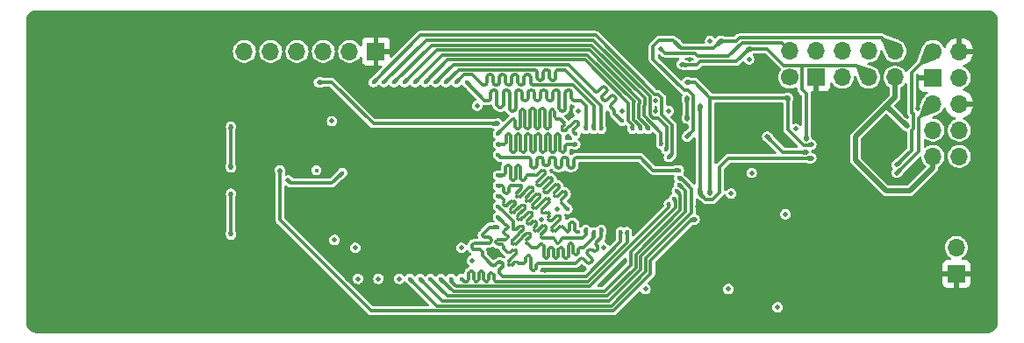
<source format=gbl>
G04 #@! TF.GenerationSoftware,KiCad,Pcbnew,8.0.3*
G04 #@! TF.CreationDate,2024-06-24T09:54:46+02:00*
G04 #@! TF.ProjectId,Phase Amplitude Detector,50686173-6520-4416-9d70-6c6974756465,rev?*
G04 #@! TF.SameCoordinates,Original*
G04 #@! TF.FileFunction,Copper,L4,Bot*
G04 #@! TF.FilePolarity,Positive*
%FSLAX46Y46*%
G04 Gerber Fmt 4.6, Leading zero omitted, Abs format (unit mm)*
G04 Created by KiCad (PCBNEW 8.0.3) date 2024-06-24 09:54:46*
%MOMM*%
%LPD*%
G01*
G04 APERTURE LIST*
G04 #@! TA.AperFunction,SMDPad,CuDef*
%ADD10R,4.000000X6.000000*%
G04 #@! TD*
G04 #@! TA.AperFunction,ComponentPad*
%ADD11R,1.700000X1.700000*%
G04 #@! TD*
G04 #@! TA.AperFunction,ComponentPad*
%ADD12O,1.700000X1.700000*%
G04 #@! TD*
G04 #@! TA.AperFunction,ComponentPad*
%ADD13C,0.500000*%
G04 #@! TD*
G04 #@! TA.AperFunction,ComponentPad*
%ADD14C,1.700000*%
G04 #@! TD*
G04 #@! TA.AperFunction,ViaPad*
%ADD15C,0.500000*%
G04 #@! TD*
G04 #@! TA.AperFunction,ViaPad*
%ADD16C,1.000000*%
G04 #@! TD*
G04 #@! TA.AperFunction,ViaPad*
%ADD17C,0.450000*%
G04 #@! TD*
G04 #@! TA.AperFunction,Conductor*
%ADD18C,0.500000*%
G04 #@! TD*
G04 #@! TA.AperFunction,Conductor*
%ADD19C,0.349300*%
G04 #@! TD*
G04 APERTURE END LIST*
D10*
X59500000Y-69238840D03*
D11*
X146993839Y-73013840D03*
D12*
X146993839Y-70473840D03*
D13*
X96393439Y-60839240D03*
X95606039Y-60839240D03*
X94818639Y-60839240D03*
X94031239Y-60839240D03*
X93243839Y-60839240D03*
X92456439Y-60839240D03*
X91669039Y-60839240D03*
X90881639Y-60839240D03*
X90094239Y-60839240D03*
X96393439Y-61626640D03*
X95606039Y-61626640D03*
X94818639Y-61626640D03*
X94031239Y-61626640D03*
X93243839Y-61626640D03*
X92456439Y-61626640D03*
X91669039Y-61626640D03*
X90881639Y-61626640D03*
X90094239Y-61626640D03*
X96393439Y-62414040D03*
X95606039Y-62414040D03*
X94818639Y-62414040D03*
X94031239Y-62414040D03*
X93243839Y-62414040D03*
X92456439Y-62414040D03*
X91669039Y-62414040D03*
X90881639Y-62414040D03*
X90094239Y-62414040D03*
X96393439Y-63201440D03*
X95606039Y-63201440D03*
X94818639Y-63201440D03*
X94031239Y-63201440D03*
X93243839Y-63201440D03*
X92456439Y-63201440D03*
X91669039Y-63201440D03*
X90881639Y-63201440D03*
X90094239Y-63201440D03*
X96393439Y-63988840D03*
X95606039Y-63988840D03*
X94818639Y-63988840D03*
X94031239Y-63988840D03*
X93243839Y-63988840D03*
X92456439Y-63988840D03*
X91669039Y-63988840D03*
X90881639Y-63988840D03*
X90094239Y-63988840D03*
X96393439Y-64776240D03*
X95606039Y-64776240D03*
X94818639Y-64776240D03*
X94031239Y-64776240D03*
X93243839Y-64776240D03*
X92456439Y-64776240D03*
X91669039Y-64776240D03*
X90881639Y-64776240D03*
X90094239Y-64776240D03*
X96393439Y-65563640D03*
X95606039Y-65563640D03*
X94818639Y-65563640D03*
X94031239Y-65563640D03*
X93243839Y-65563640D03*
X92456439Y-65563640D03*
X91669039Y-65563640D03*
X90881639Y-65563640D03*
X90094239Y-65563640D03*
X96393439Y-66351040D03*
X95606039Y-66351040D03*
X94818639Y-66351040D03*
X94031239Y-66351040D03*
X93243839Y-66351040D03*
X92456439Y-66351040D03*
X91669039Y-66351040D03*
X90881639Y-66351040D03*
X90094239Y-66351040D03*
X96393439Y-67138440D03*
X95606039Y-67138440D03*
X94818639Y-67138440D03*
X94031239Y-67138440D03*
X93243839Y-67138440D03*
X92456439Y-67138440D03*
X91669039Y-67138440D03*
X90881639Y-67138440D03*
X90094239Y-67138440D03*
D14*
X144743839Y-51488840D03*
D12*
X147283839Y-51488840D03*
D11*
X144743839Y-54028840D03*
D12*
X147283839Y-54028840D03*
X144743839Y-56568840D03*
X147283839Y-56568840D03*
X144743839Y-59108840D03*
X147283839Y-59108840D03*
X144743839Y-61648840D03*
X147283839Y-61648840D03*
D14*
X130918839Y-53988840D03*
D12*
X130918839Y-51448840D03*
D11*
X133458839Y-53988840D03*
D12*
X133458839Y-51448840D03*
X135998839Y-53988840D03*
X135998839Y-51448840D03*
X138538839Y-53988840D03*
X138538839Y-51448840D03*
X141078839Y-53988840D03*
X141078839Y-51448840D03*
D11*
X90993839Y-51488840D03*
D12*
X88453839Y-51488840D03*
X85913839Y-51488840D03*
X83373839Y-51488840D03*
X80833839Y-51488840D03*
X78293839Y-51488840D03*
D10*
X59500000Y-58738840D03*
D15*
X124000000Y-67000000D03*
X121250000Y-69250000D03*
D16*
X145993839Y-48488840D03*
D15*
X121500000Y-73500000D03*
X115243839Y-64488840D03*
X128500000Y-60500000D03*
X63500000Y-51250000D03*
X139750000Y-66250000D03*
D16*
X58250000Y-56500000D03*
D15*
X120243839Y-58488840D03*
D16*
X115993839Y-48488840D03*
D15*
X122750000Y-68250000D03*
X134993839Y-68738840D03*
X77250000Y-73750000D03*
D16*
X149993839Y-74988840D03*
X137243839Y-77738840D03*
D15*
X113243839Y-63488840D03*
D16*
X149993839Y-51238840D03*
X85993839Y-48488840D03*
X127243839Y-48488840D03*
D15*
X127750000Y-70500000D03*
D16*
X62243839Y-48488840D03*
D15*
X99000000Y-62000000D03*
D16*
X58243839Y-60750000D03*
D15*
X122243839Y-50488840D03*
D16*
X149993839Y-49988840D03*
D15*
X115243839Y-65488840D03*
D16*
X74743839Y-48488840D03*
X107243839Y-77738840D03*
D15*
X115743839Y-63988840D03*
D16*
X77243839Y-77738840D03*
X149743839Y-77488840D03*
X79743839Y-77738840D03*
X58243839Y-52488840D03*
X134743839Y-48488840D03*
D15*
X137433479Y-56120289D03*
X116243839Y-62488840D03*
D16*
X93493839Y-77738840D03*
X130993839Y-48488840D03*
D15*
X66000000Y-53750000D03*
D16*
X77243839Y-48488840D03*
D15*
X115743839Y-64988840D03*
D16*
X114743839Y-48488840D03*
D15*
X73500000Y-75000000D03*
D16*
X102243839Y-48488840D03*
D15*
X147250000Y-67500000D03*
D16*
X140993839Y-77738840D03*
X144743839Y-77738840D03*
X118493839Y-48488840D03*
X113493839Y-77738840D03*
X103493839Y-77738840D03*
D15*
X61000000Y-51250000D03*
X92250000Y-74750000D03*
D16*
X129743839Y-77738840D03*
D15*
X81000000Y-75000000D03*
X114243839Y-63488840D03*
D16*
X102243839Y-77738840D03*
D15*
X85500000Y-68750000D03*
D16*
X67243839Y-77738840D03*
D15*
X61000000Y-64000000D03*
X121000000Y-70250000D03*
X73500000Y-64000000D03*
D16*
X58243839Y-62000000D03*
X87243839Y-77738840D03*
D15*
X85750000Y-73250000D03*
D16*
X125993839Y-77738840D03*
X110993839Y-48488840D03*
X87243839Y-48488840D03*
X140993839Y-48488840D03*
D15*
X138243839Y-59988840D03*
X80993839Y-65738840D03*
D16*
X84743839Y-77738840D03*
X83493839Y-48488840D03*
X149993839Y-71238840D03*
X60993839Y-48488840D03*
D15*
X71000000Y-53750000D03*
X63500000Y-64000000D03*
D16*
X95993839Y-48488840D03*
D15*
X83500000Y-72500000D03*
X113743839Y-62988840D03*
X88243839Y-73488840D03*
D16*
X112243839Y-48488840D03*
X90993839Y-77738840D03*
D15*
X114743839Y-63988840D03*
X94250000Y-74750000D03*
X121993839Y-66488840D03*
D16*
X58243839Y-63250000D03*
D15*
X107272081Y-72641377D03*
X68500000Y-51250000D03*
D16*
X149993839Y-58738840D03*
D15*
X102743839Y-57488840D03*
D16*
X100993839Y-77738840D03*
D15*
X82750000Y-70500000D03*
X130243839Y-63988840D03*
X112743839Y-64988840D03*
D16*
X72243839Y-77738840D03*
X88493839Y-77738840D03*
X129743839Y-48488840D03*
D15*
X71000000Y-75000000D03*
X78500000Y-75000000D03*
D16*
X58243839Y-74988840D03*
D15*
X113743839Y-64988840D03*
X131493839Y-62488840D03*
D16*
X124743839Y-77738840D03*
D15*
X112743839Y-62988840D03*
X126250000Y-68500000D03*
X113243839Y-65488840D03*
X114243839Y-65488840D03*
D16*
X118493839Y-77738840D03*
X80993839Y-77738840D03*
D15*
X92750000Y-70000000D03*
D16*
X147243839Y-48488840D03*
D15*
X143243839Y-56988840D03*
X117250000Y-50250000D03*
X113243839Y-62488840D03*
X135750000Y-76000000D03*
X71000000Y-51250000D03*
D16*
X112243839Y-77738840D03*
X109743839Y-48488840D03*
X104743839Y-77738840D03*
D15*
X120993839Y-63238840D03*
D16*
X59743839Y-77738840D03*
D15*
X100243839Y-69488840D03*
X116243839Y-65488840D03*
X124750000Y-66000000D03*
X63500000Y-75000000D03*
D16*
X100993839Y-48488840D03*
D15*
X129000000Y-64500000D03*
X138243839Y-61738840D03*
D16*
X114743839Y-77738840D03*
D15*
X69750000Y-73750000D03*
X116243839Y-64488840D03*
X76000000Y-51250000D03*
D16*
X142243839Y-48488840D03*
D15*
X82960820Y-61647152D03*
D16*
X75993839Y-77738840D03*
D15*
X66000000Y-75000000D03*
X73500000Y-51250000D03*
D16*
X83493839Y-77738840D03*
X67243839Y-48488840D03*
X93493839Y-48488840D03*
D15*
X143750000Y-73250000D03*
X136000000Y-65500000D03*
X79000000Y-62750000D03*
D16*
X149993839Y-69988840D03*
X145993839Y-77738840D03*
D15*
X112243839Y-64488840D03*
D16*
X78493839Y-48488840D03*
X144743839Y-48488840D03*
X139743839Y-77738840D03*
D15*
X109743839Y-57738840D03*
X80993839Y-62238840D03*
D16*
X73493839Y-48488840D03*
D15*
X117993839Y-57238840D03*
D16*
X149993839Y-59988840D03*
X120993839Y-77738840D03*
D15*
X127743839Y-68738840D03*
D16*
X58493839Y-48738840D03*
D15*
X85500000Y-56750000D03*
X114993839Y-71738840D03*
X126250000Y-74500000D03*
X63500000Y-53750000D03*
X132750000Y-75500000D03*
D16*
X125993839Y-48488840D03*
X58243839Y-54988840D03*
X64743839Y-77738840D03*
D15*
X90243839Y-73488840D03*
D16*
X122243839Y-48488840D03*
D15*
X112243839Y-65488840D03*
D16*
X117243839Y-48488840D03*
X107243839Y-48488840D03*
D15*
X133743839Y-66488840D03*
D16*
X143493839Y-48488840D03*
D15*
X126250000Y-70500000D03*
X126250000Y-65500000D03*
D16*
X105993839Y-77738840D03*
D15*
X71000000Y-64000000D03*
D16*
X58243839Y-51238840D03*
D15*
X66000000Y-72500000D03*
D16*
X75993839Y-48488840D03*
D15*
X130750000Y-70500000D03*
D16*
X119743839Y-77738840D03*
X132243839Y-48488840D03*
D15*
X113743839Y-63988840D03*
D16*
X58243839Y-71238840D03*
X149993839Y-62488840D03*
D15*
X144750000Y-75000000D03*
D16*
X58243839Y-49988840D03*
X134743839Y-77738840D03*
X147243839Y-77738840D03*
X62243839Y-77738840D03*
X72243839Y-48488840D03*
D15*
X85500000Y-59250000D03*
X81000000Y-60500000D03*
X80750000Y-67500000D03*
X86000000Y-75000000D03*
D16*
X149743839Y-48738840D03*
D15*
X87743839Y-60238840D03*
D16*
X117243839Y-77738840D03*
D15*
X99243839Y-68238840D03*
D16*
X69743839Y-77738840D03*
D15*
X127743839Y-72238840D03*
D16*
X149993839Y-76238840D03*
X63493839Y-48488840D03*
D15*
X61000000Y-72500000D03*
X133743839Y-74488840D03*
D16*
X80993839Y-48488840D03*
X149993839Y-68738840D03*
D15*
X68500000Y-53750000D03*
X85750000Y-70500000D03*
X127493839Y-64238840D03*
X114243839Y-64488840D03*
X133993839Y-57488840D03*
X76000000Y-75000000D03*
D16*
X108493839Y-77738840D03*
X110993839Y-77738840D03*
D15*
X115243839Y-63488840D03*
X128000000Y-54250000D03*
D16*
X148493839Y-77738840D03*
D15*
X143493839Y-55488840D03*
X109493839Y-59738840D03*
D16*
X58243839Y-66000000D03*
D15*
X61000000Y-53750000D03*
D16*
X133493839Y-48488840D03*
X73493839Y-77738840D03*
X69743839Y-48488840D03*
X137243839Y-48488840D03*
X149993839Y-53738840D03*
X70993839Y-77738840D03*
D15*
X66000000Y-51250000D03*
D16*
X127243839Y-77738840D03*
D15*
X83500000Y-75000000D03*
D16*
X119743839Y-48488840D03*
X149993839Y-66238840D03*
X70993839Y-48488840D03*
X120993839Y-48488840D03*
X58243839Y-53738840D03*
X85993839Y-77738840D03*
X148493839Y-48488840D03*
X122243839Y-77738840D03*
D15*
X118243839Y-72238840D03*
X82500000Y-67250000D03*
D16*
X58243839Y-72488840D03*
D15*
X67250000Y-73750000D03*
D16*
X135993839Y-48488840D03*
X88493839Y-48488840D03*
X58243839Y-64750000D03*
D15*
X80500000Y-55750000D03*
D16*
X59743839Y-48488840D03*
X82243839Y-48488840D03*
X90993839Y-48488840D03*
X104743839Y-48488840D03*
X92243839Y-48488840D03*
X58493839Y-77488840D03*
X108493839Y-48488840D03*
X149993839Y-57488840D03*
X149993839Y-61238840D03*
X84743839Y-48488840D03*
X82243839Y-77738840D03*
D15*
X113500000Y-50250000D03*
D16*
X97243839Y-77738840D03*
X99743839Y-48488840D03*
X68493839Y-48488840D03*
D15*
X98493839Y-68238840D03*
D16*
X78493839Y-77738840D03*
D15*
X79000000Y-65250000D03*
X116243839Y-63488840D03*
D16*
X89743839Y-48488840D03*
D15*
X114743839Y-64988840D03*
X142250000Y-75000000D03*
X147250000Y-65000000D03*
D16*
X98493839Y-77738840D03*
D15*
X81000000Y-72500000D03*
D17*
X85750000Y-62500000D03*
D16*
X60993839Y-77738840D03*
D15*
X114743839Y-62988840D03*
X114243839Y-62488840D03*
X144750000Y-65000000D03*
X141993839Y-69488840D03*
X128743839Y-62988840D03*
X141243839Y-64238840D03*
D16*
X143493839Y-77738840D03*
D15*
X137250000Y-63500000D03*
D16*
X89743839Y-77738840D03*
D15*
X132993839Y-63738840D03*
X141993839Y-56238840D03*
X142125191Y-57675287D03*
D16*
X123493839Y-77738840D03*
D15*
X112243839Y-63488840D03*
D16*
X109743839Y-77738840D03*
D15*
X139750000Y-70488840D03*
D16*
X94743839Y-48488840D03*
X64743839Y-48488840D03*
D15*
X82844684Y-58009794D03*
X88250000Y-76000000D03*
D16*
X149993839Y-72488840D03*
D15*
X109493839Y-67488840D03*
D16*
X149993839Y-63738840D03*
D15*
X113243839Y-64488840D03*
X120743839Y-53738840D03*
D16*
X142243839Y-77738840D03*
D15*
X106993839Y-67738840D03*
X61000000Y-75000000D03*
X112743839Y-63988840D03*
D16*
X149993839Y-54988840D03*
D15*
X120993839Y-61238840D03*
X83500000Y-56750000D03*
D16*
X149993839Y-67488840D03*
D15*
X139493839Y-56238840D03*
D16*
X149993839Y-56238840D03*
X65993839Y-48488840D03*
X103493839Y-48488840D03*
X133493839Y-77738840D03*
D15*
X127743839Y-74488840D03*
D16*
X124743839Y-48488840D03*
D15*
X115243839Y-62488840D03*
D16*
X128493839Y-48488840D03*
X94743839Y-77738840D03*
D15*
X102750000Y-62500000D03*
X102243839Y-70738840D03*
X141993839Y-71488840D03*
X127588154Y-61019818D03*
D16*
X63493839Y-77738840D03*
X98493839Y-48488840D03*
D15*
X78500000Y-53750000D03*
D16*
X74743839Y-77738840D03*
X130993839Y-77738840D03*
D15*
X68500000Y-75000000D03*
X87743839Y-65608341D03*
D16*
X138493839Y-48488840D03*
D15*
X112993839Y-73738840D03*
X87493839Y-70488840D03*
X141993839Y-70488840D03*
D16*
X135993839Y-77738840D03*
D15*
X139000000Y-75250000D03*
X127750000Y-66750000D03*
X122000000Y-72250000D03*
D16*
X123493839Y-48488840D03*
X138493839Y-77738840D03*
D15*
X122750000Y-73500000D03*
X142743839Y-63238840D03*
D16*
X149993839Y-64988840D03*
X58243839Y-67250000D03*
X79743839Y-48488840D03*
X92243839Y-77738840D03*
D15*
X142250000Y-66250000D03*
X112243839Y-62488840D03*
X133250000Y-70500000D03*
D16*
X149993839Y-52488840D03*
X58243839Y-73738840D03*
X105993839Y-48488840D03*
X115993839Y-77738840D03*
D15*
X121243839Y-52238840D03*
D16*
X139743839Y-48488840D03*
X149993839Y-73738840D03*
D15*
X92243839Y-73488840D03*
D16*
X97243839Y-48488840D03*
X113493839Y-48488840D03*
D15*
X135743839Y-74488840D03*
X87743839Y-67738840D03*
D16*
X132243839Y-77738840D03*
X65993839Y-77738840D03*
X58243839Y-76238840D03*
D15*
X132993839Y-64488840D03*
D16*
X68493839Y-77738840D03*
D15*
X63500000Y-72500000D03*
D16*
X95993839Y-77738840D03*
X99743839Y-77738840D03*
D15*
X126250000Y-72500000D03*
X115743839Y-62988840D03*
D16*
X128493839Y-77738840D03*
D17*
X85243839Y-62988840D03*
D15*
X88993839Y-70488840D03*
X86743839Y-58238840D03*
X86993839Y-69738840D03*
X129743839Y-76238840D03*
X93243839Y-73488840D03*
X123243839Y-50488840D03*
X130493839Y-67238840D03*
X127243839Y-63238840D03*
X117993839Y-56238840D03*
X100750000Y-56750000D03*
X108493839Y-66738840D03*
X126993839Y-52238840D03*
X125243839Y-65238840D03*
X110493839Y-57238840D03*
X116993839Y-74488840D03*
X91243839Y-73488840D03*
X119243839Y-57238840D03*
X131493839Y-58988840D03*
X89243839Y-73488840D03*
X99243839Y-70488840D03*
X142243839Y-58738840D03*
X140243839Y-56738840D03*
X120493839Y-52738840D03*
X132493839Y-59988840D03*
X126993839Y-51238840D03*
X120993839Y-55988840D03*
X120993839Y-57988840D03*
X123243839Y-65238840D03*
X132993839Y-60488840D03*
X130743839Y-55988840D03*
X120993839Y-54488840D03*
X112993839Y-70488840D03*
X114743839Y-57238840D03*
X141243839Y-63238840D03*
X141243839Y-62463840D03*
X118500000Y-51250000D03*
X128743839Y-59738840D03*
X132493839Y-61238840D03*
X124243839Y-50488840D03*
X119993839Y-50750000D03*
X120993839Y-59738840D03*
X122243839Y-65238840D03*
X132993839Y-61813840D03*
X122243839Y-56738840D03*
X81743839Y-62988840D03*
X121743839Y-67738840D03*
X102743839Y-58488840D03*
X85493839Y-54488840D03*
D17*
X117243839Y-58988840D03*
X93743839Y-54488840D03*
X114595664Y-68937015D03*
X102743839Y-68488840D03*
X119993819Y-64988840D03*
X96243839Y-73488840D03*
X116493839Y-58988840D03*
X94743839Y-54488840D03*
X99743839Y-54488840D03*
X111243839Y-58988840D03*
X102743839Y-59488840D03*
X110243839Y-59488840D03*
X102743839Y-67488840D03*
X112743839Y-68738840D03*
X120243839Y-62988840D03*
X102743839Y-61488840D03*
X97243839Y-73488840D03*
X119743839Y-65738840D03*
X102743839Y-63488840D03*
X109493839Y-66738840D03*
X98743839Y-54488840D03*
X111993839Y-58988840D03*
X102743839Y-64488840D03*
X110493839Y-68988840D03*
X118993839Y-60988840D03*
X91743839Y-54488840D03*
X96743839Y-54488840D03*
X114743839Y-58238840D03*
X115226139Y-68938840D03*
X99243839Y-73488840D03*
X95243839Y-73488840D03*
X120223072Y-64392490D03*
X97743839Y-54488840D03*
X112743839Y-58988840D03*
X110243839Y-60488840D03*
X102743839Y-60488840D03*
X102743839Y-65488840D03*
X111243839Y-68738840D03*
X111993839Y-68988840D03*
X102743839Y-66488840D03*
X118493839Y-60488840D03*
X92743839Y-54488840D03*
X115743839Y-58988840D03*
X95743839Y-54488840D03*
X94243839Y-73488840D03*
X120243839Y-63738840D03*
X119243839Y-66238840D03*
X98243839Y-73488840D03*
X90743839Y-54488840D03*
X119243839Y-61738840D03*
D15*
X124993839Y-74488840D03*
X100243839Y-71738840D03*
D17*
X87743839Y-63238840D03*
X76993839Y-69238840D03*
X76993839Y-62738840D03*
X76993839Y-65238840D03*
X76993839Y-58738840D03*
D15*
X82500000Y-63988840D03*
D18*
X140618839Y-56363840D02*
X141078839Y-55903840D01*
X137243839Y-59738840D02*
X137243839Y-61988840D01*
X141078839Y-55903840D02*
X141078839Y-53988840D01*
X142493839Y-64988840D02*
X144743839Y-62738840D01*
X140243839Y-56738840D02*
X137243839Y-59738840D01*
X142243839Y-58738840D02*
X140243839Y-56738840D01*
X140243839Y-64988840D02*
X142493839Y-64988840D01*
X144743839Y-62738840D02*
X144743839Y-61648840D01*
X140618839Y-56363840D02*
X140243839Y-56738840D01*
X137243839Y-61988840D02*
X140243839Y-64988840D01*
D19*
X120572489Y-52817490D02*
X121915189Y-52817490D01*
X125791239Y-52441440D02*
X126993839Y-51238840D01*
X121915189Y-52817490D02*
X122291239Y-52441440D01*
X126993839Y-51238840D02*
X128743839Y-51238840D01*
X132493839Y-55563840D02*
X132070489Y-55140490D01*
X128743839Y-51238840D02*
X130342189Y-52837190D01*
X122291239Y-52441440D02*
X125791239Y-52441440D01*
X132070489Y-52837190D02*
X130342189Y-52837190D01*
X130342189Y-52837190D02*
X137387189Y-52837190D01*
X132493839Y-59988840D02*
X132493839Y-55563840D01*
X137387189Y-52837190D02*
X138538839Y-53988840D01*
X120493839Y-52738840D02*
X120572489Y-52817490D01*
X132070489Y-55140490D02*
X132070489Y-52837190D01*
X120993839Y-57988840D02*
X120993839Y-55988840D01*
X130743839Y-59057175D02*
X130743839Y-55988840D01*
X123243839Y-55988840D02*
X123243839Y-65238840D01*
X121743839Y-54488840D02*
X123243839Y-55988840D01*
X123993839Y-55988840D02*
X130743839Y-55988840D01*
X132812174Y-60488840D02*
X132733524Y-60567490D01*
X123993839Y-55988840D02*
X123243839Y-55988840D01*
X132254154Y-60567490D02*
X130743839Y-59057175D01*
X120993839Y-54488840D02*
X121743839Y-54488840D01*
X132993839Y-60488840D02*
X132812174Y-60488840D01*
X132733524Y-60567490D02*
X132254154Y-60567490D01*
X141243839Y-63238840D02*
X141287174Y-63238840D01*
X141287174Y-63238840D02*
X143398789Y-61127225D01*
X143398789Y-61127225D02*
X143398789Y-57913890D01*
X143398789Y-57913890D02*
X144743839Y-56568840D01*
X141243839Y-62463840D02*
X142665189Y-61042490D01*
X142665189Y-61042490D02*
X142665189Y-59135825D01*
X142665189Y-57396950D02*
X142665189Y-53567490D01*
X142665189Y-53567490D02*
X144743839Y-51488840D01*
X142665189Y-59135825D02*
X142822489Y-58978525D01*
X142822489Y-58978525D02*
X142822489Y-57554250D01*
X142822489Y-57554250D02*
X142665189Y-57396950D01*
X126322489Y-50660190D02*
X130130189Y-50660190D01*
X125017539Y-51965140D02*
X126322489Y-50660190D01*
X121733524Y-51660190D02*
X122038474Y-51965140D01*
X118910190Y-51660190D02*
X121733524Y-51660190D01*
X122038474Y-51965140D02*
X125017539Y-51965140D01*
X118500000Y-51250000D02*
X118910190Y-51660190D01*
X130130189Y-50660190D02*
X130918839Y-51448840D01*
X119993839Y-50750000D02*
X119654029Y-50410190D01*
X126048789Y-50183890D02*
X139813889Y-50183890D01*
X139813889Y-50183890D02*
X141078839Y-51448840D01*
X125743839Y-50488840D02*
X126048789Y-50183890D01*
X118339810Y-50410190D02*
X117750000Y-51000000D01*
X119993839Y-50750000D02*
X120427729Y-51183890D01*
X123548789Y-51183890D02*
X124243839Y-50488840D01*
X121572489Y-59160190D02*
X120993839Y-59738840D01*
X120743839Y-55238840D02*
X121062174Y-55238840D01*
X130243839Y-61238840D02*
X128743839Y-59738840D01*
X124243839Y-50488840D02*
X125743839Y-50488840D01*
X121062174Y-55238840D02*
X121572489Y-55749155D01*
X132493839Y-61238840D02*
X130243839Y-61238840D01*
X119654029Y-50410190D02*
X118339810Y-50410190D01*
X117750000Y-51000000D02*
X117750000Y-52245001D01*
X120427729Y-51183890D02*
X123548789Y-51183890D01*
X117750000Y-52245001D02*
X120743839Y-55238840D01*
X121572489Y-55749155D02*
X121572489Y-59160190D01*
X132993839Y-61813840D02*
X132990189Y-61817490D01*
X122822489Y-65817490D02*
X122243839Y-65238840D01*
X124165189Y-65135825D02*
X123483524Y-65817490D01*
X132990189Y-61817490D02*
X124993839Y-61817490D01*
X124993839Y-61817490D02*
X124165189Y-62646140D01*
X124165189Y-62646140D02*
X124165189Y-65135825D01*
X123483524Y-65817490D02*
X122822489Y-65817490D01*
X122243839Y-56738840D02*
X122243839Y-65238840D01*
X81743839Y-67807175D02*
X81743839Y-62988840D01*
X121743839Y-67738840D02*
X121459671Y-67738840D01*
X90533304Y-76596640D02*
X81743839Y-67807175D01*
X121459671Y-67738840D02*
X117493839Y-71704672D01*
X117493839Y-71704672D02*
X117493839Y-72988840D01*
X113886039Y-76596640D02*
X90533304Y-76596640D01*
X117493839Y-72988840D02*
X113886039Y-76596640D01*
X86743839Y-54488840D02*
X90743839Y-58488840D01*
X85493839Y-54488840D02*
X86743839Y-54488840D01*
X90743839Y-58488840D02*
X102743839Y-58488840D01*
X117243839Y-58988840D02*
X117243839Y-58795777D01*
X117243839Y-58795777D02*
X116362589Y-57914527D01*
X116362589Y-57914527D02*
X116362589Y-56563153D01*
X116362589Y-56563153D02*
X116462589Y-56463153D01*
X116462589Y-56463153D02*
X116462589Y-56228360D01*
X111591569Y-51357340D02*
X96875339Y-51357340D01*
X116462589Y-56228360D02*
X111591569Y-51357340D01*
X96875339Y-51357340D02*
X93743839Y-54488840D01*
X103011605Y-73006606D02*
X103243839Y-73238840D01*
X101483839Y-70078840D02*
X100483839Y-70078840D01*
X101483839Y-69478840D02*
X101853839Y-69478840D01*
X111243839Y-73238840D02*
X104743971Y-73238840D01*
X101853839Y-70078840D02*
X101483839Y-70078840D01*
X101243839Y-70918840D02*
X101243839Y-71038840D01*
X101243839Y-71038840D02*
X101243839Y-71238840D01*
X103243839Y-73238840D02*
X104743971Y-73238840D01*
X102743839Y-68488840D02*
X101993839Y-68488840D01*
X101993839Y-68488840D02*
X101431813Y-69050866D01*
X102093839Y-69718840D02*
X102093839Y-69838840D01*
X103103529Y-71896449D02*
X103188381Y-71981301D01*
X102502489Y-72158079D02*
X102764117Y-71896448D01*
X101431813Y-69050866D02*
X101243839Y-69238840D01*
X100483839Y-70678840D02*
X101003839Y-70678840D01*
X100243839Y-70318840D02*
X100243839Y-70438840D01*
X114595664Y-69887015D02*
X111243839Y-73238840D01*
X114595664Y-68937015D02*
X114595664Y-69887015D01*
X101703458Y-71698459D02*
X102163077Y-72158078D01*
X103188381Y-72320713D02*
X102926750Y-72582341D01*
X102926751Y-72921753D02*
X103011605Y-73006606D01*
X101243839Y-71238840D02*
X101703458Y-71698459D01*
X100483839Y-70078840D02*
G75*
G03*
X100243840Y-70318840I-39J-239960D01*
G01*
X101243839Y-69238840D02*
G75*
G03*
X101483839Y-69478761I239961J40D01*
G01*
X101853839Y-69478840D02*
G75*
G02*
X102093760Y-69718840I-39J-239960D01*
G01*
X102093839Y-69838840D02*
G75*
G02*
X101853839Y-70078839I-240039J40D01*
G01*
X100243839Y-70438840D02*
G75*
G03*
X100483839Y-70678761I239961J40D01*
G01*
X103188381Y-71981301D02*
G75*
G02*
X103188374Y-72320706I-169681J-169699D01*
G01*
X101003839Y-70678840D02*
G75*
G02*
X101243760Y-70918840I-39J-239960D01*
G01*
X102163077Y-72158078D02*
G75*
G03*
X102502506Y-72158096I169723J169678D01*
G01*
X102764117Y-71896448D02*
G75*
G02*
X103103507Y-71896471I169683J-169752D01*
G01*
X102926750Y-72582341D02*
G75*
G03*
X102926797Y-72921707I169750J-169659D01*
G01*
X116064939Y-71112802D02*
X116064939Y-72396970D01*
X97922739Y-75167740D02*
X96243839Y-73488840D01*
X120362589Y-65357610D02*
X120362589Y-66815152D01*
X119993819Y-64988840D02*
X120362589Y-65357610D01*
X116064939Y-72396970D02*
X113294169Y-75167740D01*
X113294169Y-75167740D02*
X97922739Y-75167740D01*
X120362589Y-66815152D02*
X116064939Y-71112802D01*
X97399039Y-51833640D02*
X111394279Y-51833640D01*
X116493839Y-58719367D02*
X116493839Y-58988840D01*
X94743839Y-54488840D02*
X97399039Y-51833640D01*
X115886289Y-56365863D02*
X115886289Y-58111817D01*
X115886289Y-58111817D02*
X116493839Y-58719367D01*
X115906396Y-56345757D02*
X115886289Y-56365863D01*
X111394279Y-51833640D02*
X115906396Y-56345757D01*
X105315247Y-56238840D02*
X105435247Y-56238840D01*
X109275247Y-56238840D02*
X109275247Y-55998840D01*
X104475247Y-55998840D02*
X104475247Y-55478840D01*
X108915247Y-57238840D02*
X109035247Y-57238840D01*
X99743839Y-54488840D02*
X101493839Y-56238840D01*
X111243839Y-56738840D02*
X111243839Y-58988840D01*
X109275247Y-56998840D02*
X109275247Y-56238840D01*
X103875247Y-56238840D02*
X103875247Y-56998840D01*
X106515247Y-56238840D02*
X106635247Y-56238840D01*
X109515247Y-55238840D02*
X109635247Y-55238840D01*
X110830072Y-56325073D02*
X111243839Y-56738840D01*
X103875247Y-55478840D02*
X103875247Y-56238840D01*
X108675247Y-55998840D02*
X108675247Y-56238840D01*
X109275247Y-55998840D02*
X109275247Y-55478840D01*
X108675247Y-55478840D02*
X108675247Y-55998840D01*
X107115247Y-55238840D02*
X107235247Y-55238840D01*
X107475247Y-55478840D02*
X107475247Y-55998840D01*
X110743839Y-56238840D02*
X110830072Y-56325073D01*
X104475247Y-56238840D02*
X104475247Y-55998840D01*
X108315247Y-55238840D02*
X108435247Y-55238840D01*
X108675247Y-56238840D02*
X108675247Y-56998840D01*
X102675247Y-55998840D02*
X102675247Y-56238840D01*
X102075247Y-55998840D02*
X102075247Y-55478840D01*
X102675247Y-55478840D02*
X102675247Y-55998840D01*
X103515247Y-55238840D02*
X103635247Y-55238840D01*
X104115247Y-57238840D02*
X104235247Y-57238840D01*
X103275247Y-56648840D02*
X103275247Y-56238840D01*
X106275247Y-55478840D02*
X106275247Y-55998840D01*
X109875247Y-55478840D02*
X109875247Y-55998840D01*
X104475247Y-56998840D02*
X104475247Y-56238840D01*
X101493839Y-56238840D02*
X101835247Y-56238840D01*
X110115247Y-56238840D02*
X110235247Y-56238840D01*
X103275247Y-56238840D02*
X103275247Y-55478840D01*
X105915247Y-55238840D02*
X106035247Y-55238840D01*
X107715247Y-56238840D02*
X107835247Y-56238840D01*
X102915247Y-56888840D02*
X103035247Y-56888840D01*
X102675247Y-56238840D02*
X102675247Y-56648840D01*
X105075247Y-55478840D02*
X105075247Y-55998840D01*
X106875247Y-55998840D02*
X106875247Y-55478840D01*
X102315247Y-55238840D02*
X102435247Y-55238840D01*
X110235247Y-56238840D02*
X110743839Y-56238840D01*
X105675247Y-55998840D02*
X105675247Y-55478840D01*
X104715247Y-55238840D02*
X104835247Y-55238840D01*
X108075247Y-55998840D02*
X108075247Y-55478840D01*
X108075247Y-55478840D02*
G75*
G02*
X108315247Y-55238847I239953J40D01*
G01*
X101835247Y-56238840D02*
G75*
G03*
X102075240Y-55998840I-47J240040D01*
G01*
X103035247Y-56888840D02*
G75*
G03*
X103275240Y-56648840I-47J240040D01*
G01*
X102675247Y-56648840D02*
G75*
G03*
X102915247Y-56888753I239953J40D01*
G01*
X109635247Y-55238840D02*
G75*
G02*
X109875160Y-55478840I-47J-239960D01*
G01*
X104235247Y-57238840D02*
G75*
G03*
X104475240Y-56998840I-47J240040D01*
G01*
X102435247Y-55238840D02*
G75*
G02*
X102675160Y-55478840I-47J-239960D01*
G01*
X109035247Y-57238840D02*
G75*
G03*
X109275240Y-56998840I-47J240040D01*
G01*
X105435247Y-56238840D02*
G75*
G03*
X105675240Y-55998840I-47J240040D01*
G01*
X105675247Y-55478840D02*
G75*
G02*
X105915247Y-55238847I239953J40D01*
G01*
X104475247Y-55478840D02*
G75*
G02*
X104715247Y-55238847I239953J40D01*
G01*
X103875247Y-56998840D02*
G75*
G03*
X104115247Y-57238753I239953J40D01*
G01*
X103635247Y-55238840D02*
G75*
G02*
X103875160Y-55478840I-47J-239960D01*
G01*
X108675247Y-56998840D02*
G75*
G03*
X108915247Y-57238753I239953J40D01*
G01*
X109275247Y-55478840D02*
G75*
G02*
X109515247Y-55238847I239953J40D01*
G01*
X104835247Y-55238840D02*
G75*
G02*
X105075160Y-55478840I-47J-239960D01*
G01*
X107235247Y-55238840D02*
G75*
G02*
X107475160Y-55478840I-47J-239960D01*
G01*
X107475247Y-55998840D02*
G75*
G03*
X107715247Y-56238753I239953J40D01*
G01*
X106035247Y-55238840D02*
G75*
G02*
X106275160Y-55478840I-47J-239960D01*
G01*
X107835247Y-56238840D02*
G75*
G03*
X108075240Y-55998840I-47J240040D01*
G01*
X105075247Y-55998840D02*
G75*
G03*
X105315247Y-56238753I239953J40D01*
G01*
X106275247Y-55998840D02*
G75*
G03*
X106515247Y-56238753I239953J40D01*
G01*
X106635247Y-56238840D02*
G75*
G03*
X106875240Y-55998840I-47J240040D01*
G01*
X102075247Y-55478840D02*
G75*
G02*
X102315247Y-55238847I239953J40D01*
G01*
X103275247Y-55478840D02*
G75*
G02*
X103515247Y-55238847I239953J40D01*
G01*
X106875247Y-55478840D02*
G75*
G02*
X107115247Y-55238847I239953J40D01*
G01*
X108435247Y-55238840D02*
G75*
G02*
X108675160Y-55478840I-47J-239960D01*
G01*
X109875247Y-55998840D02*
G75*
G03*
X110115247Y-56238753I239953J40D01*
G01*
X110059011Y-59304012D02*
X110126371Y-59371372D01*
X106339559Y-57179360D02*
X106339559Y-57988840D01*
X104910659Y-58179360D02*
X104910659Y-57988840D01*
X110126371Y-59371372D02*
X110243839Y-59488840D01*
X105101179Y-57088840D02*
X105196439Y-57088840D01*
X108743839Y-57988840D02*
X109115989Y-58360990D01*
X107292159Y-57988840D02*
X107292159Y-58798320D01*
X108435279Y-57988840D02*
X108530539Y-57988840D01*
X109115989Y-58630425D02*
X108961160Y-58785253D01*
X106053779Y-56988840D02*
X106149039Y-56988840D01*
X107006379Y-56988840D02*
X107101639Y-56988840D01*
X109587500Y-58832500D02*
X109587500Y-58832501D01*
X108244759Y-57329360D02*
X108244759Y-57798320D01*
X105386959Y-57988840D02*
X105386959Y-58798320D01*
X106339559Y-57988840D02*
X106339559Y-58798320D01*
X104910659Y-58798320D02*
X104910659Y-58179360D01*
X103743839Y-58488840D02*
X104115989Y-58116690D01*
X105577479Y-58988840D02*
X105672739Y-58988840D01*
X109297954Y-59122047D02*
X109452782Y-58967218D01*
X108530539Y-57988840D02*
X108743839Y-57988840D01*
X104910659Y-57988840D02*
X104910659Y-57279360D01*
X105863259Y-57988840D02*
X105863259Y-57179360D01*
X107768459Y-57798320D02*
X107768459Y-57329360D01*
X110496683Y-58596907D02*
X110059011Y-59034576D01*
X110429325Y-58260113D02*
X110496683Y-58327471D01*
X107482679Y-58988840D02*
X107577939Y-58988840D01*
X107768459Y-57988840D02*
X107768459Y-57798320D01*
X104624879Y-58988840D02*
X104720139Y-58988840D01*
X104115989Y-58116690D02*
X104243839Y-57988840D01*
X106530079Y-58988840D02*
X106625339Y-58988840D01*
X106815859Y-57988840D02*
X106815859Y-57179360D01*
X107292159Y-57179360D02*
X107292159Y-57988840D01*
X107768459Y-58798320D02*
X107768459Y-57988840D01*
X106815859Y-58798320D02*
X106815859Y-57988840D01*
X105863259Y-58798320D02*
X105863259Y-57988840D01*
X108961160Y-59054689D02*
X109028518Y-59122047D01*
X105386959Y-57279360D02*
X105386959Y-57988840D01*
X109722216Y-58697782D02*
X110159887Y-58260111D01*
X104434359Y-58179360D02*
X104434359Y-58798320D01*
X102743839Y-59488840D02*
X103743839Y-58488840D01*
X107958979Y-57138840D02*
X108054239Y-57138840D01*
X109587500Y-58832501D02*
X109722216Y-58697782D01*
X109452782Y-58967218D02*
X109587500Y-58832500D01*
X105863259Y-57179360D02*
G75*
G02*
X106053779Y-56988859I190541J-40D01*
G01*
X109028518Y-59122047D02*
G75*
G03*
X109297954Y-59122047I134718J134718D01*
G01*
X105196439Y-57088840D02*
G75*
G02*
X105386960Y-57279360I-39J-190560D01*
G01*
X106339559Y-58798320D02*
G75*
G03*
X106530079Y-58988841I190541J20D01*
G01*
X110496683Y-58327471D02*
G75*
G02*
X110496694Y-58596918I-134683J-134729D01*
G01*
X104720139Y-58988840D02*
G75*
G03*
X104910640Y-58798320I-39J190540D01*
G01*
X109115989Y-58360990D02*
G75*
G02*
X109115982Y-58630417I-134689J-134710D01*
G01*
X110059011Y-59034576D02*
G75*
G03*
X110059005Y-59304018I134689J-134724D01*
G01*
X104243839Y-57988840D02*
G75*
G02*
X104434360Y-58179360I-39J-190560D01*
G01*
X107577939Y-58988840D02*
G75*
G03*
X107768440Y-58798320I-39J190540D01*
G01*
X108054239Y-57138840D02*
G75*
G02*
X108244760Y-57329360I-39J-190560D01*
G01*
X106815859Y-57179360D02*
G75*
G02*
X107006379Y-56988859I190541J-40D01*
G01*
X108244759Y-57798320D02*
G75*
G03*
X108435279Y-57988841I190541J20D01*
G01*
X105672739Y-58988840D02*
G75*
G03*
X105863240Y-58798320I-39J190540D01*
G01*
X104910659Y-57279360D02*
G75*
G02*
X105101179Y-57088859I190541J-40D01*
G01*
X106149039Y-56988840D02*
G75*
G02*
X106339560Y-57179360I-39J-190560D01*
G01*
X105386959Y-58798320D02*
G75*
G03*
X105577479Y-58988841I190541J20D01*
G01*
X106625339Y-58988840D02*
G75*
G03*
X106815840Y-58798320I-39J190540D01*
G01*
X107292159Y-58798320D02*
G75*
G03*
X107482679Y-58988841I190541J20D01*
G01*
X107768459Y-57329360D02*
G75*
G02*
X107958979Y-57138859I190541J-40D01*
G01*
X108961160Y-58785253D02*
G75*
G03*
X108961131Y-59054718I134740J-134747D01*
G01*
X107101639Y-56988840D02*
G75*
G02*
X107292160Y-57179360I-39J-190560D01*
G01*
X104434359Y-58798320D02*
G75*
G03*
X104624879Y-58988841I190541J20D01*
G01*
X110159887Y-58260111D02*
G75*
G02*
X110429320Y-58260118I134713J-134689D01*
G01*
X103322489Y-68924830D02*
X103322489Y-69020090D01*
X111909454Y-70761633D02*
X111859957Y-70712136D01*
X104166150Y-71411152D02*
X104166151Y-71411152D01*
X103322489Y-69686390D02*
X103131969Y-69686390D01*
X102592489Y-69876910D02*
X102592489Y-69972170D01*
X104031433Y-71545869D02*
X103784681Y-71792621D01*
X103752489Y-68448530D02*
X103752489Y-68543790D01*
X103702489Y-69400090D02*
X103702489Y-69496390D01*
X110672015Y-71560667D02*
X110587161Y-71645519D01*
X103322489Y-70353210D02*
X103322489Y-70448470D01*
X106603779Y-71988840D02*
X106699039Y-71988840D01*
X111379122Y-71928361D02*
X111011427Y-71560666D01*
X103131969Y-69686390D02*
X102783009Y-69686390D01*
X102743839Y-67488840D02*
X103025579Y-67770580D01*
X105936959Y-71449360D02*
X105936959Y-71798320D01*
X104444906Y-70728243D02*
X104512264Y-70795601D01*
X111435691Y-70796989D02*
X111435690Y-70796989D01*
X105936959Y-71798320D02*
X105936959Y-72528320D01*
X103784681Y-72062057D02*
X103852039Y-72129415D01*
X106127479Y-72718840D02*
X106222739Y-72718840D01*
X112284220Y-70287871D02*
X112333718Y-70337369D01*
X109892165Y-71988840D02*
X106743839Y-71988840D01*
X104121475Y-72129415D02*
X104368226Y-71882663D01*
X104743839Y-71988840D02*
X105270139Y-71988840D01*
X103322489Y-70567490D02*
X103694639Y-70939640D01*
X106699039Y-71988840D02*
X106743839Y-71988840D01*
X110587161Y-71645519D02*
X110243839Y-71988840D01*
X103512489Y-69686390D02*
X103322489Y-69686390D01*
X104300868Y-71276434D02*
X104166150Y-71411152D01*
X103513009Y-68258010D02*
X103561969Y-68258010D01*
X111435690Y-71136401D02*
X111803386Y-71504097D01*
X110243839Y-71988840D02*
X109892165Y-71988840D01*
X103561969Y-68734310D02*
X103513009Y-68734310D01*
X104705022Y-71950023D02*
X104743839Y-71988840D01*
X112743839Y-69298130D02*
X112743839Y-69488840D01*
X102783009Y-70162690D02*
X103131969Y-70162690D01*
X103964075Y-70939641D02*
X104175470Y-70728243D01*
X103322489Y-70448470D02*
X103322489Y-70567490D01*
X112743839Y-68738840D02*
X112743839Y-69298130D01*
X112743839Y-69488840D02*
X112284220Y-69948459D01*
X105651179Y-71258840D02*
X105746439Y-71258840D01*
X104512264Y-71065037D02*
X104300868Y-71276434D01*
X106413259Y-72528320D02*
X106413259Y-72179360D01*
X104637662Y-71882663D02*
X104705022Y-71950023D01*
X112333717Y-70676781D02*
X112248866Y-70761633D01*
X103025579Y-67770580D02*
X103322489Y-68067490D01*
X111803385Y-71843509D02*
X111718534Y-71928361D01*
X111520545Y-70712137D02*
X111435691Y-70796989D01*
X104166151Y-71411152D02*
X104031433Y-71545869D01*
X105460659Y-71798320D02*
X105460659Y-71449360D01*
X104175470Y-70728243D02*
G75*
G02*
X104444906Y-70728243I134718J-134718D01*
G01*
X103513009Y-68734310D02*
G75*
G03*
X103322510Y-68924830I-9J-190490D01*
G01*
X102592489Y-69972170D02*
G75*
G03*
X102783009Y-70162711I190511J-30D01*
G01*
X111011427Y-71560666D02*
G75*
G03*
X110671994Y-71560645I-169727J-169734D01*
G01*
X112284220Y-69948459D02*
G75*
G03*
X112284185Y-70287906I169680J-169741D01*
G01*
X105460659Y-71449360D02*
G75*
G02*
X105651179Y-71258859I190541J-40D01*
G01*
X105936959Y-72528320D02*
G75*
G03*
X106127479Y-72718841I190541J20D01*
G01*
X111859957Y-70712136D02*
G75*
G03*
X111520594Y-70712185I-169657J-169664D01*
G01*
X111718534Y-71928361D02*
G75*
G02*
X111379122Y-71928361I-169706J169701D01*
G01*
X105270139Y-71988840D02*
G75*
G03*
X105460640Y-71798320I-39J190540D01*
G01*
X103512489Y-69210090D02*
G75*
G02*
X103702510Y-69400090I11J-190010D01*
G01*
X103852039Y-72129415D02*
G75*
G03*
X104121475Y-72129415I134718J134718D01*
G01*
X103702489Y-69496390D02*
G75*
G02*
X103512489Y-69686389I-189989J-10D01*
G01*
X103131969Y-70162690D02*
G75*
G02*
X103322510Y-70353210I31J-190510D01*
G01*
X111803386Y-71504097D02*
G75*
G02*
X111803382Y-71843506I-169686J-169703D01*
G01*
X102783009Y-69686390D02*
G75*
G03*
X102592490Y-69876910I-9J-190510D01*
G01*
X106222739Y-72718840D02*
G75*
G03*
X106413240Y-72528320I-39J190540D01*
G01*
X103322489Y-69020090D02*
G75*
G03*
X103512489Y-69210111I190011J-10D01*
G01*
X103694639Y-70939640D02*
G75*
G03*
X103964117Y-70939684I134761J134740D01*
G01*
X104368226Y-71882663D02*
G75*
G02*
X104637662Y-71882663I134718J-134718D01*
G01*
X105746439Y-71258840D02*
G75*
G02*
X105936960Y-71449360I-39J-190560D01*
G01*
X103561969Y-68258010D02*
G75*
G02*
X103752490Y-68448530I31J-190490D01*
G01*
X103322489Y-68067490D02*
G75*
G03*
X103513009Y-68258011I190511J-10D01*
G01*
X112248866Y-70761633D02*
G75*
G02*
X111909454Y-70761633I-169706J169701D01*
G01*
X106413259Y-72179360D02*
G75*
G02*
X106603779Y-71988859I190541J-40D01*
G01*
X103784681Y-71792621D02*
G75*
G03*
X103784720Y-72062018I134719J-134679D01*
G01*
X112333718Y-70337369D02*
G75*
G02*
X112333743Y-70676806I-169718J-169731D01*
G01*
X104512264Y-70795601D02*
G75*
G02*
X104512245Y-71065018I-134764J-134699D01*
G01*
X111435690Y-70796989D02*
G75*
G03*
X111435685Y-71136406I169710J-169711D01*
G01*
X103752489Y-68543790D02*
G75*
G02*
X103561969Y-68734289I-190489J-10D01*
G01*
X108920182Y-62498840D02*
X108920182Y-61978840D01*
X106520182Y-62498840D02*
X106520182Y-61978840D01*
X106160182Y-62738840D02*
X106280182Y-62738840D01*
X116493839Y-61738840D02*
X117743839Y-62988840D01*
X105920182Y-61978840D02*
X105920182Y-62498840D01*
X110480182Y-61738840D02*
X116493839Y-61738840D01*
X107120182Y-61978840D02*
X107120182Y-62298840D01*
X110120182Y-62498840D02*
X110120182Y-61978840D01*
X106760182Y-61738840D02*
X106880182Y-61738840D01*
X110360182Y-61738840D02*
X110480182Y-61738840D01*
X107960182Y-61738840D02*
X108080182Y-61738840D01*
X107360182Y-62538840D02*
X107480182Y-62538840D01*
X107720182Y-62298840D02*
X107720182Y-61978840D01*
X117743839Y-62988840D02*
X120243839Y-62988840D01*
X108320182Y-61978840D02*
X108320182Y-62498840D01*
X109520182Y-61978840D02*
X109520182Y-62498840D01*
X109760182Y-62738840D02*
X109880182Y-62738840D01*
X102993839Y-61738840D02*
X105680182Y-61738840D01*
X108560182Y-62738840D02*
X108680182Y-62738840D01*
X109160182Y-61738840D02*
X109280182Y-61738840D01*
X102743839Y-61488840D02*
X102993839Y-61738840D01*
X105680182Y-61738840D02*
G75*
G02*
X105920160Y-61978840I18J-239960D01*
G01*
X107120182Y-62298840D02*
G75*
G03*
X107360182Y-62538818I240018J40D01*
G01*
X106520182Y-61978840D02*
G75*
G02*
X106760182Y-61738782I240018J40D01*
G01*
X107480182Y-62538840D02*
G75*
G03*
X107720240Y-62298840I18J240040D01*
G01*
X110120182Y-61978840D02*
G75*
G02*
X110360182Y-61738782I240018J40D01*
G01*
X105920182Y-62498840D02*
G75*
G03*
X106160182Y-62738818I240018J40D01*
G01*
X108320182Y-62498840D02*
G75*
G03*
X108560182Y-62738818I240018J40D01*
G01*
X107720182Y-61978840D02*
G75*
G02*
X107960182Y-61738782I240018J40D01*
G01*
X109880182Y-62738840D02*
G75*
G03*
X110120240Y-62498840I18J240040D01*
G01*
X109280182Y-61738840D02*
G75*
G02*
X109520160Y-61978840I18J-239960D01*
G01*
X108080182Y-61738840D02*
G75*
G02*
X108320160Y-61978840I18J-239960D01*
G01*
X109520182Y-62498840D02*
G75*
G03*
X109760182Y-62738818I240018J40D01*
G01*
X106880182Y-61738840D02*
G75*
G02*
X107120160Y-61978840I18J-239960D01*
G01*
X106280182Y-62738840D02*
G75*
G03*
X106520240Y-62498840I18J240040D01*
G01*
X108680182Y-62738840D02*
G75*
G03*
X108920240Y-62498840I18J240040D01*
G01*
X108920182Y-61978840D02*
G75*
G02*
X109160182Y-61738782I240018J40D01*
G01*
X113041239Y-74691440D02*
X98446439Y-74691440D01*
X115588639Y-72144040D02*
X113041239Y-74691440D01*
X98446439Y-74691440D02*
X97243839Y-73488840D01*
X119886289Y-66617862D02*
X115588639Y-70915512D01*
X115588639Y-70915512D02*
X115588639Y-72144040D01*
X119886289Y-65881290D02*
X119886289Y-66617862D01*
X119743839Y-65738840D02*
X119886289Y-65881290D01*
X106868664Y-64480626D02*
X107052144Y-64297145D01*
X102743839Y-63488840D02*
X103329124Y-63488840D01*
X105710624Y-63488840D02*
X106243839Y-63488840D01*
X108634913Y-64735137D02*
X108197241Y-65172806D01*
X103710164Y-62488840D02*
X103805424Y-62488840D01*
X109241142Y-65071931D02*
X109308500Y-65139289D01*
X105139064Y-63988840D02*
X105234324Y-63988840D01*
X103995944Y-62679360D02*
X103995944Y-63298320D01*
X104472244Y-63798320D02*
X104472244Y-63488840D01*
X104186464Y-63988840D02*
X104281724Y-63988840D01*
X108870830Y-66115832D02*
X108938190Y-66183191D01*
X103995944Y-63488840D02*
X103995944Y-63798320D01*
X105424844Y-63798320D02*
X105424844Y-63679360D01*
X107388937Y-64633938D02*
X107205456Y-64817418D01*
X106715351Y-63960352D02*
X106531870Y-64143832D01*
X106531870Y-64413268D02*
X106599228Y-64480626D01*
X107287738Y-63387963D02*
X106850068Y-63825634D01*
X109308500Y-65408725D02*
X108870830Y-65846396D01*
X107725730Y-64970731D02*
X107860446Y-64836012D01*
X107860446Y-64836012D02*
X108298117Y-64398341D01*
X103995944Y-63298320D02*
X103995944Y-63488840D01*
X107052144Y-64297145D02*
X107624531Y-63724755D01*
X104948544Y-62679360D02*
X104948544Y-63488840D01*
X107542250Y-65154212D02*
X107725730Y-64970731D01*
X104662764Y-62488840D02*
X104758024Y-62488840D01*
X107220380Y-63051169D02*
X107287738Y-63118527D01*
X108938190Y-66183191D02*
X109493839Y-66738840D01*
X106715350Y-63960352D02*
X106715351Y-63960352D01*
X105615364Y-63488840D02*
X105710624Y-63488840D01*
X103519644Y-63298320D02*
X103519644Y-62679360D01*
X107961327Y-64061551D02*
X107388937Y-64633938D01*
X108567555Y-64398343D02*
X108634913Y-64465701D01*
X108197241Y-65442242D02*
X108264601Y-65509602D01*
X104948544Y-63488840D02*
X104948544Y-63679360D01*
X107893969Y-63724757D02*
X107961327Y-63792115D01*
X104948544Y-63679360D02*
X104948544Y-63798320D01*
X108534037Y-65509603D02*
X108971706Y-65071931D01*
X104472244Y-63488840D02*
X104472244Y-62679360D01*
X107205456Y-65086854D02*
X107272814Y-65154212D01*
X106513275Y-63488841D02*
X106950944Y-63051169D01*
X106850068Y-63825634D02*
X106715350Y-63960352D01*
X104758024Y-62488840D02*
G75*
G02*
X104948560Y-62679360I-24J-190560D01*
G01*
X103519644Y-62679360D02*
G75*
G02*
X103710164Y-62488844I190556J-40D01*
G01*
X107287738Y-63118527D02*
G75*
G02*
X107287693Y-63387918I-134738J-134673D01*
G01*
X107624531Y-63724755D02*
G75*
G02*
X107893920Y-63724806I134669J-134745D01*
G01*
X107961327Y-63792115D02*
G75*
G02*
X107961294Y-64061518I-134727J-134685D01*
G01*
X106243839Y-63488840D02*
G75*
G03*
X106513317Y-63488884I134761J134740D01*
G01*
X105234324Y-63988840D02*
G75*
G03*
X105424840Y-63798320I-24J190540D01*
G01*
X106531870Y-64143832D02*
G75*
G03*
X106531820Y-64413318I134730J-134768D01*
G01*
X106599228Y-64480626D02*
G75*
G03*
X106868664Y-64480626I134718J134718D01*
G01*
X108634913Y-64465701D02*
G75*
G02*
X108634894Y-64735118I-134713J-134699D01*
G01*
X108870830Y-65846396D02*
G75*
G03*
X108870844Y-66115818I134670J-134704D01*
G01*
X106950944Y-63051169D02*
G75*
G02*
X107220380Y-63051169I134718J-134718D01*
G01*
X108298117Y-64398341D02*
G75*
G02*
X108567520Y-64398378I134683J-134759D01*
G01*
X103995944Y-63798320D02*
G75*
G03*
X104186464Y-63988856I190556J20D01*
G01*
X107272814Y-65154212D02*
G75*
G03*
X107542250Y-65154212I134718J134718D01*
G01*
X105424844Y-63679360D02*
G75*
G02*
X105615364Y-63488844I190556J-40D01*
G01*
X104281724Y-63988840D02*
G75*
G03*
X104472240Y-63798320I-24J190540D01*
G01*
X108197241Y-65172806D02*
G75*
G03*
X108197265Y-65442218I134759J-134694D01*
G01*
X103329124Y-63488840D02*
G75*
G03*
X103519640Y-63298320I-24J190540D01*
G01*
X108971706Y-65071931D02*
G75*
G02*
X109241142Y-65071931I134718J-134718D01*
G01*
X108264601Y-65509602D02*
G75*
G03*
X108534017Y-65509584I134699J134702D01*
G01*
X107205456Y-64817418D02*
G75*
G03*
X107205492Y-65086818I134744J-134682D01*
G01*
X104948544Y-63798320D02*
G75*
G03*
X105139064Y-63988856I190556J20D01*
G01*
X109308500Y-65139289D02*
G75*
G02*
X109308493Y-65408718I-134700J-134711D01*
G01*
X104472244Y-62679360D02*
G75*
G02*
X104662764Y-62488844I190556J-40D01*
G01*
X103805424Y-62488840D02*
G75*
G02*
X103995960Y-62679360I-24J-190560D01*
G01*
X109993839Y-54738840D02*
X111993839Y-56738840D01*
X106344764Y-54738840D02*
X109993839Y-54738840D01*
X104942560Y-54738840D02*
X105062560Y-54738840D01*
X106262560Y-54738840D02*
X106344764Y-54738840D01*
X100243839Y-53738840D02*
X101243839Y-54738840D01*
X106142560Y-54738840D02*
X106262560Y-54738840D01*
X111993839Y-56738840D02*
X111993839Y-58988840D01*
X101702560Y-54498840D02*
X101702560Y-53978840D01*
X104342560Y-53738840D02*
X104462560Y-53738840D01*
X102302560Y-53978840D02*
X102302560Y-54498840D01*
X102902560Y-54498840D02*
X102902560Y-53978840D01*
X104102560Y-54498840D02*
X104102560Y-53978840D01*
X99493839Y-53738840D02*
X100243839Y-53738840D01*
X105902560Y-53978840D02*
X105902560Y-54498840D01*
X105542560Y-53738840D02*
X105662560Y-53738840D01*
X104702560Y-53978840D02*
X104702560Y-54498840D01*
X101942560Y-53738840D02*
X102062560Y-53738840D01*
X98743839Y-54488840D02*
X99493839Y-53738840D01*
X103742560Y-54738840D02*
X103862560Y-54738840D01*
X103142560Y-53738840D02*
X103262560Y-53738840D01*
X103502560Y-53978840D02*
X103502560Y-54498840D01*
X102542560Y-54738840D02*
X102662560Y-54738840D01*
X101243839Y-54738840D02*
X101462560Y-54738840D01*
X105302560Y-54498840D02*
X105302560Y-53978840D01*
X102902560Y-53978840D02*
G75*
G02*
X103142560Y-53738760I240040J40D01*
G01*
X105662560Y-53738840D02*
G75*
G02*
X105902560Y-53978840I40J-239960D01*
G01*
X105902560Y-54498840D02*
G75*
G03*
X106142560Y-54738840I240040J40D01*
G01*
X101702560Y-53978840D02*
G75*
G02*
X101942560Y-53738760I240040J40D01*
G01*
X103262560Y-53738840D02*
G75*
G02*
X103502560Y-53978840I40J-239960D01*
G01*
X104702560Y-54498840D02*
G75*
G03*
X104942560Y-54738840I240040J40D01*
G01*
X105062560Y-54738840D02*
G75*
G03*
X105302640Y-54498840I40J240040D01*
G01*
X103502560Y-54498840D02*
G75*
G03*
X103742560Y-54738840I240040J40D01*
G01*
X104102560Y-53978840D02*
G75*
G02*
X104342560Y-53738760I240040J40D01*
G01*
X103862560Y-54738840D02*
G75*
G03*
X104102640Y-54498840I40J240040D01*
G01*
X102302560Y-54498840D02*
G75*
G03*
X102542560Y-54738840I240040J40D01*
G01*
X105302560Y-53978840D02*
G75*
G02*
X105542560Y-53738760I240040J40D01*
G01*
X102662560Y-54738840D02*
G75*
G03*
X102902640Y-54498840I40J240040D01*
G01*
X104462560Y-53738840D02*
G75*
G02*
X104702560Y-53978840I40J-239960D01*
G01*
X101462560Y-54738840D02*
G75*
G03*
X101702640Y-54498840I40J240040D01*
G01*
X102062560Y-53738840D02*
G75*
G02*
X102302560Y-53978840I40J-239960D01*
G01*
X106800632Y-65645830D02*
X106475729Y-65970730D01*
X107639423Y-67770820D02*
X107706781Y-67838178D01*
X105465350Y-64960351D02*
X105790250Y-64635448D01*
X105330632Y-65095068D02*
X105465350Y-64960350D01*
X108361772Y-68126208D02*
X107994811Y-68493169D01*
X104626262Y-64488840D02*
X104993839Y-64488840D01*
X103528402Y-65238840D02*
X103623662Y-65238840D01*
X108159697Y-67654698D02*
X108413886Y-67400506D01*
X106059688Y-64635450D02*
X106127046Y-64702808D01*
X104099962Y-64488840D02*
X104626262Y-64488840D01*
X106475729Y-65970730D02*
X106150827Y-66295631D01*
X106812522Y-66307523D02*
X107349554Y-65770488D01*
X107337984Y-67129234D02*
X107351390Y-67115827D01*
X108683324Y-67400508D02*
X108750682Y-67467866D01*
X108968001Y-68463002D02*
X109035361Y-68530362D01*
X104993839Y-64758275D02*
X104556168Y-65195945D01*
X108024979Y-67789415D02*
X108159697Y-67654697D01*
X106733274Y-65309036D02*
X106800632Y-65376394D01*
X106487621Y-66632425D02*
X106812522Y-66307523D01*
X106127046Y-64972244D02*
X105802143Y-65297144D01*
X106138936Y-65633937D02*
X106463836Y-65309034D01*
X107688186Y-67452622D02*
X107639423Y-67501384D01*
X108159697Y-67654697D02*
X108159697Y-67654698D01*
X110160659Y-68179360D02*
X110160659Y-68798320D01*
X108496490Y-67991491D02*
X108361772Y-68126208D01*
X106150827Y-66565067D02*
X106218185Y-66632425D01*
X104892962Y-65532739D02*
X105330632Y-65095068D01*
X105465350Y-64960350D02*
X105465350Y-64960351D01*
X107994811Y-68762605D02*
X108062169Y-68829963D01*
X105802143Y-65297144D02*
X105477241Y-65622045D01*
X110446439Y-68988840D02*
X110493839Y-68988840D01*
X107976217Y-67838178D02*
X108024979Y-67789415D01*
X102743839Y-64488840D02*
X103147362Y-64488840D01*
X107149315Y-66644316D02*
X107014597Y-66779033D01*
X109684359Y-68798320D02*
X109684359Y-68179360D01*
X107686350Y-66107284D02*
X107149315Y-66644316D01*
X103337882Y-64679360D02*
X103337882Y-65048320D01*
X107620826Y-67115827D02*
X107688186Y-67183187D01*
X104004702Y-64488840D02*
X104099962Y-64488840D01*
X110351179Y-68988840D02*
X110446439Y-68988840D01*
X108331605Y-68829963D02*
X108698565Y-68463002D01*
X105477241Y-65891481D02*
X105544599Y-65958839D01*
X107001190Y-67061876D02*
X107068548Y-67129234D01*
X108750682Y-67737302D02*
X108496490Y-67991491D01*
X105814035Y-65958839D02*
X106138936Y-65633937D01*
X107618992Y-65770490D02*
X107686350Y-65837848D01*
X109035361Y-68530362D02*
X109493839Y-68988840D01*
X109874879Y-67988840D02*
X109970139Y-67988840D01*
X103814182Y-65048320D02*
X103814182Y-64679360D01*
X107014597Y-66779033D02*
X107001190Y-66792440D01*
X104556168Y-65465381D02*
X104623526Y-65532739D01*
X108750682Y-67467866D02*
G75*
G02*
X108750698Y-67737318I-134682J-134734D01*
G01*
X107686350Y-65837848D02*
G75*
G02*
X107686384Y-66107318I-134750J-134752D01*
G01*
X106127046Y-64702808D02*
G75*
G02*
X106127020Y-64972218I-134746J-134692D01*
G01*
X103337882Y-65048320D02*
G75*
G03*
X103528402Y-65238818I190518J20D01*
G01*
X103147362Y-64488840D02*
G75*
G02*
X103337960Y-64679360I38J-190560D01*
G01*
X107639423Y-67501384D02*
G75*
G03*
X107639425Y-67770818I134677J-134716D01*
G01*
X106463836Y-65309034D02*
G75*
G02*
X106733320Y-65308990I134764J-134766D01*
G01*
X103814182Y-64679360D02*
G75*
G02*
X104004702Y-64488882I190518J-40D01*
G01*
X107994811Y-68493169D02*
G75*
G03*
X107994798Y-68762618I134689J-134731D01*
G01*
X103623662Y-65238840D02*
G75*
G03*
X103814240Y-65048320I38J190540D01*
G01*
X109493839Y-68988840D02*
G75*
G03*
X109684340Y-68798320I-39J190540D01*
G01*
X107706781Y-67838178D02*
G75*
G03*
X107976217Y-67838178I134718J134718D01*
G01*
X107351390Y-67115827D02*
G75*
G02*
X107620826Y-67115827I134718J-134718D01*
G01*
X107001190Y-66792440D02*
G75*
G03*
X107001148Y-67061918I134710J-134760D01*
G01*
X107068548Y-67129234D02*
G75*
G03*
X107337984Y-67129234I134718J134718D01*
G01*
X105544599Y-65958839D02*
G75*
G03*
X105814035Y-65958839I134718J134718D01*
G01*
X108413886Y-67400506D02*
G75*
G02*
X108683320Y-67400512I134714J-134694D01*
G01*
X107688186Y-67183187D02*
G75*
G02*
X107688182Y-67452617I-134686J-134713D01*
G01*
X109970139Y-67988840D02*
G75*
G02*
X110160660Y-68179360I-39J-190560D01*
G01*
X105790250Y-64635448D02*
G75*
G02*
X106059720Y-64635418I134750J-134752D01*
G01*
X105477241Y-65622045D02*
G75*
G03*
X105477204Y-65891518I134759J-134755D01*
G01*
X109684359Y-68179360D02*
G75*
G02*
X109874879Y-67988859I190541J-40D01*
G01*
X104993839Y-64488840D02*
G75*
G02*
X104993882Y-64758317I-134739J-134760D01*
G01*
X110160659Y-68798320D02*
G75*
G03*
X110351179Y-68988841I190541J20D01*
G01*
X107349554Y-65770488D02*
G75*
G02*
X107619020Y-65770462I134746J-134712D01*
G01*
X108062169Y-68829963D02*
G75*
G03*
X108331605Y-68829963I134718J134718D01*
G01*
X104623526Y-65532739D02*
G75*
G03*
X104892962Y-65532739I134718J134718D01*
G01*
X106150827Y-66295631D02*
G75*
G03*
X106150876Y-66565018I134673J-134669D01*
G01*
X104556168Y-65195945D02*
G75*
G03*
X104556131Y-65465418I134732J-134755D01*
G01*
X106800632Y-65376394D02*
G75*
G02*
X106800620Y-65645818I-134732J-134706D01*
G01*
X106218185Y-66632425D02*
G75*
G03*
X106487621Y-66632425I134718J134718D01*
G01*
X108698565Y-68463002D02*
G75*
G02*
X108968001Y-68463002I134718J-134718D01*
G01*
X119072489Y-60910190D02*
X119072489Y-58809415D01*
X119072489Y-58809415D02*
X118180564Y-57917490D01*
X118993839Y-60988840D02*
X119072489Y-60910190D01*
X95827939Y-50404740D02*
X91743839Y-54488840D01*
X117415189Y-57619947D02*
X117415189Y-55833780D01*
X111986149Y-50404740D02*
X95827939Y-50404740D01*
X118180564Y-57917490D02*
X117712732Y-57917490D01*
X117712732Y-57917490D02*
X117415189Y-57619947D01*
X117415189Y-55833780D02*
X111986149Y-50404740D01*
X113783934Y-57028935D02*
X113993839Y-57238840D01*
X112850552Y-56095554D02*
X112935406Y-56180407D01*
X114066776Y-56236976D02*
X113699079Y-56604670D01*
X113993839Y-57488840D02*
X114743839Y-58238840D01*
X96743839Y-54488840D02*
X98446439Y-52786240D01*
X98446439Y-52786240D02*
X109541239Y-52786240D01*
X113274818Y-56180408D02*
X113642512Y-55812711D01*
X113218248Y-55388448D02*
X112850551Y-55756142D01*
X113993839Y-57238840D02*
X113993839Y-57488840D01*
X113981924Y-55812712D02*
X114066776Y-55897564D01*
X113133396Y-54964184D02*
X113218248Y-55049036D01*
X113699080Y-56944082D02*
X113783934Y-57028935D01*
X112426290Y-55331880D02*
X112793984Y-54964183D01*
X109541239Y-52786240D02*
X112086878Y-55331879D01*
X113218248Y-55049036D02*
G75*
G02*
X113218206Y-55388406I-169748J-169664D01*
G01*
X112935406Y-56180407D02*
G75*
G03*
X113274805Y-56180396I169694J169707D01*
G01*
X114066776Y-55897564D02*
G75*
G02*
X114066806Y-56237006I-169676J-169736D01*
G01*
X113699079Y-56604670D02*
G75*
G03*
X113699055Y-56944106I169721J-169730D01*
G01*
X112086878Y-55331879D02*
G75*
G03*
X112426306Y-55331896I169722J169679D01*
G01*
X112793984Y-54964183D02*
G75*
G02*
X113133406Y-54964173I169716J-169717D01*
G01*
X112850551Y-55756142D02*
G75*
G03*
X112850599Y-56095507I169749J-169658D01*
G01*
X113642512Y-55812711D02*
G75*
G02*
X113981906Y-55812729I169688J-169689D01*
G01*
X100254058Y-72738840D02*
X100158798Y-72738840D01*
X115226139Y-68938840D02*
X115226139Y-69930130D01*
X102349778Y-73548320D02*
X102349778Y-73129360D01*
X101682958Y-73738840D02*
X101587698Y-73738840D01*
X99493839Y-73738840D02*
X99243839Y-73488840D01*
X100444578Y-73548320D02*
X100444578Y-72929360D01*
X101873478Y-73129360D02*
X101873478Y-73548320D01*
X111417429Y-73738840D02*
X102540298Y-73738840D01*
X115226139Y-69930130D02*
X111417429Y-73738840D01*
X100730358Y-73738840D02*
X100635098Y-73738840D01*
X102159258Y-72938840D02*
X102063998Y-72938840D01*
X99968278Y-72929360D02*
X99968278Y-73548320D01*
X101397178Y-73548320D02*
X101397178Y-72929360D01*
X101206658Y-72738840D02*
X101111398Y-72738840D01*
X100920878Y-72929360D02*
X100920878Y-73548320D01*
X99777758Y-73738840D02*
X99493839Y-73738840D01*
X101111398Y-72738840D02*
G75*
G03*
X100920840Y-72929360I2J-190560D01*
G01*
X101873478Y-73548320D02*
G75*
G02*
X101682958Y-73738778I-190478J20D01*
G01*
X100444578Y-72929360D02*
G75*
G03*
X100254058Y-72738922I-190478J-40D01*
G01*
X102540298Y-73738840D02*
G75*
G02*
X102349760Y-73548320I2J190540D01*
G01*
X100158798Y-72738840D02*
G75*
G03*
X99968240Y-72929360I2J-190560D01*
G01*
X102349778Y-73129360D02*
G75*
G03*
X102159258Y-72938922I-190478J-40D01*
G01*
X101397178Y-72929360D02*
G75*
G03*
X101206658Y-72738922I-190478J-40D01*
G01*
X100635098Y-73738840D02*
G75*
G02*
X100444560Y-73548320I2J190540D01*
G01*
X100920878Y-73548320D02*
G75*
G02*
X100730358Y-73738778I-190478J20D01*
G01*
X102063998Y-72938840D02*
G75*
G03*
X101873440Y-73129360I2J-190560D01*
G01*
X99968278Y-73548320D02*
G75*
G02*
X99777758Y-73738778I-190478J20D01*
G01*
X101587698Y-73738840D02*
G75*
G02*
X101397160Y-73548320I2J190540D01*
G01*
X120838889Y-67012442D02*
X116541239Y-71310092D01*
X120223072Y-64392490D02*
X120838889Y-65008307D01*
X120838889Y-65008307D02*
X120838889Y-67012442D01*
X116541239Y-71310092D02*
X116541239Y-72594260D01*
X97399039Y-75644040D02*
X95243839Y-73488840D01*
X113491459Y-75644040D02*
X97399039Y-75644040D01*
X116541239Y-72594260D02*
X113491459Y-75644040D01*
X107987495Y-54262540D02*
X108107495Y-54262540D01*
X112743839Y-56738840D02*
X112743839Y-58988840D01*
X106547495Y-53502540D02*
X106547495Y-54022540D01*
X109267539Y-53262540D02*
X110042737Y-54037738D01*
X98970139Y-53262540D02*
X106307495Y-53262540D01*
X110042737Y-54037738D02*
X112743839Y-56738840D01*
X106787495Y-54262540D02*
X106907495Y-54262540D01*
X108707495Y-53262540D02*
X109267539Y-53262540D01*
X107387495Y-53262540D02*
X107507495Y-53262540D01*
X97743839Y-54488840D02*
X98970139Y-53262540D01*
X107147495Y-54022540D02*
X107147495Y-53502540D01*
X108347495Y-54022540D02*
X108347495Y-53502540D01*
X107747495Y-53502540D02*
X107747495Y-54022540D01*
X108587495Y-53262540D02*
X108707495Y-53262540D01*
X106547495Y-54022540D02*
G75*
G03*
X106787495Y-54262505I240005J40D01*
G01*
X107747495Y-54022540D02*
G75*
G03*
X107987495Y-54262505I240005J40D01*
G01*
X106907495Y-54262540D02*
G75*
G03*
X107147540Y-54022540I5J240040D01*
G01*
X106307495Y-53262540D02*
G75*
G02*
X106547460Y-53502540I5J-239960D01*
G01*
X108347495Y-53502540D02*
G75*
G02*
X108587495Y-53262495I240005J40D01*
G01*
X107507495Y-53262540D02*
G75*
G02*
X107747460Y-53502540I5J-239960D01*
G01*
X108107495Y-54262540D02*
G75*
G03*
X108347540Y-54022540I5J240040D01*
G01*
X107147495Y-53502540D02*
G75*
G02*
X107387495Y-53262495I240005J40D01*
G01*
X104487751Y-60488840D02*
X104487751Y-59679360D01*
X104964051Y-60488840D02*
X104964051Y-61048320D01*
X103725671Y-59488840D02*
X103820931Y-59488840D01*
X108964971Y-61238840D02*
X109060231Y-61238840D01*
X105916651Y-59679360D02*
X105916651Y-60488840D01*
X108774451Y-60488840D02*
X108774451Y-60679360D01*
X106869251Y-59679360D02*
X106869251Y-60488840D01*
X109441271Y-60488840D02*
X109536531Y-60488840D01*
X104011451Y-59679360D02*
X104011451Y-60298320D01*
X106583471Y-59488840D02*
X106678731Y-59488840D01*
X108774451Y-59679360D02*
X108774451Y-60488840D01*
X107345551Y-61048320D02*
X107345551Y-60488840D01*
X104487751Y-61048320D02*
X104487751Y-60488840D01*
X103535151Y-60298320D02*
X103535151Y-59679360D01*
X106392951Y-60488840D02*
X106392951Y-59679360D01*
X108774451Y-60679360D02*
X108774451Y-61048320D01*
X106107171Y-61238840D02*
X106202431Y-61238840D01*
X105154571Y-61238840D02*
X105249831Y-61238840D01*
X109250751Y-61048320D02*
X109250751Y-60679360D01*
X108488671Y-59488840D02*
X108583931Y-59488840D01*
X102743839Y-60488840D02*
X103344631Y-60488840D01*
X109536531Y-60488840D02*
X109743839Y-60488840D01*
X107821851Y-59679360D02*
X107821851Y-60488840D01*
X105916651Y-60488840D02*
X105916651Y-61048320D01*
X108298151Y-61048320D02*
X108298151Y-60488840D01*
X105630871Y-59488840D02*
X105726131Y-59488840D01*
X104011451Y-60488840D02*
X104011451Y-61048320D01*
X107059771Y-61238840D02*
X107155031Y-61238840D01*
X105440351Y-60488840D02*
X105440351Y-59679360D01*
X106392951Y-61048320D02*
X106392951Y-60488840D01*
X107821851Y-60488840D02*
X107821851Y-61048320D01*
X104201971Y-61238840D02*
X104297231Y-61238840D01*
X107345551Y-60488840D02*
X107345551Y-59679360D01*
X109743839Y-60488840D02*
X110243839Y-60488840D01*
X104678271Y-59488840D02*
X104773531Y-59488840D01*
X106869251Y-60488840D02*
X106869251Y-61048320D01*
X108012371Y-61238840D02*
X108107631Y-61238840D01*
X107536071Y-59488840D02*
X107631331Y-59488840D01*
X104011451Y-60298320D02*
X104011451Y-60488840D01*
X108298151Y-60488840D02*
X108298151Y-59679360D01*
X104964051Y-59679360D02*
X104964051Y-60488840D01*
X105440351Y-61048320D02*
X105440351Y-60488840D01*
X103344631Y-60488840D02*
G75*
G03*
X103535140Y-60298320I-31J190540D01*
G01*
X106392951Y-59679360D02*
G75*
G02*
X106583471Y-59488851I190549J-40D01*
G01*
X105726131Y-59488840D02*
G75*
G02*
X105916660Y-59679360I-31J-190560D01*
G01*
X106678731Y-59488840D02*
G75*
G02*
X106869260Y-59679360I-31J-190560D01*
G01*
X107155031Y-61238840D02*
G75*
G03*
X107345540Y-61048320I-31J190540D01*
G01*
X108583931Y-59488840D02*
G75*
G02*
X108774460Y-59679360I-31J-190560D01*
G01*
X104487751Y-59679360D02*
G75*
G02*
X104678271Y-59488851I190549J-40D01*
G01*
X106869251Y-61048320D02*
G75*
G03*
X107059771Y-61238849I190549J20D01*
G01*
X104011451Y-61048320D02*
G75*
G03*
X104201971Y-61238849I190549J20D01*
G01*
X104773531Y-59488840D02*
G75*
G02*
X104964060Y-59679360I-31J-190560D01*
G01*
X108107631Y-61238840D02*
G75*
G03*
X108298140Y-61048320I-31J190540D01*
G01*
X108774451Y-61048320D02*
G75*
G03*
X108964971Y-61238849I190549J20D01*
G01*
X107821851Y-61048320D02*
G75*
G03*
X108012371Y-61238849I190549J20D01*
G01*
X103820931Y-59488840D02*
G75*
G02*
X104011460Y-59679360I-31J-190560D01*
G01*
X105916651Y-61048320D02*
G75*
G03*
X106107171Y-61238849I190549J20D01*
G01*
X105440351Y-59679360D02*
G75*
G02*
X105630871Y-59488851I190549J-40D01*
G01*
X108298151Y-59679360D02*
G75*
G02*
X108488671Y-59488851I190549J-40D01*
G01*
X104297231Y-61238840D02*
G75*
G03*
X104487740Y-61048320I-31J190540D01*
G01*
X104964051Y-61048320D02*
G75*
G03*
X105154571Y-61238849I190549J20D01*
G01*
X109250751Y-60679360D02*
G75*
G02*
X109441271Y-60488851I190549J-40D01*
G01*
X109060231Y-61238840D02*
G75*
G03*
X109250740Y-61048320I-31J190540D01*
G01*
X106202431Y-61238840D02*
G75*
G03*
X106392940Y-61048320I-31J190540D01*
G01*
X105249831Y-61238840D02*
G75*
G03*
X105440340Y-61048320I-31J190540D01*
G01*
X103535151Y-59679360D02*
G75*
G02*
X103725671Y-59488851I190549J-40D01*
G01*
X107345551Y-59679360D02*
G75*
G02*
X107536071Y-59488851I190549J-40D01*
G01*
X107631331Y-59488840D02*
G75*
G02*
X107821860Y-59679360I-31J-190560D01*
G01*
X107314911Y-68395700D02*
X107382269Y-68463058D01*
X108506129Y-70017490D02*
X108601389Y-70017490D01*
X107598789Y-69567490D02*
X108125089Y-69567490D01*
X110708289Y-69567490D02*
X110915189Y-69567490D01*
X106393835Y-67969598D02*
X106461193Y-68036956D01*
X103654993Y-66397481D02*
X103778736Y-66273737D01*
X109077689Y-69567490D02*
X110708289Y-69567490D01*
X103318199Y-66308174D02*
X103407506Y-66397481D01*
X104405077Y-66320985D02*
X104115529Y-66610530D01*
X104789116Y-67284117D02*
X104665372Y-67407860D01*
X103991785Y-66981761D02*
X104081092Y-67071068D01*
X107382269Y-68732494D02*
X106944599Y-69170165D01*
X102993839Y-65488840D02*
X103318199Y-65813200D01*
X104115529Y-66610530D02*
X103991785Y-66734273D01*
X108791909Y-69826970D02*
X108791909Y-69758010D01*
X103778736Y-66273737D02*
X104068281Y-65984189D01*
X110915189Y-69567490D02*
X111243839Y-69238840D01*
X104452322Y-66947324D02*
X104452323Y-66947324D01*
X107072489Y-69567490D02*
X107598789Y-69567490D01*
X106271010Y-68766012D02*
X106338370Y-68833371D01*
X106461193Y-68306392D02*
X106271010Y-68496576D01*
X105597421Y-68092422D02*
X105664781Y-68159782D01*
X105967735Y-67048523D02*
X106035093Y-67115881D01*
X105260626Y-67486192D02*
X105698297Y-67048521D01*
X105002166Y-67744655D02*
X105125909Y-67620911D01*
X105125910Y-67620911D02*
X105260626Y-67486192D01*
X111243839Y-69238840D02*
X111243839Y-68738840D01*
X104337719Y-65984191D02*
X104405077Y-66051549D01*
X105294148Y-66374936D02*
X105361506Y-66442294D01*
X102743839Y-65488840D02*
X102993839Y-65488840D01*
X106607806Y-68833372D02*
X107045475Y-68395700D01*
X104452323Y-66947324D02*
X105024710Y-66374934D01*
X105125909Y-67620911D02*
X105125910Y-67620911D01*
X104665372Y-67655348D02*
X104754679Y-67744655D01*
X105934217Y-68159783D02*
X106124399Y-67969598D01*
X106035093Y-67385317D02*
X105597421Y-67822986D01*
X105361506Y-66711730D02*
X104789116Y-67284117D01*
X108315609Y-69758010D02*
X108315609Y-69826970D01*
X107011959Y-69506960D02*
X107072489Y-69567490D01*
X106944599Y-69439601D02*
X107011959Y-69506960D01*
X108982429Y-69567490D02*
X109077689Y-69567490D01*
X104328579Y-67071068D02*
X104452322Y-66947324D01*
X103991785Y-66734273D02*
G75*
G03*
X103991802Y-66981744I123715J-123727D01*
G01*
X106271010Y-68496576D02*
G75*
G03*
X106271004Y-68766018I134690J-134724D01*
G01*
X105698297Y-67048521D02*
G75*
G02*
X105967720Y-67048538I134703J-134679D01*
G01*
X106461193Y-68036956D02*
G75*
G02*
X106461219Y-68306418I-134693J-134744D01*
G01*
X104665372Y-67407860D02*
G75*
G03*
X104665376Y-67655344I123728J-123740D01*
G01*
X103318199Y-66060687D02*
G75*
G03*
X103318229Y-66308143I123701J-123713D01*
G01*
X103407506Y-66397481D02*
G75*
G03*
X103654993Y-66397482I123744J123744D01*
G01*
X108315609Y-69826970D02*
G75*
G03*
X108506129Y-70017491I190491J-30D01*
G01*
X104081092Y-67071068D02*
G75*
G03*
X104328579Y-67071069I123744J123744D01*
G01*
X105597421Y-67822986D02*
G75*
G03*
X105597425Y-68092418I134679J-134714D01*
G01*
X107045475Y-68395700D02*
G75*
G02*
X107314911Y-68395700I134718J-134718D01*
G01*
X104405077Y-66051549D02*
G75*
G02*
X104405110Y-66321018I-134677J-134751D01*
G01*
X106035093Y-67115881D02*
G75*
G02*
X106035094Y-67385318I-134693J-134719D01*
G01*
X104754679Y-67744655D02*
G75*
G03*
X105002166Y-67744656I123744J123744D01*
G01*
X106338370Y-68833371D02*
G75*
G03*
X106607818Y-68833384I134730J134671D01*
G01*
X108601389Y-70017490D02*
G75*
G03*
X108791890Y-69826970I11J190490D01*
G01*
X105361506Y-66442294D02*
G75*
G02*
X105361494Y-66711718I-134706J-134706D01*
G01*
X108125089Y-69567490D02*
G75*
G02*
X108315610Y-69758010I11J-190510D01*
G01*
X106124399Y-67969598D02*
G75*
G02*
X106393835Y-67969598I134718J-134718D01*
G01*
X105024710Y-66374934D02*
G75*
G02*
X105294120Y-66374964I134690J-134766D01*
G01*
X108791909Y-69758010D02*
G75*
G02*
X108982429Y-69567509I190491J10D01*
G01*
X103318199Y-65813200D02*
G75*
G02*
X103318156Y-66060643I-123699J-123700D01*
G01*
X104068281Y-65984189D02*
G75*
G02*
X104337720Y-65984190I134719J-134711D01*
G01*
X105664781Y-68159782D02*
G75*
G03*
X105934218Y-68159784I134719J134682D01*
G01*
X107382269Y-68463058D02*
G75*
G02*
X107382293Y-68732518I-134669J-134742D01*
G01*
X106944599Y-69170165D02*
G75*
G03*
X106944582Y-69439618I134701J-134735D01*
G01*
X107361959Y-71488840D02*
X107457219Y-71488840D01*
X111993839Y-69291615D02*
X111993839Y-68988840D01*
X105855261Y-69417617D02*
X105523655Y-69749220D01*
X104142962Y-70052176D02*
X104210320Y-70119534D01*
X109267159Y-71488840D02*
X109362419Y-71488840D01*
X109552939Y-70488840D02*
X109552939Y-70279360D01*
X102743839Y-66488840D02*
X102778007Y-66488840D01*
X103120284Y-66831117D02*
X104243839Y-67954672D01*
X104715351Y-69210352D02*
X104142962Y-69782740D01*
X110219759Y-71138840D02*
X110315019Y-71138840D01*
X105181672Y-68744029D02*
X104850068Y-69075634D01*
X107171439Y-70679360D02*
X107171439Y-71298320D01*
X104243839Y-67954672D02*
X104243839Y-68480972D01*
X110696059Y-70488840D02*
X110791319Y-70488840D01*
X107171439Y-70313840D02*
X107171439Y-70488840D01*
X104513275Y-68738841D02*
X104844878Y-68407235D01*
X104850068Y-69075634D02*
X104715350Y-69210352D01*
X102778007Y-66488840D02*
X103120284Y-66831117D01*
X110505539Y-70948320D02*
X110505539Y-70679360D01*
X107647739Y-71298320D02*
X107647739Y-70679360D01*
X105591015Y-70086016D02*
X105993839Y-70488840D01*
X110791319Y-70488840D02*
X110993839Y-70488840D01*
X105052144Y-69547145D02*
X105186860Y-69412426D01*
X108314559Y-71488840D02*
X108409819Y-71488840D01*
X109743459Y-70088840D02*
X109838719Y-70088840D01*
X109552939Y-71298320D02*
X109552939Y-70679360D01*
X104715350Y-69210352D02*
X104715351Y-69210352D01*
X105114314Y-68407235D02*
X105181672Y-68474593D01*
X109076639Y-70679360D02*
X109076639Y-71298320D01*
X110029239Y-70679360D02*
X110029239Y-70948320D01*
X109552939Y-70679360D02*
X109552939Y-70488840D01*
X111993839Y-69488840D02*
X111993839Y-69291615D01*
X107171439Y-70488840D02*
X107171439Y-70679360D01*
X108600339Y-71298320D02*
X108600339Y-70679360D01*
X104243839Y-68480972D02*
X104243839Y-68738840D01*
X110993839Y-70488840D02*
X111993839Y-69488840D01*
X105523655Y-70018656D02*
X105591015Y-70086016D01*
X104479756Y-70119534D02*
X105052144Y-69547145D01*
X105787903Y-69080823D02*
X105855261Y-69148181D01*
X105186860Y-69412426D02*
X105518465Y-69080821D01*
X110029239Y-70279360D02*
X110029239Y-70488840D01*
X108124039Y-70679360D02*
X108124039Y-71298320D01*
X110029239Y-70488840D02*
X110029239Y-70679360D01*
X108790859Y-70488840D02*
X108886119Y-70488840D01*
X105993839Y-70488840D02*
X106520139Y-70488840D01*
X107838259Y-70488840D02*
X107933519Y-70488840D01*
X106870139Y-70138840D02*
X106996439Y-70138840D01*
X109838719Y-70088840D02*
G75*
G02*
X110029260Y-70279360I-19J-190560D01*
G01*
X105855261Y-69148181D02*
G75*
G02*
X105855262Y-69417618I-134761J-134719D01*
G01*
X109076639Y-71298320D02*
G75*
G03*
X109267159Y-71488861I190561J20D01*
G01*
X107933519Y-70488840D02*
G75*
G02*
X108124060Y-70679360I-19J-190560D01*
G01*
X105518465Y-69080821D02*
G75*
G02*
X105787920Y-69080806I134735J-134679D01*
G01*
X108409819Y-71488840D02*
G75*
G03*
X108600340Y-71298320I-19J190540D01*
G01*
X107171439Y-71298320D02*
G75*
G03*
X107361959Y-71488861I190561J20D01*
G01*
X104142962Y-69782740D02*
G75*
G03*
X104142920Y-70052218I134738J-134760D01*
G01*
X106695139Y-70313840D02*
G75*
G02*
X106870139Y-70138839I174961J40D01*
G01*
X110315019Y-71138840D02*
G75*
G03*
X110505540Y-70948320I-19J190540D01*
G01*
X108124039Y-71298320D02*
G75*
G03*
X108314559Y-71488861I190561J20D01*
G01*
X104243839Y-68738840D02*
G75*
G03*
X104513317Y-68738884I134761J134740D01*
G01*
X110029239Y-70948320D02*
G75*
G03*
X110219759Y-71138861I190561J20D01*
G01*
X107457219Y-71488840D02*
G75*
G03*
X107647740Y-71298320I-19J190540D01*
G01*
X106520139Y-70488840D02*
G75*
G03*
X106695140Y-70313840I-39J175040D01*
G01*
X104844878Y-68407235D02*
G75*
G02*
X105114314Y-68407235I134718J-134718D01*
G01*
X109552939Y-70279360D02*
G75*
G02*
X109743459Y-70088839I190561J-40D01*
G01*
X108600339Y-70679360D02*
G75*
G02*
X108790859Y-70488839I190561J-40D01*
G01*
X109362419Y-71488840D02*
G75*
G03*
X109552940Y-71298320I-19J190540D01*
G01*
X106996439Y-70138840D02*
G75*
G02*
X107171360Y-70313840I-39J-174960D01*
G01*
X104210320Y-70119534D02*
G75*
G03*
X104479756Y-70119534I134718J134718D01*
G01*
X105181672Y-68474593D02*
G75*
G02*
X105181661Y-68744018I-134672J-134707D01*
G01*
X108886119Y-70488840D02*
G75*
G02*
X109076660Y-70679360I-19J-190560D01*
G01*
X105523655Y-69749220D02*
G75*
G03*
X105523693Y-70018618I134745J-134680D01*
G01*
X110505539Y-70679360D02*
G75*
G02*
X110696059Y-70488839I190561J-40D01*
G01*
X107647739Y-70679360D02*
G75*
G02*
X107838259Y-70488839I190561J-40D01*
G01*
X116938889Y-56031070D02*
X111788859Y-50881040D01*
X96351639Y-50881040D02*
X92743839Y-54488840D01*
X116838889Y-56760443D02*
X116938889Y-56660443D01*
X118493839Y-60488840D02*
X118493839Y-59372187D01*
X118493839Y-59372187D02*
X116838889Y-57717237D01*
X111788859Y-50881040D02*
X96351639Y-50881040D01*
X116838889Y-57717237D02*
X116838889Y-56760443D01*
X116938889Y-56660443D02*
X116938889Y-56031070D01*
X115322489Y-58221607D02*
X115322489Y-56479687D01*
X97922739Y-52309940D02*
X95743839Y-54488840D01*
X115743839Y-58642957D02*
X115322489Y-58221607D01*
X115743839Y-58988840D02*
X115743839Y-58642957D01*
X111152742Y-52309940D02*
X97922739Y-52309940D01*
X115322489Y-56479687D02*
X111152742Y-52309940D01*
X113688749Y-76120340D02*
X96875339Y-76120340D01*
X117017539Y-72791550D02*
X113688749Y-76120340D01*
X96875339Y-76120340D02*
X94243839Y-73488840D01*
X117017539Y-71507382D02*
X117017539Y-72791550D01*
X121410081Y-67114840D02*
X117017539Y-71507382D01*
X120243839Y-63738840D02*
X120387757Y-63738840D01*
X120387757Y-63738840D02*
X121410081Y-64761164D01*
X121410081Y-64761164D02*
X121410081Y-67114840D01*
X98243839Y-73738840D02*
X98243839Y-73488840D01*
X111614719Y-74215140D02*
X98720139Y-74215140D01*
X119243839Y-66238840D02*
X119243839Y-66586020D01*
X98720139Y-74215140D02*
X98243839Y-73738840D01*
X119243839Y-66586020D02*
X111614719Y-74215140D01*
X119572489Y-58635825D02*
X118572489Y-57635825D01*
X118572489Y-55999155D02*
X118233524Y-55660190D01*
X118233524Y-55660190D02*
X117915189Y-55660190D01*
X112183439Y-49928440D02*
X95304239Y-49928440D01*
X119243839Y-61738840D02*
X119572489Y-61410190D01*
X95304239Y-49928440D02*
X90743839Y-54488840D01*
X118572489Y-57635825D02*
X118572489Y-55999155D01*
X119572489Y-61410190D02*
X119572489Y-58635825D01*
X117915189Y-55660190D02*
X112183439Y-49928440D01*
X82500000Y-63988840D02*
X82750000Y-64238840D01*
X82750000Y-64238840D02*
X86743839Y-64238840D01*
X86743839Y-64238840D02*
X87743839Y-63238840D01*
X76993839Y-62738840D02*
X76993839Y-58738840D01*
X76993839Y-65238840D02*
X76993839Y-69238840D01*
G04 #@! TA.AperFunction,Conductor*
G36*
X115078823Y-71460460D02*
G01*
X115134756Y-71502332D01*
X115159173Y-71567796D01*
X115159489Y-71576642D01*
X115159489Y-71914918D01*
X115139804Y-71981957D01*
X115123170Y-72002599D01*
X112899798Y-74225971D01*
X112838475Y-74259456D01*
X112812117Y-74262290D01*
X112473841Y-74262290D01*
X112406802Y-74242605D01*
X112361047Y-74189801D01*
X112351103Y-74120643D01*
X112380128Y-74057087D01*
X112386160Y-74050609D01*
X114947808Y-71488961D01*
X115009131Y-71455476D01*
X115078823Y-71460460D01*
G37*
G04 #@! TD.AperFunction*
G04 #@! TA.AperFunction,Conductor*
G36*
X110885054Y-72057049D02*
G01*
X110929401Y-72085550D01*
X111122683Y-72278832D01*
X111122689Y-72278837D01*
X111128976Y-72285124D01*
X111256654Y-72365352D01*
X111258361Y-72365949D01*
X111259314Y-72366632D01*
X111262926Y-72368372D01*
X111262621Y-72369004D01*
X111315138Y-72406664D01*
X111340890Y-72471615D01*
X111327439Y-72540178D01*
X111305095Y-72570673D01*
X111252370Y-72623397D01*
X111102396Y-72773372D01*
X111041076Y-72806856D01*
X111014717Y-72809690D01*
X106949614Y-72809690D01*
X106882575Y-72790005D01*
X106836820Y-72737201D01*
X106826876Y-72668043D01*
X106828724Y-72658091D01*
X106829168Y-72656145D01*
X106842403Y-72598176D01*
X106842403Y-72593257D01*
X106842409Y-72593178D01*
X106842409Y-72541990D01*
X106862094Y-72474951D01*
X106914898Y-72429196D01*
X106966409Y-72417990D01*
X110300335Y-72417990D01*
X110300337Y-72417990D01*
X110300338Y-72417990D01*
X110409485Y-72388744D01*
X110455112Y-72362401D01*
X110507343Y-72332246D01*
X110754039Y-72085550D01*
X110815362Y-72052065D01*
X110885054Y-72057049D01*
G37*
G04 #@! TD.AperFunction*
G04 #@! TA.AperFunction,Conductor*
G36*
X102341427Y-70413277D02*
G01*
X102350688Y-70419988D01*
X102356706Y-70424788D01*
X102451233Y-70500177D01*
X102577048Y-70560768D01*
X102577049Y-70560768D01*
X102577053Y-70560770D01*
X102713204Y-70591842D01*
X102783028Y-70591840D01*
X102783030Y-70591840D01*
X102789577Y-70591840D01*
X102856616Y-70611525D01*
X102902371Y-70664329D01*
X102909348Y-70683738D01*
X102922585Y-70733136D01*
X102940634Y-70764398D01*
X102978345Y-70829715D01*
X102979082Y-70830992D01*
X102979084Y-70830995D01*
X103436626Y-71288538D01*
X103437269Y-71289101D01*
X103440563Y-71292396D01*
X103454680Y-71301268D01*
X103500966Y-71353608D01*
X103511607Y-71422662D01*
X103483225Y-71486508D01*
X103476394Y-71493920D01*
X103470852Y-71499464D01*
X103409535Y-71532960D01*
X103339842Y-71527989D01*
X103317186Y-71516795D01*
X103289602Y-71499464D01*
X103225973Y-71459485D01*
X103181492Y-71443920D01*
X103083667Y-71409688D01*
X102933850Y-71392800D01*
X102933848Y-71392800D01*
X102933847Y-71392800D01*
X102888368Y-71397919D01*
X102784027Y-71409666D01*
X102641708Y-71459446D01*
X102514040Y-71539635D01*
X102514037Y-71539637D01*
X102506133Y-71547539D01*
X102505976Y-71547677D01*
X102466437Y-71587218D01*
X102460724Y-71592931D01*
X102447592Y-71606058D01*
X102420436Y-71633203D01*
X102359106Y-71666675D01*
X102289415Y-71661676D01*
X102245094Y-71633186D01*
X101966962Y-71355053D01*
X101966961Y-71355052D01*
X101962631Y-71350722D01*
X101962620Y-71350712D01*
X101709308Y-71097399D01*
X101675823Y-71036076D01*
X101672989Y-71009718D01*
X101672989Y-70854638D01*
X101672920Y-70853614D01*
X101672923Y-70843521D01*
X101639395Y-70696514D01*
X101637369Y-70692305D01*
X101634224Y-70685770D01*
X101622885Y-70616827D01*
X101650619Y-70552698D01*
X101708622Y-70513743D01*
X101745954Y-70507990D01*
X101783262Y-70507990D01*
X101783414Y-70508000D01*
X101792201Y-70507998D01*
X101792206Y-70508000D01*
X101853901Y-70507990D01*
X101853910Y-70507990D01*
X101919137Y-70507990D01*
X101919276Y-70507979D01*
X101929292Y-70507978D01*
X102076276Y-70474412D01*
X102212108Y-70408987D01*
X102212108Y-70408986D01*
X102218380Y-70405966D01*
X102219603Y-70408506D01*
X102274582Y-70392942D01*
X102341427Y-70413277D01*
G37*
G04 #@! TD.AperFunction*
G04 #@! TA.AperFunction,Conductor*
G36*
X116331756Y-62187675D02*
G01*
X116352398Y-62204309D01*
X117480335Y-63332246D01*
X117523199Y-63356993D01*
X117578193Y-63388744D01*
X117687340Y-63417990D01*
X119670283Y-63417990D01*
X119737322Y-63437675D01*
X119783077Y-63490479D01*
X119793021Y-63559637D01*
X119783078Y-63593497D01*
X119782376Y-63595036D01*
X119779030Y-63602362D01*
X119759408Y-63738840D01*
X119778451Y-63871290D01*
X119779031Y-63875320D01*
X119822852Y-63971275D01*
X119834870Y-63997590D01*
X119844813Y-64066749D01*
X119819356Y-64122496D01*
X119820338Y-64123127D01*
X119815952Y-64129950D01*
X119815796Y-64130294D01*
X119815548Y-64130579D01*
X119815542Y-64130589D01*
X119758263Y-64256012D01*
X119738641Y-64392490D01*
X119752354Y-64487870D01*
X119742410Y-64557028D01*
X119696657Y-64609830D01*
X119676587Y-64622728D01*
X119676582Y-64622732D01*
X119586290Y-64726937D01*
X119586287Y-64726940D01*
X119529011Y-64852359D01*
X119529010Y-64852361D01*
X119509388Y-64988840D01*
X119528638Y-65122731D01*
X119529011Y-65125320D01*
X119548492Y-65167977D01*
X119558435Y-65237135D01*
X119529409Y-65300690D01*
X119502737Y-65323802D01*
X119426604Y-65372730D01*
X119336310Y-65476937D01*
X119336307Y-65476940D01*
X119279031Y-65602359D01*
X119279030Y-65602361D01*
X119271392Y-65655485D01*
X119242366Y-65719041D01*
X119183588Y-65756815D01*
X119183219Y-65756895D01*
X119042602Y-65798184D01*
X118926603Y-65872731D01*
X118836310Y-65976937D01*
X118836307Y-65976940D01*
X118779031Y-66102359D01*
X118779030Y-66102361D01*
X118759408Y-66238839D01*
X118760903Y-66249240D01*
X118761368Y-66270639D01*
X118761806Y-66270640D01*
X118761798Y-66276726D01*
X118769928Y-66360399D01*
X118769928Y-66360401D01*
X118772468Y-66386546D01*
X118759358Y-66455175D01*
X118736730Y-66486217D01*
X115890481Y-69332467D01*
X115829158Y-69365952D01*
X115759466Y-69360968D01*
X115703533Y-69319096D01*
X115679116Y-69253632D01*
X115679569Y-69230998D01*
X115681694Y-69212004D01*
X115707581Y-68980637D01*
X115708748Y-68966924D01*
X115708821Y-68965675D01*
X115709193Y-68953813D01*
X115710396Y-68940052D01*
X115710570Y-68938842D01*
X115710307Y-68937015D01*
X115690947Y-68802360D01*
X115661016Y-68736820D01*
X115633670Y-68676940D01*
X115633668Y-68676938D01*
X115633668Y-68676937D01*
X115543374Y-68572731D01*
X115427379Y-68498186D01*
X115427377Y-68498185D01*
X115427375Y-68498184D01*
X115295082Y-68459340D01*
X115295081Y-68459340D01*
X115157197Y-68459340D01*
X115157196Y-68459340D01*
X115024901Y-68498184D01*
X115024894Y-68498188D01*
X114979359Y-68527451D01*
X114912319Y-68547135D01*
X114845284Y-68527452D01*
X114796901Y-68496359D01*
X114664607Y-68457515D01*
X114664606Y-68457515D01*
X114526722Y-68457515D01*
X114526721Y-68457515D01*
X114394427Y-68496359D01*
X114278428Y-68570906D01*
X114188135Y-68675112D01*
X114188132Y-68675115D01*
X114130856Y-68800534D01*
X114130855Y-68800536D01*
X114111233Y-68937014D01*
X114113318Y-68951519D01*
X114113929Y-68972655D01*
X114114133Y-68972653D01*
X114114212Y-68978740D01*
X114114349Y-68979964D01*
X114114355Y-68980012D01*
X114114376Y-68980201D01*
X114161959Y-69405472D01*
X114162974Y-69410592D01*
X114162552Y-69410675D01*
X114166514Y-69438783D01*
X114166514Y-69657893D01*
X114146829Y-69724932D01*
X114130195Y-69745574D01*
X113624102Y-70251666D01*
X113562779Y-70285151D01*
X113493087Y-70280167D01*
X113437154Y-70238295D01*
X113423627Y-70215496D01*
X113422616Y-70213282D01*
X113327614Y-70103644D01*
X113205571Y-70025211D01*
X113205570Y-70025210D01*
X113205569Y-70025210D01*
X113103694Y-69995297D01*
X113044916Y-69957523D01*
X113015891Y-69893967D01*
X113025835Y-69824809D01*
X113050946Y-69788641D01*
X113087244Y-69752344D01*
X113143743Y-69654486D01*
X113146296Y-69644956D01*
X113146299Y-69644951D01*
X113146298Y-69644951D01*
X113157016Y-69604949D01*
X113172989Y-69545339D01*
X113172989Y-69241631D01*
X113172989Y-69240856D01*
X113177241Y-69213451D01*
X113176278Y-69213247D01*
X113177544Y-69207295D01*
X113186838Y-69124226D01*
X113225281Y-68780637D01*
X113226448Y-68766924D01*
X113226521Y-68765675D01*
X113226893Y-68753813D01*
X113228096Y-68740052D01*
X113228270Y-68738842D01*
X113228015Y-68737070D01*
X113208647Y-68602360D01*
X113174437Y-68527451D01*
X113151370Y-68476940D01*
X113151368Y-68476938D01*
X113151368Y-68476937D01*
X113061074Y-68372731D01*
X112945079Y-68298186D01*
X112945077Y-68298185D01*
X112945075Y-68298184D01*
X112812782Y-68259340D01*
X112812781Y-68259340D01*
X112674897Y-68259340D01*
X112674896Y-68259340D01*
X112542602Y-68298184D01*
X112426603Y-68372731D01*
X112336310Y-68476937D01*
X112336306Y-68476942D01*
X112335550Y-68478599D01*
X112334358Y-68479973D01*
X112331516Y-68484397D01*
X112330879Y-68483987D01*
X112289790Y-68531399D01*
X112222749Y-68551078D01*
X112187826Y-68546055D01*
X112062784Y-68509340D01*
X112062781Y-68509340D01*
X111924897Y-68509340D01*
X111897869Y-68517276D01*
X111799850Y-68546056D01*
X111729980Y-68546055D01*
X111671202Y-68508280D01*
X111652122Y-68478590D01*
X111651368Y-68476937D01*
X111561074Y-68372731D01*
X111445079Y-68298186D01*
X111445077Y-68298185D01*
X111445075Y-68298184D01*
X111312782Y-68259340D01*
X111312781Y-68259340D01*
X111174897Y-68259340D01*
X111174896Y-68259340D01*
X111042602Y-68298184D01*
X110926603Y-68372731D01*
X110836310Y-68476937D01*
X110836306Y-68476942D01*
X110835550Y-68478599D01*
X110834358Y-68479973D01*
X110831516Y-68484397D01*
X110830879Y-68483987D01*
X110789790Y-68531399D01*
X110722749Y-68551078D01*
X110687828Y-68546056D01*
X110678877Y-68543428D01*
X110620098Y-68505655D01*
X110591072Y-68442100D01*
X110589809Y-68424450D01*
X110589809Y-68249977D01*
X110589823Y-68249770D01*
X110589821Y-68240974D01*
X110589822Y-68240972D01*
X110589810Y-68181719D01*
X110589809Y-68171464D01*
X110589809Y-68114542D01*
X110589797Y-68114386D01*
X110589797Y-68109464D01*
X110558710Y-67973356D01*
X110498123Y-67847576D01*
X110411073Y-67738425D01*
X110301922Y-67651375D01*
X110301920Y-67651374D01*
X110301919Y-67651373D01*
X110176141Y-67590789D01*
X110176138Y-67590788D01*
X110080320Y-67568903D01*
X110040033Y-67559702D01*
X110040031Y-67559701D01*
X110040030Y-67559701D01*
X110034291Y-67559700D01*
X110034115Y-67559690D01*
X110026638Y-67559690D01*
X109970227Y-67559690D01*
X109900134Y-67559675D01*
X109899958Y-67559687D01*
X109874832Y-67559690D01*
X109810828Y-67559690D01*
X109810441Y-67559714D01*
X109805021Y-67559714D01*
X109668905Y-67590793D01*
X109543122Y-67651370D01*
X109543116Y-67651374D01*
X109437615Y-67735504D01*
X109372928Y-67761911D01*
X109304233Y-67749153D01*
X109253340Y-67701281D01*
X109236408Y-67633494D01*
X109237080Y-67624722D01*
X109239576Y-67602563D01*
X109223928Y-67463782D01*
X109184958Y-67352455D01*
X109181389Y-67282677D01*
X109216111Y-67222046D01*
X109278101Y-67189812D01*
X109336931Y-67192511D01*
X109424896Y-67218340D01*
X109424897Y-67218340D01*
X109562781Y-67218340D01*
X109695079Y-67179494D01*
X109811074Y-67104949D01*
X109901368Y-67000743D01*
X109958647Y-66875320D01*
X109978270Y-66738840D01*
X109958647Y-66602360D01*
X109906804Y-66488840D01*
X109901370Y-66476940D01*
X109901368Y-66476938D01*
X109901368Y-66476937D01*
X109821317Y-66384552D01*
X109819066Y-66379624D01*
X109817851Y-66378457D01*
X109817779Y-66378541D01*
X109811074Y-66372731D01*
X109808740Y-66371231D01*
X109798399Y-66363808D01*
X109770317Y-66341379D01*
X109770318Y-66341379D01*
X109496578Y-66122731D01*
X109469264Y-66100914D01*
X109464918Y-66098006D01*
X109465156Y-66097649D01*
X109442488Y-66080579D01*
X109430702Y-66068793D01*
X109397217Y-66007470D01*
X109402201Y-65937778D01*
X109430702Y-65893431D01*
X109469185Y-65854948D01*
X109608859Y-65715274D01*
X109608875Y-65715265D01*
X109608872Y-65715262D01*
X109648183Y-65675963D01*
X109648237Y-65675896D01*
X109651906Y-65672228D01*
X109651908Y-65672223D01*
X109657889Y-65666243D01*
X109657915Y-65666212D01*
X109661297Y-65662832D01*
X109735603Y-65544594D01*
X109781732Y-65412785D01*
X109797373Y-65274016D01*
X109781740Y-65135246D01*
X109778265Y-65125316D01*
X109736685Y-65006487D01*
X109735617Y-65003435D01*
X109718966Y-64976937D01*
X109661317Y-64885193D01*
X109648854Y-64872731D01*
X109618782Y-64842661D01*
X109504646Y-64728525D01*
X109495227Y-64719106D01*
X109462944Y-64698821D01*
X109376989Y-64644812D01*
X109245180Y-64598691D01*
X109220283Y-64595886D01*
X109155870Y-64568818D01*
X109116316Y-64511222D01*
X109110948Y-64486539D01*
X109108593Y-64465627D01*
X109108149Y-64461681D01*
X109062037Y-64329875D01*
X109062035Y-64329872D01*
X109062033Y-64329867D01*
X108987753Y-64211638D01*
X108987754Y-64211638D01*
X108984608Y-64208492D01*
X108984571Y-64208449D01*
X108935237Y-64159115D01*
X108935233Y-64159109D01*
X108935233Y-64159110D01*
X108889136Y-64113008D01*
X108889085Y-64112963D01*
X108825549Y-64049427D01*
X108824991Y-64048938D01*
X108821612Y-64045559D01*
X108703398Y-63971275D01*
X108703395Y-63971274D01*
X108703394Y-63971273D01*
X108571625Y-63925154D01*
X108571622Y-63925153D01*
X108571621Y-63925153D01*
X108571618Y-63925152D01*
X108571615Y-63925152D01*
X108546678Y-63922339D01*
X108482268Y-63895264D01*
X108442720Y-63837664D01*
X108437356Y-63812987D01*
X108436666Y-63806856D01*
X108434558Y-63788122D01*
X108388459Y-63656321D01*
X108314189Y-63538082D01*
X108310604Y-63534496D01*
X108310504Y-63534382D01*
X108263823Y-63487701D01*
X108263813Y-63487682D01*
X108263809Y-63487687D01*
X108221206Y-63445070D01*
X108221205Y-63445069D01*
X108215045Y-63438907D01*
X108214925Y-63438803D01*
X108157473Y-63381351D01*
X108157472Y-63381350D01*
X108152092Y-63375970D01*
X108151366Y-63375333D01*
X108148044Y-63372010D01*
X108148042Y-63372009D01*
X108029842Y-63297717D01*
X108029835Y-63297714D01*
X107898054Y-63251581D01*
X107898051Y-63251580D01*
X107873073Y-63248761D01*
X107808665Y-63221681D01*
X107769122Y-63164078D01*
X107763760Y-63139403D01*
X107760966Y-63114561D01*
X107760965Y-63114559D01*
X107760965Y-63114556D01*
X107735198Y-63040872D01*
X107731651Y-62971097D01*
X107766392Y-62910477D01*
X107798457Y-62888219D01*
X107838391Y-62868994D01*
X107839923Y-62867772D01*
X107841102Y-62867291D01*
X107844284Y-62865292D01*
X107844634Y-62865849D01*
X107904607Y-62841368D01*
X107973302Y-62854126D01*
X108014171Y-62887405D01*
X108084035Y-62975001D01*
X108084037Y-62975003D01*
X108084039Y-62975005D01*
X108201923Y-63069008D01*
X108337767Y-63134429D01*
X108441278Y-63158058D01*
X108484761Y-63167985D01*
X108484762Y-63167985D01*
X108495017Y-63167985D01*
X108495073Y-63167990D01*
X108560150Y-63167990D01*
X108621852Y-63167995D01*
X108621854Y-63167994D01*
X108630684Y-63167995D01*
X108630769Y-63167990D01*
X108744527Y-63167990D01*
X108745312Y-63167936D01*
X108755539Y-63167938D01*
X108902539Y-63134400D01*
X109038391Y-63068994D01*
X109142855Y-62985705D01*
X109207543Y-62959305D01*
X109276237Y-62972069D01*
X109297465Y-62985712D01*
X109367434Y-63041506D01*
X109401923Y-63069008D01*
X109537767Y-63134429D01*
X109641278Y-63158058D01*
X109684761Y-63167985D01*
X109684762Y-63167985D01*
X109695017Y-63167985D01*
X109695073Y-63167990D01*
X109760150Y-63167990D01*
X109821852Y-63167995D01*
X109821854Y-63167994D01*
X109830684Y-63167995D01*
X109830769Y-63167990D01*
X109944527Y-63167990D01*
X109945312Y-63167936D01*
X109955539Y-63167938D01*
X110102539Y-63134400D01*
X110238391Y-63068994D01*
X110356284Y-62974999D01*
X110450307Y-62857129D01*
X110497417Y-62759340D01*
X110515743Y-62721300D01*
X110515745Y-62721294D01*
X110515744Y-62721294D01*
X110515746Y-62721292D01*
X110549320Y-62574300D01*
X110549321Y-62563657D01*
X110549332Y-62563514D01*
X110549332Y-62498117D01*
X110549336Y-62473347D01*
X110549342Y-62437209D01*
X110549340Y-62437204D01*
X110549342Y-62428662D01*
X110549332Y-62428504D01*
X110549332Y-62291990D01*
X110569017Y-62224951D01*
X110621821Y-62179196D01*
X110673332Y-62167990D01*
X116264717Y-62167990D01*
X116331756Y-62187675D01*
G37*
G04 #@! TD.AperFunction*
G04 #@! TA.AperFunction,Conductor*
G36*
X130215833Y-56421772D02*
G01*
X130220101Y-56422851D01*
X130280271Y-56458367D01*
X130310462Y-56514880D01*
X130311442Y-56519078D01*
X130314689Y-56547267D01*
X130314689Y-59113674D01*
X130329318Y-59168270D01*
X130343935Y-59222822D01*
X130343936Y-59222823D01*
X130347296Y-59228643D01*
X130359748Y-59250210D01*
X130382870Y-59290259D01*
X130400432Y-59320677D01*
X130400434Y-59320680D01*
X131677763Y-60598009D01*
X131711248Y-60659332D01*
X131706264Y-60729024D01*
X131664392Y-60784957D01*
X131598928Y-60809374D01*
X131590082Y-60809690D01*
X130472960Y-60809690D01*
X130405921Y-60790005D01*
X130385279Y-60773371D01*
X129442140Y-59830232D01*
X129427517Y-59811450D01*
X129427317Y-59811598D01*
X129184147Y-59482131D01*
X129177436Y-59470733D01*
X129177414Y-59470748D01*
X129172615Y-59463281D01*
X129169872Y-59460116D01*
X129159728Y-59448408D01*
X129153672Y-59440841D01*
X129137444Y-59418853D01*
X129125647Y-59404034D01*
X129124517Y-59402717D01*
X129111784Y-59388916D01*
X129111782Y-59388914D01*
X129111779Y-59388911D01*
X129111775Y-59388908D01*
X129106303Y-59384211D01*
X129106888Y-59383528D01*
X129092341Y-59370640D01*
X129077614Y-59353644D01*
X129077613Y-59353643D01*
X128955569Y-59275209D01*
X128816377Y-59234340D01*
X128816375Y-59234340D01*
X128671303Y-59234340D01*
X128671300Y-59234340D01*
X128532109Y-59275209D01*
X128532108Y-59275209D01*
X128410065Y-59353643D01*
X128410064Y-59353643D01*
X128410064Y-59353644D01*
X128395110Y-59370902D01*
X128315062Y-59463282D01*
X128315061Y-59463283D01*
X128254797Y-59595240D01*
X128254796Y-59595244D01*
X128234151Y-59738840D01*
X128254796Y-59882435D01*
X128254797Y-59882439D01*
X128315060Y-60014394D01*
X128315062Y-60014398D01*
X128410064Y-60124036D01*
X128425235Y-60133786D01*
X128431820Y-60138326D01*
X128811689Y-60418696D01*
X128813041Y-60419537D01*
X128835252Y-60437163D01*
X129299644Y-60901555D01*
X129574749Y-61176659D01*
X129608234Y-61237982D01*
X129603250Y-61307673D01*
X129561378Y-61363607D01*
X129495914Y-61388024D01*
X129487068Y-61388340D01*
X124937340Y-61388340D01*
X124828193Y-61417586D01*
X124828191Y-61417586D01*
X124828191Y-61417587D01*
X124807568Y-61429494D01*
X124807567Y-61429494D01*
X124730338Y-61474081D01*
X124730333Y-61474085D01*
X123884670Y-62319749D01*
X123823347Y-62353234D01*
X123753655Y-62348250D01*
X123697722Y-62306378D01*
X123673305Y-62240914D01*
X123672989Y-62232068D01*
X123672989Y-56541990D01*
X123692674Y-56474951D01*
X123745478Y-56429196D01*
X123796989Y-56417990D01*
X123937340Y-56417990D01*
X130185441Y-56417990D01*
X130215833Y-56421772D01*
G37*
G04 #@! TD.AperFunction*
G04 #@! TA.AperFunction,Conductor*
G36*
X109654139Y-59496326D02*
G01*
X109691030Y-59533975D01*
X109706204Y-59558121D01*
X109706203Y-59558121D01*
X109751733Y-59603644D01*
X109757205Y-59609116D01*
X109781780Y-59644124D01*
X109796311Y-59675092D01*
X109799310Y-59679270D01*
X109804242Y-59686139D01*
X109816307Y-59706943D01*
X109836309Y-59750741D01*
X109836312Y-59750747D01*
X109916946Y-59843804D01*
X109945971Y-59907360D01*
X109936027Y-59976518D01*
X109890272Y-60029322D01*
X109837023Y-60048237D01*
X109775376Y-60055135D01*
X109770253Y-60056151D01*
X109770169Y-60055729D01*
X109742066Y-60059690D01*
X109511738Y-60059690D01*
X109511597Y-60059680D01*
X109502908Y-60059681D01*
X109441206Y-60059690D01*
X109377022Y-60059690D01*
X109376721Y-60059709D01*
X109371399Y-60059709D01*
X109355203Y-60063408D01*
X109285464Y-60059140D01*
X109229103Y-60017846D01*
X109204014Y-59952636D01*
X109203601Y-59942519D01*
X109203601Y-59749977D01*
X109203615Y-59749770D01*
X109203613Y-59740974D01*
X109203614Y-59740972D01*
X109203611Y-59730652D01*
X109203619Y-59730625D01*
X109203617Y-59716653D01*
X109223287Y-59649609D01*
X109276081Y-59603843D01*
X109300036Y-59595732D01*
X109301990Y-59595285D01*
X109301998Y-59595285D01*
X109433802Y-59549165D01*
X109520070Y-59494958D01*
X109587304Y-59475959D01*
X109654139Y-59496326D01*
G37*
G04 #@! TD.AperFunction*
G04 #@! TA.AperFunction,Conductor*
G36*
X128581756Y-51687675D02*
G01*
X128602398Y-51704309D01*
X130040248Y-53142159D01*
X130073733Y-53203482D01*
X130068749Y-53273174D01*
X130051522Y-53304566D01*
X129975751Y-53404905D01*
X129884512Y-53588135D01*
X129828493Y-53785023D01*
X129809607Y-53988839D01*
X129809607Y-53988840D01*
X129828493Y-54192656D01*
X129828493Y-54192658D01*
X129828494Y-54192661D01*
X129873932Y-54352360D01*
X129884512Y-54389544D01*
X129975751Y-54572775D01*
X130099108Y-54736127D01*
X130250376Y-54874025D01*
X130250378Y-54874027D01*
X130424408Y-54981782D01*
X130424414Y-54981785D01*
X130454239Y-54993339D01*
X130615283Y-55055728D01*
X130816492Y-55093340D01*
X130816495Y-55093340D01*
X131021183Y-55093340D01*
X131021186Y-55093340D01*
X131222395Y-55055728D01*
X131413266Y-54981784D01*
X131452062Y-54957762D01*
X131519421Y-54939206D01*
X131586120Y-54960014D01*
X131630982Y-55013578D01*
X131641339Y-55063189D01*
X131641339Y-55196989D01*
X131670585Y-55306136D01*
X131685785Y-55332463D01*
X131727083Y-55403994D01*
X131882779Y-55559690D01*
X132028370Y-55705280D01*
X132061855Y-55766603D01*
X132064689Y-55792961D01*
X132064689Y-58544786D01*
X132045004Y-58611825D01*
X131992200Y-58657580D01*
X131923042Y-58667524D01*
X131859486Y-58638499D01*
X131846977Y-58625990D01*
X131845284Y-58624036D01*
X131827614Y-58603644D01*
X131777383Y-58571362D01*
X131705569Y-58525209D01*
X131566377Y-58484340D01*
X131566375Y-58484340D01*
X131421303Y-58484340D01*
X131421299Y-58484340D01*
X131331923Y-58510583D01*
X131262053Y-58510583D01*
X131203275Y-58472808D01*
X131174251Y-58409252D01*
X131172989Y-58391606D01*
X131172989Y-56547238D01*
X131175930Y-56523614D01*
X131175685Y-56523578D01*
X131248424Y-56040901D01*
X131250551Y-56022200D01*
X131250681Y-56020519D01*
X131250682Y-56020505D01*
X131251094Y-56010307D01*
X131252256Y-55997675D01*
X131253527Y-55988840D01*
X131232881Y-55845244D01*
X131232880Y-55845240D01*
X131185548Y-55741599D01*
X131172616Y-55713282D01*
X131077614Y-55603644D01*
X131009221Y-55559690D01*
X130955569Y-55525209D01*
X130816377Y-55484340D01*
X130816375Y-55484340D01*
X130696512Y-55484340D01*
X130691504Y-55484222D01*
X130686922Y-55484340D01*
X130671299Y-55484340D01*
X130658404Y-55488126D01*
X130641957Y-55491761D01*
X130215123Y-55556085D01*
X130213557Y-55556451D01*
X130185402Y-55559690D01*
X123472960Y-55559690D01*
X123405921Y-55540005D01*
X123385279Y-55523371D01*
X122702386Y-54840478D01*
X122007343Y-54145434D01*
X121985078Y-54132579D01*
X121945304Y-54109615D01*
X121945303Y-54109615D01*
X121909485Y-54088936D01*
X121909486Y-54088936D01*
X121872549Y-54079039D01*
X121800338Y-54059690D01*
X121800335Y-54059690D01*
X121552241Y-54059690D01*
X121528613Y-54056747D01*
X121528577Y-54056993D01*
X121095718Y-53991761D01*
X121079268Y-53988125D01*
X121066377Y-53984340D01*
X121066375Y-53984340D01*
X121053680Y-53984340D01*
X121039674Y-53983546D01*
X121027166Y-53982124D01*
X121027162Y-53982123D01*
X121027156Y-53982123D01*
X121026707Y-53982088D01*
X121025477Y-53981993D01*
X121011719Y-53981436D01*
X121006564Y-53981228D01*
X121006563Y-53981228D01*
X121006561Y-53981228D01*
X121002326Y-53982053D01*
X120978622Y-53984340D01*
X120921300Y-53984340D01*
X120782109Y-54025209D01*
X120782108Y-54025209D01*
X120660065Y-54103643D01*
X120660064Y-54103643D01*
X120660064Y-54103644D01*
X120623853Y-54145434D01*
X120565062Y-54213282D01*
X120565061Y-54213282D01*
X120564049Y-54215500D01*
X120562453Y-54217340D01*
X120560268Y-54220742D01*
X120559778Y-54220427D01*
X120518292Y-54268302D01*
X120451252Y-54287985D01*
X120384213Y-54268298D01*
X120363575Y-54251666D01*
X118215469Y-52103560D01*
X118181984Y-52042237D01*
X118179150Y-52015879D01*
X118179150Y-51847233D01*
X118198835Y-51780194D01*
X118251639Y-51734439D01*
X118320797Y-51724495D01*
X118338076Y-51728253D01*
X118354804Y-51733165D01*
X118407551Y-51764461D01*
X118646686Y-52003596D01*
X118720888Y-52046436D01*
X118744544Y-52060094D01*
X118853691Y-52089340D01*
X120149023Y-52089340D01*
X120216062Y-52109025D01*
X120261817Y-52161829D01*
X120271761Y-52230987D01*
X120242736Y-52294543D01*
X120216063Y-52317655D01*
X120160065Y-52353643D01*
X120160064Y-52353643D01*
X120160064Y-52353644D01*
X120113174Y-52407758D01*
X120065062Y-52463282D01*
X120065061Y-52463283D01*
X120004797Y-52595240D01*
X120004796Y-52595244D01*
X119984151Y-52738840D01*
X120004796Y-52882435D01*
X120004797Y-52882439D01*
X120056612Y-52995895D01*
X120065062Y-53014398D01*
X120160064Y-53124036D01*
X120217416Y-53160894D01*
X120282108Y-53202470D01*
X120421300Y-53243339D01*
X120421302Y-53243340D01*
X120421303Y-53243340D01*
X120466382Y-53243340D01*
X120491400Y-53245890D01*
X120498667Y-53247386D01*
X120503644Y-53248412D01*
X120964647Y-53251553D01*
X120965181Y-53251554D01*
X120966288Y-53251559D01*
X120966415Y-53251559D01*
X120966501Y-53251559D01*
X120979250Y-53249022D01*
X121003443Y-53246640D01*
X121971685Y-53246640D01*
X121971688Y-53246640D01*
X122080835Y-53217394D01*
X122116653Y-53196714D01*
X122178693Y-53160896D01*
X122432680Y-52906909D01*
X122494003Y-52873424D01*
X122520361Y-52870590D01*
X125847735Y-52870590D01*
X125847738Y-52870590D01*
X125956885Y-52841344D01*
X125992703Y-52820664D01*
X126054743Y-52784846D01*
X126363575Y-52476012D01*
X126424898Y-52442528D01*
X126494589Y-52447512D01*
X126550523Y-52489383D01*
X126564048Y-52512178D01*
X126565062Y-52514398D01*
X126660064Y-52624036D01*
X126714710Y-52659155D01*
X126782108Y-52702470D01*
X126921300Y-52743339D01*
X126921302Y-52743340D01*
X126921303Y-52743340D01*
X127066376Y-52743340D01*
X127066376Y-52743339D01*
X127205568Y-52702470D01*
X127205569Y-52702470D01*
X127215590Y-52696030D01*
X127327614Y-52624036D01*
X127422616Y-52514398D01*
X127469997Y-52410648D01*
X127482880Y-52382439D01*
X127482881Y-52382435D01*
X127503527Y-52238840D01*
X127482881Y-52095244D01*
X127482880Y-52095240D01*
X127422616Y-51963283D01*
X127422616Y-51963282D01*
X127413128Y-51952332D01*
X127358121Y-51888851D01*
X127329097Y-51825298D01*
X127339040Y-51756139D01*
X127384795Y-51703335D01*
X127433354Y-51685034D01*
X127522553Y-51671593D01*
X127522556Y-51671591D01*
X127522562Y-51671591D01*
X127524116Y-51671229D01*
X127552271Y-51667990D01*
X128514717Y-51667990D01*
X128581756Y-51687675D01*
G37*
G04 #@! TD.AperFunction*
G04 #@! TA.AperFunction,Conductor*
G36*
X109882178Y-56629314D02*
G01*
X109891256Y-56633683D01*
X109892903Y-56634476D01*
X110039930Y-56668004D01*
X110049378Y-56668002D01*
X110116421Y-56687674D01*
X110162186Y-56740470D01*
X110172142Y-56809627D01*
X110143129Y-56873188D01*
X110143114Y-56873205D01*
X110065062Y-56963281D01*
X110065061Y-56963283D01*
X110004797Y-57095240D01*
X110004796Y-57095244D01*
X109984151Y-57238840D01*
X110004796Y-57382435D01*
X110004797Y-57382439D01*
X110065061Y-57514396D01*
X110065064Y-57514402D01*
X110133824Y-57593754D01*
X110138861Y-57599567D01*
X110147811Y-57609895D01*
X110176837Y-57673450D01*
X110166894Y-57742609D01*
X110121139Y-57795413D01*
X110095058Y-57808138D01*
X110024022Y-57832997D01*
X109905780Y-57907303D01*
X109905778Y-57907304D01*
X109905778Y-57907305D01*
X109870512Y-57942575D01*
X109670356Y-58142730D01*
X109609033Y-58176215D01*
X109539341Y-58171231D01*
X109483408Y-58129359D01*
X109477695Y-58121042D01*
X109468798Y-58106884D01*
X109423733Y-58061824D01*
X109203539Y-57841630D01*
X109170054Y-57780307D01*
X109175038Y-57710615D01*
X109216910Y-57654682D01*
X109251775Y-57638567D01*
X109251126Y-57636713D01*
X109257684Y-57634416D01*
X109257695Y-57634414D01*
X109393525Y-57568987D01*
X109511395Y-57474981D01*
X109605397Y-57357108D01*
X109670821Y-57221277D01*
X109704386Y-57074295D01*
X109704387Y-57064438D01*
X109704397Y-57064314D01*
X109704397Y-56997047D01*
X109704398Y-56989064D01*
X109704407Y-56937209D01*
X109704405Y-56937204D01*
X109704407Y-56928662D01*
X109704397Y-56928504D01*
X109704397Y-56741044D01*
X109724082Y-56674005D01*
X109776886Y-56628250D01*
X109846044Y-56618306D01*
X109882178Y-56629314D01*
G37*
G04 #@! TD.AperFunction*
G04 #@! TA.AperFunction,Conductor*
G36*
X118086378Y-56763025D02*
G01*
X118132133Y-56815829D01*
X118143339Y-56867340D01*
X118143339Y-57364340D01*
X118123654Y-57431379D01*
X118070850Y-57477134D01*
X118019339Y-57488340D01*
X117968339Y-57488340D01*
X117901300Y-57468655D01*
X117855545Y-57415851D01*
X117844339Y-57364340D01*
X117844339Y-56867340D01*
X117864024Y-56800301D01*
X117916828Y-56754546D01*
X117968339Y-56743340D01*
X118019339Y-56743340D01*
X118086378Y-56763025D01*
G37*
G04 #@! TD.AperFunction*
G04 #@! TA.AperFunction,Conductor*
G36*
X121571440Y-52109025D02*
G01*
X121592081Y-52125658D01*
X121643082Y-52176658D01*
X121676568Y-52237981D01*
X121671584Y-52307672D01*
X121629713Y-52363606D01*
X121564249Y-52388024D01*
X121555402Y-52388340D01*
X121057287Y-52388340D01*
X121016611Y-52381479D01*
X120899409Y-52340781D01*
X120869740Y-52330478D01*
X120812868Y-52289892D01*
X120786967Y-52225001D01*
X120800259Y-52156408D01*
X120848527Y-52105890D01*
X120910417Y-52089340D01*
X121504401Y-52089340D01*
X121571440Y-52109025D01*
G37*
G04 #@! TD.AperFunction*
G04 #@! TA.AperFunction,Conductor*
G36*
X140287173Y-57511491D02*
G01*
X140331520Y-57539992D01*
X141871225Y-59079697D01*
X141877257Y-59086175D01*
X141910062Y-59124034D01*
X141910061Y-59124034D01*
X141910063Y-59124035D01*
X141910064Y-59124036D01*
X141914244Y-59126722D01*
X141929959Y-59139387D01*
X141934065Y-59142537D01*
X141934069Y-59142541D01*
X141949367Y-59151373D01*
X141978634Y-59168270D01*
X141983676Y-59171344D01*
X142032102Y-59202466D01*
X142032107Y-59202469D01*
X142032111Y-59202470D01*
X142033125Y-59202934D01*
X142042830Y-59206357D01*
X142049097Y-59208952D01*
X142049109Y-59208959D01*
X142106004Y-59224203D01*
X142108845Y-59225000D01*
X142146974Y-59236196D01*
X142205752Y-59273970D01*
X142234777Y-59337526D01*
X142236039Y-59355173D01*
X142236039Y-60813368D01*
X142216354Y-60880407D01*
X142199720Y-60901049D01*
X141335232Y-61765536D01*
X141316446Y-61780163D01*
X141316594Y-61780363D01*
X141311693Y-61783979D01*
X141311693Y-61783980D01*
X141215538Y-61854949D01*
X140931812Y-62064358D01*
X140925226Y-62068898D01*
X140910066Y-62078642D01*
X140910057Y-62078649D01*
X140904436Y-62085137D01*
X140894827Y-62095052D01*
X140893910Y-62095897D01*
X140893906Y-62095902D01*
X140893884Y-62095936D01*
X140884789Y-62107811D01*
X140815063Y-62188280D01*
X140815061Y-62188283D01*
X140754797Y-62320241D01*
X140754796Y-62320244D01*
X140734151Y-62463840D01*
X140754796Y-62607435D01*
X140754797Y-62607439D01*
X140814805Y-62738836D01*
X140815062Y-62739398D01*
X140824229Y-62749977D01*
X140841698Y-62770138D01*
X140870722Y-62833694D01*
X140860778Y-62902853D01*
X140841698Y-62932542D01*
X140815062Y-62963282D01*
X140815061Y-62963283D01*
X140754797Y-63095240D01*
X140754796Y-63095244D01*
X140734151Y-63238840D01*
X140754796Y-63382435D01*
X140754797Y-63382439D01*
X140808826Y-63500743D01*
X140815062Y-63514398D01*
X140910064Y-63624036D01*
X140952047Y-63651017D01*
X141032108Y-63702470D01*
X141171300Y-63743339D01*
X141171302Y-63743340D01*
X141171303Y-63743340D01*
X141316376Y-63743340D01*
X141316376Y-63743339D01*
X141455568Y-63702470D01*
X141455569Y-63702470D01*
X141455571Y-63702469D01*
X141577614Y-63624036D01*
X141602888Y-63594866D01*
X141618692Y-63579601D01*
X141628075Y-63572025D01*
X141638407Y-63559637D01*
X141809384Y-63354624D01*
X141930689Y-63209172D01*
X141931842Y-63207162D01*
X141951692Y-63181230D01*
X143435064Y-61697858D01*
X143496385Y-61664375D01*
X143566077Y-61669359D01*
X143622010Y-61711231D01*
X143646214Y-61774099D01*
X143653493Y-61852656D01*
X143653493Y-61852658D01*
X143653494Y-61852661D01*
X143709511Y-62049541D01*
X143709512Y-62049544D01*
X143800751Y-62232775D01*
X143924108Y-62396127D01*
X144063001Y-62522744D01*
X144099283Y-62582455D01*
X144097522Y-62652303D01*
X144067144Y-62702062D01*
X142321187Y-64448021D01*
X142259864Y-64481506D01*
X142233506Y-64484340D01*
X140504172Y-64484340D01*
X140437133Y-64464655D01*
X140416491Y-64448021D01*
X137784658Y-61816188D01*
X137751173Y-61754865D01*
X137748339Y-61728507D01*
X137748339Y-59999173D01*
X137768024Y-59932134D01*
X137784658Y-59911492D01*
X140156158Y-57539992D01*
X140217481Y-57506507D01*
X140287173Y-57511491D01*
G37*
G04 #@! TD.AperFunction*
G04 #@! TA.AperFunction,Conductor*
G36*
X142200088Y-54571898D02*
G01*
X142233315Y-54633361D01*
X142236039Y-54659210D01*
X142236039Y-57453449D01*
X142265285Y-57562596D01*
X142265286Y-57562599D01*
X142282802Y-57592937D01*
X142321780Y-57660450D01*
X142321784Y-57660455D01*
X142357020Y-57695691D01*
X142390505Y-57757014D01*
X142393339Y-57783372D01*
X142393339Y-57875507D01*
X142373654Y-57942546D01*
X142320850Y-57988301D01*
X142251692Y-57998245D01*
X142188136Y-57969220D01*
X142181658Y-57963188D01*
X141044991Y-56826521D01*
X141011506Y-56765198D01*
X141016490Y-56695506D01*
X141044991Y-56651159D01*
X141261990Y-56434160D01*
X141482540Y-56213610D01*
X141548958Y-56098570D01*
X141551906Y-56087568D01*
X141583339Y-55970259D01*
X141583339Y-55044614D01*
X141603024Y-54977575D01*
X141642062Y-54939187D01*
X141657716Y-54929495D01*
X141747301Y-54874026D01*
X141898571Y-54736125D01*
X141991719Y-54612777D01*
X142013085Y-54584484D01*
X142069193Y-54542847D01*
X142138905Y-54538155D01*
X142200088Y-54571898D01*
G37*
G04 #@! TD.AperFunction*
G04 #@! TA.AperFunction,Conductor*
G36*
X143313173Y-53628929D02*
G01*
X143369106Y-53670801D01*
X143393523Y-53736265D01*
X143393839Y-53745111D01*
X143393839Y-53778840D01*
X144310827Y-53778840D01*
X144277914Y-53835847D01*
X144243839Y-53963014D01*
X144243839Y-54094666D01*
X144277914Y-54221833D01*
X144310827Y-54278840D01*
X143393839Y-54278840D01*
X143393839Y-54926684D01*
X143400240Y-54986212D01*
X143400242Y-54986219D01*
X143450484Y-55120926D01*
X143450488Y-55120933D01*
X143536648Y-55236027D01*
X143536651Y-55236030D01*
X143651745Y-55322190D01*
X143651752Y-55322194D01*
X143786459Y-55372436D01*
X143786466Y-55372438D01*
X143845994Y-55378839D01*
X143846011Y-55378840D01*
X144131854Y-55378840D01*
X144198893Y-55398525D01*
X144244648Y-55451329D01*
X144254592Y-55520487D01*
X144225567Y-55584043D01*
X144197131Y-55608267D01*
X144075378Y-55683652D01*
X144075376Y-55683654D01*
X143924108Y-55821552D01*
X143800752Y-55984902D01*
X143800747Y-55984910D01*
X143718375Y-56150336D01*
X143712200Y-56161304D01*
X143712055Y-56161533D01*
X143712049Y-56161544D01*
X143709701Y-56167644D01*
X143709606Y-56167890D01*
X143708603Y-56170478D01*
X143708492Y-56170787D01*
X143398811Y-56975464D01*
X143390370Y-57001390D01*
X143390362Y-57001417D01*
X143389731Y-57003768D01*
X143389716Y-57003831D01*
X143386503Y-57018935D01*
X143375705Y-57049422D01*
X143360194Y-57079865D01*
X143354307Y-57092218D01*
X143353803Y-57093351D01*
X143348744Y-57105560D01*
X143334064Y-57143705D01*
X143291614Y-57199201D01*
X143225900Y-57222936D01*
X143157785Y-57207376D01*
X143108895Y-57157460D01*
X143094339Y-57099167D01*
X143094339Y-53796611D01*
X143114024Y-53729572D01*
X143130654Y-53708934D01*
X143182159Y-53657428D01*
X143243481Y-53623945D01*
X143313173Y-53628929D01*
G37*
G04 #@! TD.AperFunction*
G04 #@! TA.AperFunction,Conductor*
G36*
X149995277Y-47488873D02*
G01*
X149998337Y-47488943D01*
X150081333Y-47490846D01*
X150102670Y-47493195D01*
X150272887Y-47527060D01*
X150296131Y-47534111D01*
X150455147Y-47599986D01*
X150476580Y-47611443D01*
X150619682Y-47707068D01*
X150638468Y-47722487D01*
X150760162Y-47844192D01*
X150775582Y-47862982D01*
X150871194Y-48006087D01*
X150882652Y-48027526D01*
X150948508Y-48186535D01*
X150955563Y-48209797D01*
X150989421Y-48380048D01*
X150991768Y-48401301D01*
X150993804Y-48487359D01*
X150993839Y-48490292D01*
X150993839Y-77737305D01*
X150993802Y-77740347D01*
X150991690Y-77826415D01*
X150989344Y-77847568D01*
X150955468Y-78017845D01*
X150948411Y-78041105D01*
X150882554Y-78200088D01*
X150871095Y-78221525D01*
X150775491Y-78364603D01*
X150760071Y-78383392D01*
X150638391Y-78505072D01*
X150619602Y-78520492D01*
X150476523Y-78616097D01*
X150455086Y-78627556D01*
X150296107Y-78693411D01*
X150272847Y-78700468D01*
X150102566Y-78734344D01*
X150081414Y-78736690D01*
X149995346Y-78738803D01*
X149992303Y-78738840D01*
X58245360Y-78738840D01*
X58242327Y-78738803D01*
X58156255Y-78736697D01*
X58135103Y-78734352D01*
X58069841Y-78721373D01*
X57964818Y-78700487D01*
X57941557Y-78693432D01*
X57782561Y-78627581D01*
X57761122Y-78616123D01*
X57618034Y-78520523D01*
X57599244Y-78505103D01*
X57477550Y-78383420D01*
X57462130Y-78364634D01*
X57366509Y-78221540D01*
X57355052Y-78200104D01*
X57289189Y-78041113D01*
X57282138Y-78017874D01*
X57248263Y-77847610D01*
X57245917Y-77826371D01*
X57243874Y-77740314D01*
X57243839Y-77737371D01*
X57243839Y-65238839D01*
X76509408Y-65238839D01*
X76511502Y-65253407D01*
X76512116Y-65274549D01*
X76512315Y-65274547D01*
X76512396Y-65280636D01*
X76512396Y-65280638D01*
X76534360Y-65476937D01*
X76560134Y-65707297D01*
X76561149Y-65712417D01*
X76560727Y-65712500D01*
X76564689Y-65740608D01*
X76564689Y-68736820D01*
X76560440Y-68764224D01*
X76561401Y-68764429D01*
X76560133Y-68770389D01*
X76512394Y-69197053D01*
X76511231Y-69210723D01*
X76511156Y-69212002D01*
X76510784Y-69223868D01*
X76509583Y-69237619D01*
X76509408Y-69238836D01*
X76509408Y-69238839D01*
X76509408Y-69238840D01*
X76509971Y-69242756D01*
X76529030Y-69375318D01*
X76529031Y-69375320D01*
X76586307Y-69500739D01*
X76586309Y-69500741D01*
X76586310Y-69500743D01*
X76676604Y-69604949D01*
X76792599Y-69679494D01*
X76792601Y-69679494D01*
X76792602Y-69679495D01*
X76924896Y-69718340D01*
X76924897Y-69718340D01*
X77062781Y-69718340D01*
X77195079Y-69679494D01*
X77311074Y-69604949D01*
X77401368Y-69500743D01*
X77458647Y-69375320D01*
X77478270Y-69238840D01*
X77476175Y-69224277D01*
X77475564Y-69203129D01*
X77475362Y-69203132D01*
X77475281Y-69197042D01*
X77454963Y-69015448D01*
X77427544Y-68770385D01*
X77427542Y-68770380D01*
X77426528Y-68765260D01*
X77426947Y-68765176D01*
X77422989Y-68737070D01*
X77422989Y-65740856D01*
X77427241Y-65713451D01*
X77426278Y-65713247D01*
X77427544Y-65707295D01*
X77431361Y-65673178D01*
X77475281Y-65280637D01*
X77476448Y-65266924D01*
X77476521Y-65265675D01*
X77476893Y-65253813D01*
X77478096Y-65240052D01*
X77478270Y-65238842D01*
X77476558Y-65226937D01*
X77458647Y-65102360D01*
X77413470Y-65003436D01*
X77401370Y-64976940D01*
X77401368Y-64976938D01*
X77401368Y-64976937D01*
X77311074Y-64872731D01*
X77195079Y-64798186D01*
X77195077Y-64798185D01*
X77195075Y-64798184D01*
X77062782Y-64759340D01*
X77062781Y-64759340D01*
X76924897Y-64759340D01*
X76924896Y-64759340D01*
X76792602Y-64798184D01*
X76676603Y-64872731D01*
X76586310Y-64976937D01*
X76586307Y-64976940D01*
X76529031Y-65102359D01*
X76529030Y-65102361D01*
X76509408Y-65238839D01*
X57243839Y-65238839D01*
X57243839Y-58738839D01*
X76509408Y-58738839D01*
X76511502Y-58753407D01*
X76512116Y-58774549D01*
X76512315Y-58774547D01*
X76512396Y-58780636D01*
X76512396Y-58780638D01*
X76536728Y-58998105D01*
X76560134Y-59207297D01*
X76561149Y-59212417D01*
X76560727Y-59212500D01*
X76564689Y-59240608D01*
X76564689Y-62236820D01*
X76560440Y-62264224D01*
X76561401Y-62264429D01*
X76560133Y-62270389D01*
X76512394Y-62697053D01*
X76511231Y-62710723D01*
X76511229Y-62710750D01*
X76511229Y-62710755D01*
X76511156Y-62712004D01*
X76510865Y-62721300D01*
X76510784Y-62723868D01*
X76509583Y-62737619D01*
X76509408Y-62738836D01*
X76509408Y-62738839D01*
X76529030Y-62875318D01*
X76529031Y-62875320D01*
X76586307Y-63000739D01*
X76586309Y-63000741D01*
X76586310Y-63000743D01*
X76664335Y-63090790D01*
X76674361Y-63102361D01*
X76676604Y-63104949D01*
X76792599Y-63179494D01*
X76792601Y-63179494D01*
X76792602Y-63179495D01*
X76924896Y-63218340D01*
X76924897Y-63218340D01*
X77062781Y-63218340D01*
X77195079Y-63179494D01*
X77311074Y-63104949D01*
X77401368Y-63000743D01*
X77406804Y-62988840D01*
X81234151Y-62988840D01*
X81234151Y-62988843D01*
X81238160Y-63016731D01*
X81239287Y-63040158D01*
X81239252Y-63040891D01*
X81239253Y-63040900D01*
X81289749Y-63375978D01*
X81289751Y-63375983D01*
X81311083Y-63517537D01*
X81311448Y-63519100D01*
X81314689Y-63547267D01*
X81314689Y-67863674D01*
X81336623Y-67945534D01*
X81343935Y-67972822D01*
X81343936Y-67972823D01*
X81346069Y-67976518D01*
X81360980Y-68002344D01*
X81400433Y-68070679D01*
X90269800Y-76940046D01*
X90367659Y-76996545D01*
X90447555Y-77017951D01*
X90447559Y-77017954D01*
X90447560Y-77017953D01*
X90476805Y-77025790D01*
X113942535Y-77025790D01*
X113942538Y-77025790D01*
X114051685Y-76996544D01*
X114087503Y-76975864D01*
X114149543Y-76940046D01*
X114850748Y-76238840D01*
X129234151Y-76238840D01*
X129254796Y-76382435D01*
X129254797Y-76382439D01*
X129315061Y-76514396D01*
X129315062Y-76514398D01*
X129410064Y-76624036D01*
X129488498Y-76674442D01*
X129532108Y-76702470D01*
X129671300Y-76743339D01*
X129671302Y-76743340D01*
X129671303Y-76743340D01*
X129816376Y-76743340D01*
X129816376Y-76743339D01*
X129955568Y-76702470D01*
X129955569Y-76702470D01*
X129955571Y-76702469D01*
X130077614Y-76624036D01*
X130172616Y-76514398D01*
X130232881Y-76382436D01*
X130253527Y-76238840D01*
X130232881Y-76095244D01*
X130232880Y-76095240D01*
X130172616Y-75963283D01*
X130172616Y-75963282D01*
X130077614Y-75853644D01*
X130042789Y-75831263D01*
X129955569Y-75775209D01*
X129816377Y-75734340D01*
X129816375Y-75734340D01*
X129671303Y-75734340D01*
X129671300Y-75734340D01*
X129532109Y-75775209D01*
X129532108Y-75775209D01*
X129410065Y-75853643D01*
X129315062Y-75963282D01*
X129315061Y-75963283D01*
X129254797Y-76095240D01*
X129254796Y-76095244D01*
X129234151Y-76238840D01*
X114850748Y-76238840D01*
X116363576Y-74726011D01*
X116424897Y-74692528D01*
X116494589Y-74697512D01*
X116550522Y-74739384D01*
X116564046Y-74762174D01*
X116565062Y-74764398D01*
X116660064Y-74874036D01*
X116738498Y-74924442D01*
X116782108Y-74952470D01*
X116921300Y-74993339D01*
X116921302Y-74993340D01*
X116921303Y-74993340D01*
X117066376Y-74993340D01*
X117066376Y-74993339D01*
X117205568Y-74952470D01*
X117205569Y-74952470D01*
X117205571Y-74952469D01*
X117327614Y-74874036D01*
X117422616Y-74764398D01*
X117482881Y-74632436D01*
X117503527Y-74488840D01*
X124484151Y-74488840D01*
X124504796Y-74632435D01*
X124504797Y-74632439D01*
X124547532Y-74726013D01*
X124565062Y-74764398D01*
X124660064Y-74874036D01*
X124738498Y-74924442D01*
X124782108Y-74952470D01*
X124921300Y-74993339D01*
X124921302Y-74993340D01*
X124921303Y-74993340D01*
X125066376Y-74993340D01*
X125066376Y-74993339D01*
X125205568Y-74952470D01*
X125205569Y-74952470D01*
X125205571Y-74952469D01*
X125327614Y-74874036D01*
X125422616Y-74764398D01*
X125482881Y-74632436D01*
X125503527Y-74488840D01*
X125482881Y-74345244D01*
X125482880Y-74345240D01*
X125422616Y-74213283D01*
X125422616Y-74213282D01*
X125327614Y-74103644D01*
X125245091Y-74050609D01*
X125205569Y-74025209D01*
X125066377Y-73984340D01*
X125066375Y-73984340D01*
X124921303Y-73984340D01*
X124921300Y-73984340D01*
X124782109Y-74025209D01*
X124782108Y-74025209D01*
X124660065Y-74103643D01*
X124565062Y-74213282D01*
X124565061Y-74213283D01*
X124504797Y-74345240D01*
X124504796Y-74345244D01*
X124484151Y-74488840D01*
X117503527Y-74488840D01*
X117482881Y-74345244D01*
X117482880Y-74345240D01*
X117422616Y-74213283D01*
X117422616Y-74213282D01*
X117327614Y-74103644D01*
X117249062Y-74053161D01*
X117203308Y-74000356D01*
X117193365Y-73931198D01*
X117222391Y-73867642D01*
X117228406Y-73861182D01*
X117837245Y-73252344D01*
X117855567Y-73220608D01*
X117876928Y-73183610D01*
X117878430Y-73181008D01*
X117893743Y-73154486D01*
X117922989Y-73045339D01*
X117922989Y-72115995D01*
X145643839Y-72115995D01*
X145643839Y-72763840D01*
X146560827Y-72763840D01*
X146527914Y-72820847D01*
X146493839Y-72948014D01*
X146493839Y-73079666D01*
X146527914Y-73206833D01*
X146560827Y-73263840D01*
X145643839Y-73263840D01*
X145643839Y-73911684D01*
X145650240Y-73971212D01*
X145650242Y-73971219D01*
X145700484Y-74105926D01*
X145700488Y-74105933D01*
X145786648Y-74221027D01*
X145786651Y-74221030D01*
X145901745Y-74307190D01*
X145901752Y-74307194D01*
X146036459Y-74357436D01*
X146036466Y-74357438D01*
X146095994Y-74363839D01*
X146096011Y-74363840D01*
X146743839Y-74363840D01*
X146743839Y-73446852D01*
X146800846Y-73479765D01*
X146928013Y-73513840D01*
X147059665Y-73513840D01*
X147186832Y-73479765D01*
X147243839Y-73446852D01*
X147243839Y-74363840D01*
X147891667Y-74363840D01*
X147891683Y-74363839D01*
X147951211Y-74357438D01*
X147951218Y-74357436D01*
X148085925Y-74307194D01*
X148085932Y-74307190D01*
X148201026Y-74221030D01*
X148201029Y-74221027D01*
X148287189Y-74105933D01*
X148287193Y-74105926D01*
X148337435Y-73971219D01*
X148337437Y-73971212D01*
X148343838Y-73911684D01*
X148343839Y-73911667D01*
X148343839Y-73263840D01*
X147426851Y-73263840D01*
X147459764Y-73206833D01*
X147493839Y-73079666D01*
X147493839Y-72948014D01*
X147459764Y-72820847D01*
X147426851Y-72763840D01*
X148343839Y-72763840D01*
X148343839Y-72116012D01*
X148343838Y-72115995D01*
X148337437Y-72056467D01*
X148337435Y-72056460D01*
X148287193Y-71921753D01*
X148287189Y-71921746D01*
X148201029Y-71806652D01*
X148201026Y-71806649D01*
X148085932Y-71720489D01*
X148085925Y-71720485D01*
X147951218Y-71670243D01*
X147951211Y-71670241D01*
X147891683Y-71663840D01*
X147605824Y-71663840D01*
X147538785Y-71644155D01*
X147493030Y-71591351D01*
X147483086Y-71522193D01*
X147512111Y-71458637D01*
X147540547Y-71434413D01*
X147588881Y-71404486D01*
X147662301Y-71359026D01*
X147805940Y-71228082D01*
X147813569Y-71221127D01*
X147828875Y-71200859D01*
X147936927Y-71057775D01*
X148028167Y-70874541D01*
X148084184Y-70677661D01*
X148103071Y-70473840D01*
X148084184Y-70270019D01*
X148028167Y-70073139D01*
X147936927Y-69889905D01*
X147836823Y-69757346D01*
X147813569Y-69726552D01*
X147662301Y-69588654D01*
X147662299Y-69588652D01*
X147488269Y-69480897D01*
X147488263Y-69480894D01*
X147307005Y-69410675D01*
X147297395Y-69406952D01*
X147096186Y-69369340D01*
X146891492Y-69369340D01*
X146690283Y-69406952D01*
X146690280Y-69406952D01*
X146690280Y-69406953D01*
X146499414Y-69480894D01*
X146499408Y-69480897D01*
X146325378Y-69588652D01*
X146325376Y-69588654D01*
X146174108Y-69726552D01*
X146050751Y-69889904D01*
X145959512Y-70073135D01*
X145903493Y-70270023D01*
X145884607Y-70473839D01*
X145884607Y-70473840D01*
X145903493Y-70677656D01*
X145903493Y-70677658D01*
X145903494Y-70677661D01*
X145953848Y-70854638D01*
X145959512Y-70874544D01*
X146050751Y-71057775D01*
X146174108Y-71221127D01*
X146281556Y-71319078D01*
X146320867Y-71354915D01*
X146325376Y-71359025D01*
X146325378Y-71359027D01*
X146447131Y-71434413D01*
X146493767Y-71486441D01*
X146504871Y-71555422D01*
X146476918Y-71619457D01*
X146418783Y-71658213D01*
X146381854Y-71663840D01*
X146095994Y-71663840D01*
X146036466Y-71670241D01*
X146036459Y-71670243D01*
X145901752Y-71720485D01*
X145901745Y-71720489D01*
X145786651Y-71806649D01*
X145786648Y-71806652D01*
X145700488Y-71921746D01*
X145700484Y-71921753D01*
X145650242Y-72056460D01*
X145650240Y-72056467D01*
X145643839Y-72115995D01*
X117922989Y-72115995D01*
X117922989Y-71933792D01*
X117942674Y-71866753D01*
X117959303Y-71846116D01*
X121507000Y-68298418D01*
X121568321Y-68264935D01*
X121584373Y-68262529D01*
X121754695Y-68248334D01*
X121754699Y-68248333D01*
X121758057Y-68247447D01*
X121789705Y-68243340D01*
X121816376Y-68243340D01*
X121816376Y-68243339D01*
X121955568Y-68202470D01*
X121955569Y-68202470D01*
X121955571Y-68202469D01*
X122077614Y-68124036D01*
X122172616Y-68014398D01*
X122232881Y-67882436D01*
X122253527Y-67738840D01*
X122232881Y-67595244D01*
X122232880Y-67595240D01*
X122181191Y-67482059D01*
X122172616Y-67463282D01*
X122077614Y-67353644D01*
X122018910Y-67315917D01*
X121955569Y-67275209D01*
X121928297Y-67267202D01*
X121884164Y-67238840D01*
X129984151Y-67238840D01*
X130004796Y-67382435D01*
X130004797Y-67382439D01*
X130050293Y-67482059D01*
X130065062Y-67514398D01*
X130160064Y-67624036D01*
X130202604Y-67651375D01*
X130282108Y-67702470D01*
X130421300Y-67743339D01*
X130421302Y-67743340D01*
X130421303Y-67743340D01*
X130566376Y-67743340D01*
X130566376Y-67743339D01*
X130705568Y-67702470D01*
X130705569Y-67702470D01*
X130705571Y-67702469D01*
X130827614Y-67624036D01*
X130922616Y-67514398D01*
X130970783Y-67408928D01*
X130982880Y-67382439D01*
X130982881Y-67382435D01*
X130985346Y-67365293D01*
X131003527Y-67238840D01*
X130982881Y-67095244D01*
X130982880Y-67095240D01*
X130922616Y-66963283D01*
X130922616Y-66963282D01*
X130827614Y-66853644D01*
X130763394Y-66812372D01*
X130705569Y-66775209D01*
X130566377Y-66734340D01*
X130566375Y-66734340D01*
X130421303Y-66734340D01*
X130421300Y-66734340D01*
X130282109Y-66775209D01*
X130282108Y-66775209D01*
X130160065Y-66853643D01*
X130160064Y-66853643D01*
X130160064Y-66853644D01*
X130118451Y-66901668D01*
X130065062Y-66963282D01*
X130065061Y-66963283D01*
X130004797Y-67095240D01*
X130004796Y-67095244D01*
X129984151Y-67238840D01*
X121884164Y-67238840D01*
X121869518Y-67229428D01*
X121840493Y-67165872D01*
X121839231Y-67148225D01*
X121839231Y-65815625D01*
X121858916Y-65748586D01*
X121911720Y-65702831D01*
X121980878Y-65692887D01*
X122036864Y-65715856D01*
X122084133Y-65750743D01*
X122311689Y-65918696D01*
X122313050Y-65919542D01*
X122335252Y-65937163D01*
X122558985Y-66160896D01*
X122558986Y-66160897D01*
X122558988Y-66160898D01*
X122617788Y-66194845D01*
X122617790Y-66194847D01*
X122617791Y-66194847D01*
X122656843Y-66217394D01*
X122765990Y-66246640D01*
X122765991Y-66246640D01*
X122765993Y-66246640D01*
X123540020Y-66246640D01*
X123540023Y-66246640D01*
X123649170Y-66217394D01*
X123688222Y-66194847D01*
X123747028Y-66160896D01*
X124508595Y-65399329D01*
X124530300Y-65361733D01*
X124580864Y-65313519D01*
X124649471Y-65300294D01*
X124714336Y-65326261D01*
X124749212Y-65375235D01*
X124751112Y-65374368D01*
X124803390Y-65488840D01*
X124815062Y-65514398D01*
X124910064Y-65624036D01*
X124970425Y-65662828D01*
X125032108Y-65702470D01*
X125171300Y-65743339D01*
X125171302Y-65743340D01*
X125171303Y-65743340D01*
X125316376Y-65743340D01*
X125316376Y-65743339D01*
X125439128Y-65707297D01*
X125455568Y-65702470D01*
X125455569Y-65702470D01*
X125455571Y-65702469D01*
X125577614Y-65624036D01*
X125672616Y-65514398D01*
X125732881Y-65382436D01*
X125753527Y-65238840D01*
X125732881Y-65095244D01*
X125732880Y-65095240D01*
X125674202Y-64966755D01*
X125672616Y-64963282D01*
X125577614Y-64853644D01*
X125542789Y-64831263D01*
X125455569Y-64775209D01*
X125316377Y-64734340D01*
X125316375Y-64734340D01*
X125171303Y-64734340D01*
X125171300Y-64734340D01*
X125032109Y-64775209D01*
X125032108Y-64775209D01*
X124910065Y-64853643D01*
X124910061Y-64853646D01*
X124812051Y-64966755D01*
X124753273Y-65004529D01*
X124683403Y-65004529D01*
X124624625Y-64966754D01*
X124595601Y-64903198D01*
X124594339Y-64885552D01*
X124594339Y-63238840D01*
X126734151Y-63238840D01*
X126754796Y-63382435D01*
X126754797Y-63382439D01*
X126808826Y-63500743D01*
X126815062Y-63514398D01*
X126910064Y-63624036D01*
X126952047Y-63651017D01*
X127032108Y-63702470D01*
X127171300Y-63743339D01*
X127171302Y-63743340D01*
X127171303Y-63743340D01*
X127316376Y-63743340D01*
X127316376Y-63743339D01*
X127455568Y-63702470D01*
X127455569Y-63702470D01*
X127455571Y-63702469D01*
X127577614Y-63624036D01*
X127672616Y-63514398D01*
X127726945Y-63395434D01*
X127732880Y-63382439D01*
X127732881Y-63382435D01*
X127733809Y-63375983D01*
X127753527Y-63238840D01*
X127732881Y-63095244D01*
X127732880Y-63095240D01*
X127682859Y-62985712D01*
X127672616Y-62963282D01*
X127577614Y-62853644D01*
X127531332Y-62823900D01*
X127455569Y-62775209D01*
X127316377Y-62734340D01*
X127316375Y-62734340D01*
X127171303Y-62734340D01*
X127171300Y-62734340D01*
X127032109Y-62775209D01*
X127032108Y-62775209D01*
X126910065Y-62853643D01*
X126910064Y-62853643D01*
X126910064Y-62853644D01*
X126840088Y-62934400D01*
X126815062Y-62963282D01*
X126815061Y-62963283D01*
X126754797Y-63095240D01*
X126754796Y-63095244D01*
X126734151Y-63238840D01*
X124594339Y-63238840D01*
X124594339Y-62875262D01*
X124614024Y-62808223D01*
X124630658Y-62787581D01*
X125135280Y-62282959D01*
X125196603Y-62249474D01*
X125222961Y-62246640D01*
X132437213Y-62246640D01*
X132461680Y-62249600D01*
X132461683Y-62249580D01*
X132462613Y-62249713D01*
X132466790Y-62250219D01*
X132467711Y-62250445D01*
X132467714Y-62250446D01*
X132894160Y-62311686D01*
X132911448Y-62315446D01*
X132921303Y-62318340D01*
X132932756Y-62318340D01*
X132946126Y-62319063D01*
X132952801Y-62319786D01*
X132961471Y-62320727D01*
X132963087Y-62320846D01*
X132981112Y-62321545D01*
X132984701Y-62320846D01*
X132985827Y-62320627D01*
X133009532Y-62318340D01*
X133066376Y-62318340D01*
X133066376Y-62318339D01*
X133174391Y-62286623D01*
X133205568Y-62277470D01*
X133205569Y-62277470D01*
X133205571Y-62277469D01*
X133327614Y-62199036D01*
X133422616Y-62089398D01*
X133482881Y-61957436D01*
X133503527Y-61813840D01*
X133482881Y-61670244D01*
X133482880Y-61670240D01*
X133439766Y-61575835D01*
X133422616Y-61538282D01*
X133327614Y-61428644D01*
X133275937Y-61395433D01*
X133205569Y-61350209D01*
X133087802Y-61315631D01*
X133029024Y-61277857D01*
X132999999Y-61214305D01*
X132987496Y-61127342D01*
X132997440Y-61058184D01*
X133043195Y-61005380D01*
X133075294Y-60990721D01*
X133205571Y-60952469D01*
X133327614Y-60874036D01*
X133422616Y-60764398D01*
X133482881Y-60632436D01*
X133503527Y-60488840D01*
X133482881Y-60345244D01*
X133482880Y-60345240D01*
X133436343Y-60243340D01*
X133422616Y-60213282D01*
X133327614Y-60103644D01*
X133205571Y-60025211D01*
X133205570Y-60025210D01*
X133205569Y-60025210D01*
X133078670Y-59987949D01*
X133019892Y-59950175D01*
X132990990Y-59887453D01*
X132958585Y-59672421D01*
X136739339Y-59672421D01*
X136739339Y-62055259D01*
X136773720Y-62183570D01*
X136793795Y-62218340D01*
X136840138Y-62298610D01*
X139934069Y-65392541D01*
X140003579Y-65432672D01*
X140049109Y-65458959D01*
X140177420Y-65493340D01*
X140177421Y-65493340D01*
X140177423Y-65493340D01*
X142560255Y-65493340D01*
X142560258Y-65493340D01*
X142688569Y-65458959D01*
X142734099Y-65432672D01*
X142803609Y-65392541D01*
X145147540Y-63048610D01*
X145213959Y-62933569D01*
X145215461Y-62927963D01*
X145246590Y-62811786D01*
X145246591Y-62811786D01*
X145246591Y-62811779D01*
X145248339Y-62805259D01*
X145248339Y-62704614D01*
X145268024Y-62637575D01*
X145307062Y-62599187D01*
X145313607Y-62595135D01*
X145412301Y-62534026D01*
X145563571Y-62396125D01*
X145686927Y-62232775D01*
X145778167Y-62049541D01*
X145834184Y-61852661D01*
X145853071Y-61648840D01*
X145853071Y-61648839D01*
X146174607Y-61648839D01*
X146174607Y-61648840D01*
X146193493Y-61852656D01*
X146193493Y-61852658D01*
X146193494Y-61852661D01*
X146249511Y-62049541D01*
X146249512Y-62049544D01*
X146340751Y-62232775D01*
X146464108Y-62396127D01*
X146615376Y-62534025D01*
X146615378Y-62534027D01*
X146789408Y-62641782D01*
X146789414Y-62641785D01*
X146829849Y-62657449D01*
X146980283Y-62715728D01*
X147181492Y-62753340D01*
X147181495Y-62753340D01*
X147386183Y-62753340D01*
X147386186Y-62753340D01*
X147587395Y-62715728D01*
X147778266Y-62641784D01*
X147952301Y-62534026D01*
X148103571Y-62396125D01*
X148226927Y-62232775D01*
X148318167Y-62049541D01*
X148374184Y-61852661D01*
X148393071Y-61648840D01*
X148374184Y-61445019D01*
X148318167Y-61248139D01*
X148226927Y-61064905D01*
X148147593Y-60959849D01*
X148103569Y-60901552D01*
X147952301Y-60763654D01*
X147952299Y-60763652D01*
X147778269Y-60655897D01*
X147778263Y-60655894D01*
X147627832Y-60597617D01*
X147587395Y-60581952D01*
X147386186Y-60544340D01*
X147181492Y-60544340D01*
X146980283Y-60581952D01*
X146980280Y-60581952D01*
X146980280Y-60581953D01*
X146789414Y-60655894D01*
X146789408Y-60655897D01*
X146615378Y-60763652D01*
X146615376Y-60763654D01*
X146464108Y-60901552D01*
X146340751Y-61064904D01*
X146249512Y-61248135D01*
X146193493Y-61445023D01*
X146174607Y-61648839D01*
X145853071Y-61648839D01*
X145834184Y-61445019D01*
X145778167Y-61248139D01*
X145686927Y-61064905D01*
X145607593Y-60959849D01*
X145563569Y-60901552D01*
X145412301Y-60763654D01*
X145412299Y-60763652D01*
X145238269Y-60655897D01*
X145238263Y-60655894D01*
X145087832Y-60597617D01*
X145047395Y-60581952D01*
X144846186Y-60544340D01*
X144641492Y-60544340D01*
X144440283Y-60581952D01*
X144440280Y-60581952D01*
X144440280Y-60581953D01*
X144249414Y-60655894D01*
X144249408Y-60655897D01*
X144075378Y-60763652D01*
X144075375Y-60763654D01*
X144035477Y-60800027D01*
X143972673Y-60830644D01*
X143903286Y-60822446D01*
X143849346Y-60778036D01*
X143827978Y-60711514D01*
X143827939Y-60708390D01*
X143827939Y-60049289D01*
X143847624Y-59982250D01*
X143900428Y-59936495D01*
X143969586Y-59926551D01*
X144033142Y-59955576D01*
X144035468Y-59957644D01*
X144068711Y-59987949D01*
X144075376Y-59994025D01*
X144075378Y-59994027D01*
X144249408Y-60101782D01*
X144249414Y-60101785D01*
X144254213Y-60103644D01*
X144440283Y-60175728D01*
X144641492Y-60213340D01*
X144641495Y-60213340D01*
X144846183Y-60213340D01*
X144846186Y-60213340D01*
X145047395Y-60175728D01*
X145238266Y-60101784D01*
X145412301Y-59994026D01*
X145563571Y-59856125D01*
X145686927Y-59692775D01*
X145778167Y-59509541D01*
X145834184Y-59312661D01*
X145853071Y-59108840D01*
X145851398Y-59090791D01*
X145843383Y-59004295D01*
X145834184Y-58905019D01*
X145778167Y-58708139D01*
X145686927Y-58524905D01*
X145599590Y-58409252D01*
X145563569Y-58361552D01*
X145412301Y-58223654D01*
X145412299Y-58223652D01*
X145238269Y-58115897D01*
X145238263Y-58115894D01*
X145083876Y-58056085D01*
X145047395Y-58041952D01*
X144846186Y-58004340D01*
X144769568Y-58004340D01*
X144702529Y-57984655D01*
X144656774Y-57931851D01*
X144646830Y-57862693D01*
X144675855Y-57799137D01*
X144725031Y-57764614D01*
X144756919Y-57752342D01*
X145151137Y-57600627D01*
X145153835Y-57599571D01*
X145154099Y-57599466D01*
X145157237Y-57598194D01*
X145163901Y-57593751D01*
X145187883Y-57581301D01*
X145238266Y-57561784D01*
X145412301Y-57454026D01*
X145561525Y-57317990D01*
X145563569Y-57316127D01*
X145563571Y-57316125D01*
X145686927Y-57152775D01*
X145772219Y-56981485D01*
X145819722Y-56930248D01*
X145887384Y-56912827D01*
X145953725Y-56934752D01*
X145997680Y-56989064D01*
X146002994Y-57004663D01*
X146010406Y-57032325D01*
X146010409Y-57032332D01*
X146110238Y-57246418D01*
X146245733Y-57439922D01*
X146412756Y-57606945D01*
X146606260Y-57742440D01*
X146820346Y-57842269D01*
X146820355Y-57842273D01*
X146852876Y-57850987D01*
X146912537Y-57887352D01*
X146943066Y-57950198D01*
X146934772Y-58019574D01*
X146890287Y-58073452D01*
X146865578Y-58086388D01*
X146789420Y-58115892D01*
X146789408Y-58115897D01*
X146615378Y-58223652D01*
X146615376Y-58223654D01*
X146464108Y-58361552D01*
X146340751Y-58524904D01*
X146249512Y-58708135D01*
X146243865Y-58727981D01*
X146203977Y-58868177D01*
X146193493Y-58905023D01*
X146174607Y-59108839D01*
X146174607Y-59108840D01*
X146193493Y-59312656D01*
X146193493Y-59312658D01*
X146193494Y-59312661D01*
X146245751Y-59496326D01*
X146249512Y-59509544D01*
X146340751Y-59692775D01*
X146464108Y-59856127D01*
X146615376Y-59994025D01*
X146615378Y-59994027D01*
X146789408Y-60101782D01*
X146789414Y-60101785D01*
X146794213Y-60103644D01*
X146980283Y-60175728D01*
X147181492Y-60213340D01*
X147181495Y-60213340D01*
X147386183Y-60213340D01*
X147386186Y-60213340D01*
X147587395Y-60175728D01*
X147778266Y-60101784D01*
X147952301Y-59994026D01*
X148103571Y-59856125D01*
X148226927Y-59692775D01*
X148318167Y-59509541D01*
X148374184Y-59312661D01*
X148393071Y-59108840D01*
X148391398Y-59090791D01*
X148383383Y-59004295D01*
X148374184Y-58905019D01*
X148318167Y-58708139D01*
X148226927Y-58524905D01*
X148139590Y-58409252D01*
X148103569Y-58361552D01*
X147952301Y-58223654D01*
X147952299Y-58223652D01*
X147778269Y-58115897D01*
X147778263Y-58115894D01*
X147702100Y-58086389D01*
X147646698Y-58043816D01*
X147623108Y-57978049D01*
X147638819Y-57909969D01*
X147688843Y-57861190D01*
X147714802Y-57850987D01*
X147747320Y-57842274D01*
X147747331Y-57842269D01*
X147961417Y-57742440D01*
X148154921Y-57606945D01*
X148321944Y-57439922D01*
X148457439Y-57246418D01*
X148557268Y-57032332D01*
X148557271Y-57032326D01*
X148614475Y-56818840D01*
X147716851Y-56818840D01*
X147749764Y-56761833D01*
X147783839Y-56634666D01*
X147783839Y-56503014D01*
X147749764Y-56375847D01*
X147716851Y-56318840D01*
X148614475Y-56318840D01*
X148614474Y-56318839D01*
X148557271Y-56105353D01*
X148557268Y-56105347D01*
X148457439Y-55891262D01*
X148457438Y-55891260D01*
X148321952Y-55697766D01*
X148321947Y-55697760D01*
X148154921Y-55530734D01*
X147961417Y-55395239D01*
X147747331Y-55295410D01*
X147747316Y-55295404D01*
X147714799Y-55286691D01*
X147655139Y-55250326D01*
X147624611Y-55187478D01*
X147632906Y-55118103D01*
X147677392Y-55064226D01*
X147702096Y-55051292D01*
X147778266Y-55021784D01*
X147952301Y-54914026D01*
X148103571Y-54776125D01*
X148226927Y-54612775D01*
X148318167Y-54429541D01*
X148374184Y-54232661D01*
X148393071Y-54028840D01*
X148374184Y-53825019D01*
X148318167Y-53628139D01*
X148226927Y-53444905D01*
X148103571Y-53281555D01*
X148103569Y-53281552D01*
X147952301Y-53143654D01*
X147952299Y-53143652D01*
X147778269Y-53035897D01*
X147778263Y-53035894D01*
X147702100Y-53006389D01*
X147646698Y-52963816D01*
X147623108Y-52898049D01*
X147638819Y-52829969D01*
X147688843Y-52781190D01*
X147714802Y-52770987D01*
X147747320Y-52762274D01*
X147747331Y-52762269D01*
X147961417Y-52662440D01*
X148154921Y-52526945D01*
X148321944Y-52359922D01*
X148457439Y-52166418D01*
X148557268Y-51952332D01*
X148557271Y-51952326D01*
X148614475Y-51738840D01*
X147716851Y-51738840D01*
X147749764Y-51681833D01*
X147783839Y-51554666D01*
X147783839Y-51423014D01*
X147749764Y-51295847D01*
X147716851Y-51238840D01*
X148614475Y-51238840D01*
X148614474Y-51238839D01*
X148557271Y-51025353D01*
X148557268Y-51025347D01*
X148457439Y-50811262D01*
X148457438Y-50811260D01*
X148321952Y-50617766D01*
X148321947Y-50617760D01*
X148154921Y-50450734D01*
X147961417Y-50315239D01*
X147747331Y-50215410D01*
X147747325Y-50215407D01*
X147533839Y-50158204D01*
X147533839Y-51055828D01*
X147476832Y-51022915D01*
X147349665Y-50988840D01*
X147218013Y-50988840D01*
X147090846Y-51022915D01*
X147033839Y-51055828D01*
X147033839Y-50158204D01*
X147033838Y-50158204D01*
X146820352Y-50215407D01*
X146820346Y-50215410D01*
X146606261Y-50315239D01*
X146606259Y-50315240D01*
X146412765Y-50450726D01*
X146412759Y-50450731D01*
X146245730Y-50617760D01*
X146245725Y-50617766D01*
X146110239Y-50811260D01*
X146110238Y-50811262D01*
X146010409Y-51025347D01*
X146010403Y-51025362D01*
X146002993Y-51053017D01*
X145966627Y-51112677D01*
X145903780Y-51143205D01*
X145834405Y-51134910D01*
X145780527Y-51090423D01*
X145772219Y-51076194D01*
X145686927Y-50904905D01*
X145573488Y-50754687D01*
X145563569Y-50741552D01*
X145412301Y-50603654D01*
X145412299Y-50603652D01*
X145238269Y-50495897D01*
X145238263Y-50495894D01*
X145068685Y-50430200D01*
X145047395Y-50421952D01*
X144846186Y-50384340D01*
X144641492Y-50384340D01*
X144440283Y-50421952D01*
X144440280Y-50421952D01*
X144440280Y-50421953D01*
X144249414Y-50495894D01*
X144249408Y-50495897D01*
X144075378Y-50603652D01*
X144075376Y-50603654D01*
X143924108Y-50741552D01*
X143800752Y-50904902D01*
X143800747Y-50904910D01*
X143718375Y-51070336D01*
X143712200Y-51081304D01*
X143712055Y-51081533D01*
X143712049Y-51081544D01*
X143709701Y-51087644D01*
X143709606Y-51087890D01*
X143708603Y-51090478D01*
X143708492Y-51090787D01*
X143200869Y-52409799D01*
X143172824Y-52452943D01*
X142321784Y-53303984D01*
X142321782Y-53303986D01*
X142305861Y-53331563D01*
X142299131Y-53343221D01*
X142286742Y-53364679D01*
X142265284Y-53401844D01*
X142265283Y-53401848D01*
X142264384Y-53405203D01*
X142262854Y-53407711D01*
X142262177Y-53409348D01*
X142261921Y-53409242D01*
X142228014Y-53464861D01*
X142165165Y-53495385D01*
X142095790Y-53487084D01*
X142041916Y-53442595D01*
X142033612Y-53428371D01*
X142024139Y-53409348D01*
X142021927Y-53404905D01*
X141898571Y-53241555D01*
X141898569Y-53241552D01*
X141747301Y-53103654D01*
X141747299Y-53103652D01*
X141573269Y-52995897D01*
X141573263Y-52995894D01*
X141388559Y-52924340D01*
X141382395Y-52921952D01*
X141181186Y-52884340D01*
X140976492Y-52884340D01*
X140775283Y-52921952D01*
X140775280Y-52921952D01*
X140775280Y-52921953D01*
X140584414Y-52995894D01*
X140584408Y-52995897D01*
X140410378Y-53103652D01*
X140410376Y-53103654D01*
X140259108Y-53241552D01*
X140135751Y-53404904D01*
X140044512Y-53588135D01*
X139988493Y-53785023D01*
X139969607Y-53988839D01*
X139969607Y-53988840D01*
X139988493Y-54192656D01*
X139988493Y-54192658D01*
X139988494Y-54192661D01*
X140033932Y-54352360D01*
X140044512Y-54389544D01*
X140135751Y-54572775D01*
X140259108Y-54736127D01*
X140410376Y-54874025D01*
X140410378Y-54874027D01*
X140474127Y-54913498D01*
X140499962Y-54929495D01*
X140515616Y-54939187D01*
X140562252Y-54991214D01*
X140574339Y-55044614D01*
X140574339Y-55643507D01*
X140554654Y-55710546D01*
X140538020Y-55731188D01*
X140309069Y-55960139D01*
X139934884Y-56334323D01*
X139914250Y-56350953D01*
X139910064Y-56353643D01*
X139877256Y-56391504D01*
X139871227Y-56397979D01*
X136840139Y-59429068D01*
X136840137Y-59429071D01*
X136833342Y-59440841D01*
X136809504Y-59482131D01*
X136805631Y-59488839D01*
X136805630Y-59488840D01*
X136773721Y-59544107D01*
X136773720Y-59544108D01*
X136757016Y-59606449D01*
X136739339Y-59672421D01*
X132958585Y-59672421D01*
X132926592Y-59460126D01*
X132926591Y-59460123D01*
X132926590Y-59460116D01*
X132926228Y-59458563D01*
X132922989Y-59430408D01*
X132922989Y-55507343D01*
X132922989Y-55507341D01*
X132919664Y-55494932D01*
X132921327Y-55425083D01*
X132960490Y-55367221D01*
X133024718Y-55339717D01*
X133039439Y-55338840D01*
X133208839Y-55338840D01*
X133208839Y-54421852D01*
X133265846Y-54454765D01*
X133393013Y-54488840D01*
X133524665Y-54488840D01*
X133651832Y-54454765D01*
X133708839Y-54421852D01*
X133708839Y-55338840D01*
X134356667Y-55338840D01*
X134356683Y-55338839D01*
X134416211Y-55332438D01*
X134416218Y-55332436D01*
X134550925Y-55282194D01*
X134550932Y-55282190D01*
X134666026Y-55196030D01*
X134666029Y-55196027D01*
X134752189Y-55080933D01*
X134752193Y-55080926D01*
X134802435Y-54946219D01*
X134802437Y-54946212D01*
X134808838Y-54886684D01*
X134808839Y-54886667D01*
X134808839Y-54604124D01*
X134828524Y-54537085D01*
X134881328Y-54491330D01*
X134950486Y-54481386D01*
X135014042Y-54510411D01*
X135043837Y-54548850D01*
X135053800Y-54568857D01*
X135055752Y-54572777D01*
X135179108Y-54736127D01*
X135330376Y-54874025D01*
X135330378Y-54874027D01*
X135504408Y-54981782D01*
X135504414Y-54981785D01*
X135534239Y-54993339D01*
X135695283Y-55055728D01*
X135896492Y-55093340D01*
X135896495Y-55093340D01*
X136101183Y-55093340D01*
X136101186Y-55093340D01*
X136302395Y-55055728D01*
X136493266Y-54981784D01*
X136667301Y-54874026D01*
X136818571Y-54736125D01*
X136941927Y-54572775D01*
X137033167Y-54389541D01*
X137089184Y-54192661D01*
X137108071Y-53988840D01*
X137106451Y-53971366D01*
X137119864Y-53902801D01*
X137168219Y-53852367D01*
X137236164Y-53836082D01*
X137302128Y-53859117D01*
X137345167Y-53914157D01*
X137347461Y-53920422D01*
X137500194Y-54374871D01*
X137501921Y-54380440D01*
X137504508Y-54389534D01*
X137504513Y-54389547D01*
X137504721Y-54389964D01*
X137509089Y-54399784D01*
X137510039Y-54402198D01*
X137511657Y-54405290D01*
X137516594Y-54413807D01*
X137595747Y-54572769D01*
X137595752Y-54572777D01*
X137719108Y-54736127D01*
X137870376Y-54874025D01*
X137870378Y-54874027D01*
X138044408Y-54981782D01*
X138044414Y-54981785D01*
X138074239Y-54993339D01*
X138235283Y-55055728D01*
X138436492Y-55093340D01*
X138436495Y-55093340D01*
X138641183Y-55093340D01*
X138641186Y-55093340D01*
X138842395Y-55055728D01*
X139033266Y-54981784D01*
X139207301Y-54874026D01*
X139358571Y-54736125D01*
X139481927Y-54572775D01*
X139573167Y-54389541D01*
X139629184Y-54192661D01*
X139648071Y-53988840D01*
X139647580Y-53983546D01*
X139641731Y-53920422D01*
X139629184Y-53785019D01*
X139573167Y-53588139D01*
X139481927Y-53404905D01*
X139358571Y-53241555D01*
X139358569Y-53241552D01*
X139207301Y-53103654D01*
X139207299Y-53103652D01*
X139033269Y-52995897D01*
X139033263Y-52995895D01*
X138969870Y-52971336D01*
X138951716Y-52962543D01*
X138949984Y-52961522D01*
X138938045Y-52954487D01*
X138938043Y-52954486D01*
X138938039Y-52954484D01*
X138479902Y-52794399D01*
X138423109Y-52753702D01*
X138397333Y-52688761D01*
X138410759Y-52620193D01*
X138459125Y-52569769D01*
X138520806Y-52553340D01*
X138641183Y-52553340D01*
X138641186Y-52553340D01*
X138842395Y-52515728D01*
X139033266Y-52441784D01*
X139207301Y-52334026D01*
X139351897Y-52202209D01*
X139358569Y-52196127D01*
X139358571Y-52196125D01*
X139481927Y-52032775D01*
X139573167Y-51849541D01*
X139629184Y-51652661D01*
X139646188Y-51469159D01*
X139671974Y-51404222D01*
X139728775Y-51363535D01*
X139798556Y-51360015D01*
X139859162Y-51394780D01*
X139885384Y-51436063D01*
X139922751Y-51533156D01*
X140043492Y-51846893D01*
X140044021Y-51848366D01*
X140045083Y-51851026D01*
X140047000Y-51856008D01*
X140048155Y-51858959D01*
X140048203Y-51859079D01*
X140049482Y-51862235D01*
X140049483Y-51862236D01*
X140050484Y-51863738D01*
X140058300Y-51877235D01*
X140135747Y-52032769D01*
X140135752Y-52032777D01*
X140259108Y-52196127D01*
X140410376Y-52334025D01*
X140410378Y-52334027D01*
X140584408Y-52441782D01*
X140584414Y-52441785D01*
X140620310Y-52455691D01*
X140775283Y-52515728D01*
X140976492Y-52553340D01*
X140976495Y-52553340D01*
X141181183Y-52553340D01*
X141181186Y-52553340D01*
X141382395Y-52515728D01*
X141573266Y-52441784D01*
X141747301Y-52334026D01*
X141891897Y-52202209D01*
X141898569Y-52196127D01*
X141898571Y-52196125D01*
X142021927Y-52032775D01*
X142113167Y-51849541D01*
X142169184Y-51652661D01*
X142188071Y-51448840D01*
X142169184Y-51245019D01*
X142113167Y-51048139D01*
X142021927Y-50864905D01*
X141957968Y-50780210D01*
X141898569Y-50701552D01*
X141747302Y-50563655D01*
X141747301Y-50563654D01*
X141695306Y-50531460D01*
X141573266Y-50455895D01*
X141518193Y-50434560D01*
X141496738Y-50423752D01*
X141486137Y-50417052D01*
X141486135Y-50417051D01*
X140157878Y-49905870D01*
X140114733Y-49877824D01*
X140077395Y-49840485D01*
X140015354Y-49804665D01*
X140015353Y-49804665D01*
X139979535Y-49783986D01*
X139979536Y-49783986D01*
X139952248Y-49776674D01*
X139870388Y-49754740D01*
X125992290Y-49754740D01*
X125883143Y-49783986D01*
X125883141Y-49783986D01*
X125883141Y-49783987D01*
X125785285Y-49840485D01*
X125785282Y-49840487D01*
X125602398Y-50023371D01*
X125541075Y-50056856D01*
X125514717Y-50059690D01*
X124802241Y-50059690D01*
X124778613Y-50056747D01*
X124778577Y-50056993D01*
X124345718Y-49991761D01*
X124329268Y-49988125D01*
X124316377Y-49984340D01*
X124316375Y-49984340D01*
X124303680Y-49984340D01*
X124289674Y-49983546D01*
X124277166Y-49982124D01*
X124277162Y-49982123D01*
X124277156Y-49982123D01*
X124276707Y-49982088D01*
X124275477Y-49981993D01*
X124261719Y-49981436D01*
X124256564Y-49981228D01*
X124256563Y-49981228D01*
X124256561Y-49981228D01*
X124252326Y-49982053D01*
X124228622Y-49984340D01*
X124171300Y-49984340D01*
X124032109Y-50025209D01*
X124032108Y-50025209D01*
X123910066Y-50103642D01*
X123910064Y-50103644D01*
X123870801Y-50148954D01*
X123860582Y-50159428D01*
X123850234Y-50168851D01*
X123850223Y-50168863D01*
X123842832Y-50178877D01*
X123787180Y-50221123D01*
X123717524Y-50226575D01*
X123655977Y-50193503D01*
X123649361Y-50186445D01*
X123577614Y-50103644D01*
X123520261Y-50066785D01*
X123455569Y-50025209D01*
X123316377Y-49984340D01*
X123316375Y-49984340D01*
X123171303Y-49984340D01*
X123171300Y-49984340D01*
X123032109Y-50025209D01*
X123032108Y-50025209D01*
X122910065Y-50103643D01*
X122910064Y-50103643D01*
X122910064Y-50103644D01*
X122832201Y-50193503D01*
X122815062Y-50213282D01*
X122815061Y-50213283D01*
X122754797Y-50345240D01*
X122754796Y-50345244D01*
X122735005Y-50482902D01*
X122734151Y-50488840D01*
X122750659Y-50603654D01*
X122752016Y-50613093D01*
X122742072Y-50682251D01*
X122696317Y-50735055D01*
X122629278Y-50754740D01*
X120689711Y-50754740D01*
X120622672Y-50735055D01*
X120589943Y-50704376D01*
X120434147Y-50493291D01*
X120427436Y-50481893D01*
X120427414Y-50481908D01*
X120422615Y-50474441D01*
X120409729Y-50459570D01*
X120403672Y-50452001D01*
X120387444Y-50430013D01*
X120375647Y-50415194D01*
X120374517Y-50413877D01*
X120361784Y-50400076D01*
X120361782Y-50400074D01*
X120361779Y-50400071D01*
X120361775Y-50400068D01*
X120356303Y-50395371D01*
X120356888Y-50394688D01*
X120342341Y-50381800D01*
X120327613Y-50364803D01*
X120230919Y-50302661D01*
X120222379Y-50296650D01*
X120218366Y-50293565D01*
X120033909Y-50178617D01*
X120011809Y-50161060D01*
X119917534Y-50066785D01*
X119917533Y-50066784D01*
X119847670Y-50026449D01*
X119819675Y-50010286D01*
X119710528Y-49981040D01*
X118283311Y-49981040D01*
X118194503Y-50004836D01*
X118194502Y-50004835D01*
X118174164Y-50010285D01*
X118076306Y-50066785D01*
X118076303Y-50066787D01*
X117406596Y-50736493D01*
X117406592Y-50736498D01*
X117381356Y-50780210D01*
X117381356Y-50780211D01*
X117363430Y-50811260D01*
X117350096Y-50834354D01*
X117320850Y-50943501D01*
X117320850Y-52301500D01*
X117340283Y-52374025D01*
X117350096Y-52410648D01*
X117350097Y-52410649D01*
X117357228Y-52423000D01*
X117406594Y-52508505D01*
X120480335Y-55582246D01*
X120480336Y-55582247D01*
X120480338Y-55582248D01*
X120497114Y-55591933D01*
X120545332Y-55642498D01*
X120558557Y-55711105D01*
X120547912Y-55750833D01*
X120504798Y-55845237D01*
X120504796Y-55845244D01*
X120484151Y-55988840D01*
X120484151Y-55988843D01*
X120488160Y-56016731D01*
X120489287Y-56040158D01*
X120489252Y-56040891D01*
X120489253Y-56040900D01*
X120539749Y-56375978D01*
X120539751Y-56375983D01*
X120561083Y-56517537D01*
X120561448Y-56519100D01*
X120564689Y-56547267D01*
X120564689Y-57430442D01*
X120561747Y-57454066D01*
X120561993Y-57454103D01*
X120489254Y-57936770D01*
X120487123Y-57955509D01*
X120486991Y-57957213D01*
X120486579Y-57967391D01*
X120485421Y-57979995D01*
X120484151Y-57988835D01*
X120484151Y-57988840D01*
X120504796Y-58132435D01*
X120504797Y-58132439D01*
X120553140Y-58238293D01*
X120565062Y-58264398D01*
X120660064Y-58374036D01*
X120728445Y-58417982D01*
X120782108Y-58452470D01*
X120890651Y-58484340D01*
X120911603Y-58490492D01*
X120921300Y-58493339D01*
X120921302Y-58493340D01*
X121019339Y-58493340D01*
X121086378Y-58513025D01*
X121132133Y-58565829D01*
X121143339Y-58617340D01*
X121143339Y-58931066D01*
X121123654Y-58998105D01*
X121107018Y-59018749D01*
X121085226Y-59040540D01*
X121066445Y-59055164D01*
X121066593Y-59055364D01*
X121061694Y-59058979D01*
X121061693Y-59058980D01*
X120811906Y-59243340D01*
X120681812Y-59339358D01*
X120675226Y-59343898D01*
X120660066Y-59353642D01*
X120660057Y-59353649D01*
X120654436Y-59360137D01*
X120644827Y-59370052D01*
X120643910Y-59370897D01*
X120643906Y-59370902D01*
X120643884Y-59370936D01*
X120634789Y-59382811D01*
X120565063Y-59463280D01*
X120565061Y-59463283D01*
X120504797Y-59595241D01*
X120504796Y-59595244D01*
X120484151Y-59738840D01*
X120504796Y-59882435D01*
X120504797Y-59882439D01*
X120565060Y-60014394D01*
X120565062Y-60014398D01*
X120660064Y-60124036D01*
X120738498Y-60174442D01*
X120782108Y-60202470D01*
X120921300Y-60243339D01*
X120921302Y-60243340D01*
X120921303Y-60243340D01*
X121066376Y-60243340D01*
X121066376Y-60243339D01*
X121205568Y-60202470D01*
X121205569Y-60202470D01*
X121205571Y-60202469D01*
X121327614Y-60124036D01*
X121366894Y-60078703D01*
X121377101Y-60068241D01*
X121387446Y-60058823D01*
X121403679Y-60036827D01*
X121409718Y-60029281D01*
X121422616Y-60014398D01*
X121422618Y-60014394D01*
X121427413Y-60006934D01*
X121427435Y-60006948D01*
X121434145Y-59995548D01*
X121590921Y-59783137D01*
X121646570Y-59740887D01*
X121716226Y-59735431D01*
X121777774Y-59768500D01*
X121811674Y-59829595D01*
X121814689Y-59856773D01*
X121814689Y-64259500D01*
X121795004Y-64326539D01*
X121742200Y-64372294D01*
X121673042Y-64382238D01*
X121609486Y-64353213D01*
X121603008Y-64347181D01*
X120903899Y-63648072D01*
X120897558Y-63641235D01*
X120887564Y-63629612D01*
X120887561Y-63629609D01*
X120887560Y-63629608D01*
X120887559Y-63629607D01*
X120883677Y-63626567D01*
X120872449Y-63616622D01*
X120665376Y-63409549D01*
X120631891Y-63348226D01*
X120636875Y-63278534D01*
X120648745Y-63254823D01*
X120651362Y-63250749D01*
X120651368Y-63250743D01*
X120708647Y-63125320D01*
X120728270Y-62988840D01*
X120708647Y-62852360D01*
X120673413Y-62775209D01*
X120651370Y-62726940D01*
X120651368Y-62726938D01*
X120651368Y-62726937D01*
X120561074Y-62622731D01*
X120445079Y-62548186D01*
X120445077Y-62548185D01*
X120445075Y-62548184D01*
X120312782Y-62509340D01*
X120312781Y-62509340D01*
X120230135Y-62509340D01*
X120219622Y-62508893D01*
X120212831Y-62508315D01*
X120202043Y-62507397D01*
X120202040Y-62507397D01*
X120191547Y-62508571D01*
X120177760Y-62509340D01*
X120174896Y-62509340D01*
X120167874Y-62510349D01*
X120158124Y-62512310D01*
X119775378Y-62555135D01*
X119770253Y-62556151D01*
X119770169Y-62555729D01*
X119742066Y-62559690D01*
X117972961Y-62559690D01*
X117905922Y-62540005D01*
X117885280Y-62523371D01*
X116757344Y-61395435D01*
X116757343Y-61395434D01*
X116685043Y-61353692D01*
X116659485Y-61338936D01*
X116550338Y-61309690D01*
X116550335Y-61309690D01*
X110430769Y-61309690D01*
X110430684Y-61309684D01*
X110411569Y-61309685D01*
X110411374Y-61309628D01*
X110360150Y-61309632D01*
X110284748Y-61309638D01*
X110284747Y-61309638D01*
X110222959Y-61323746D01*
X110137729Y-61343208D01*
X110137727Y-61343208D01*
X110137726Y-61343209D01*
X110137723Y-61343210D01*
X110001864Y-61408654D01*
X109897478Y-61491917D01*
X109832794Y-61518332D01*
X109764098Y-61505583D01*
X109742841Y-61491923D01*
X109669536Y-61433461D01*
X109629397Y-61376272D01*
X109626549Y-61306460D01*
X109635133Y-61282710D01*
X109637470Y-61277857D01*
X109648817Y-61254297D01*
X109679895Y-61118177D01*
X109679895Y-61113257D01*
X109679901Y-61113178D01*
X109679901Y-61050508D01*
X109699586Y-60983469D01*
X109752390Y-60937714D01*
X109817687Y-60927277D01*
X110158109Y-60965365D01*
X110167851Y-60967326D01*
X110174896Y-60968339D01*
X110174897Y-60968340D01*
X110177768Y-60968340D01*
X110191556Y-60969109D01*
X110202040Y-60970282D01*
X110215754Y-60971449D01*
X110217003Y-60971522D01*
X110230993Y-60971961D01*
X110233724Y-60971430D01*
X110237917Y-60970616D01*
X110261565Y-60968340D01*
X110312781Y-60968340D01*
X110445079Y-60929494D01*
X110561074Y-60854949D01*
X110651368Y-60750743D01*
X110708647Y-60625320D01*
X110728270Y-60488840D01*
X110708647Y-60352360D01*
X110682122Y-60294279D01*
X110651370Y-60226940D01*
X110651368Y-60226938D01*
X110651368Y-60226937D01*
X110561074Y-60122731D01*
X110561073Y-60122730D01*
X110515054Y-60093156D01*
X110469298Y-60040353D01*
X110459354Y-59971194D01*
X110488378Y-59907638D01*
X110515054Y-59884524D01*
X110518305Y-59882435D01*
X110561074Y-59854949D01*
X110651368Y-59750743D01*
X110651813Y-59749770D01*
X110677841Y-59692775D01*
X110708647Y-59625320D01*
X110728270Y-59488840D01*
X110725367Y-59468651D01*
X110735310Y-59399495D01*
X110781064Y-59346690D01*
X110848104Y-59327005D01*
X110915143Y-59346689D01*
X110923592Y-59353013D01*
X110926603Y-59354948D01*
X110926604Y-59354949D01*
X111042599Y-59429494D01*
X111042601Y-59429494D01*
X111042602Y-59429495D01*
X111174896Y-59468340D01*
X111174897Y-59468340D01*
X111312781Y-59468340D01*
X111445079Y-59429494D01*
X111551802Y-59360907D01*
X111618839Y-59341224D01*
X111685875Y-59360907D01*
X111792599Y-59429494D01*
X111792601Y-59429494D01*
X111792602Y-59429495D01*
X111924896Y-59468340D01*
X111924897Y-59468340D01*
X112062781Y-59468340D01*
X112195079Y-59429494D01*
X112301802Y-59360907D01*
X112368839Y-59341224D01*
X112435875Y-59360907D01*
X112542599Y-59429494D01*
X112542601Y-59429494D01*
X112542602Y-59429495D01*
X112674896Y-59468340D01*
X112674897Y-59468340D01*
X112812781Y-59468340D01*
X112945079Y-59429494D01*
X113061074Y-59354949D01*
X113151368Y-59250743D01*
X113151612Y-59250210D01*
X113171209Y-59207297D01*
X113208647Y-59125320D01*
X113228270Y-58988840D01*
X113226175Y-58974277D01*
X113225564Y-58953129D01*
X113225362Y-58953132D01*
X113225281Y-58947042D01*
X113223498Y-58931104D01*
X113177544Y-58520385D01*
X113177542Y-58520380D01*
X113176528Y-58515260D01*
X113176947Y-58515176D01*
X113172989Y-58487070D01*
X113172989Y-57324263D01*
X113192674Y-57257224D01*
X113245478Y-57211469D01*
X113314636Y-57201525D01*
X113378192Y-57230550D01*
X113384670Y-57236582D01*
X113393548Y-57245460D01*
X113395591Y-57247503D01*
X113439217Y-57291138D01*
X113439219Y-57291139D01*
X113445456Y-57297377D01*
X113445537Y-57297448D01*
X113528370Y-57380281D01*
X113561855Y-57441604D01*
X113564689Y-57467962D01*
X113564689Y-57545339D01*
X113593935Y-57654486D01*
X113606612Y-57676442D01*
X113606613Y-57676446D01*
X113606614Y-57676446D01*
X113623025Y-57704872D01*
X113650432Y-57752342D01*
X113650434Y-57752345D01*
X114085402Y-58187313D01*
X114101773Y-58209691D01*
X114102598Y-58209157D01*
X114105916Y-58214269D01*
X114240238Y-58382436D01*
X114373851Y-58549715D01*
X114382842Y-58560370D01*
X114383674Y-58561304D01*
X114393129Y-58571366D01*
X114393132Y-58571368D01*
X114398398Y-58575849D01*
X114397991Y-58576326D01*
X114414412Y-58590879D01*
X114426602Y-58604948D01*
X114437303Y-58611825D01*
X114542599Y-58679494D01*
X114542601Y-58679494D01*
X114542602Y-58679495D01*
X114674896Y-58718340D01*
X114674897Y-58718340D01*
X114812781Y-58718340D01*
X114945079Y-58679494D01*
X115000054Y-58644163D01*
X115067089Y-58624480D01*
X115134129Y-58644164D01*
X115154771Y-58660799D01*
X115236283Y-58742311D01*
X115269768Y-58803634D01*
X115272056Y-58841619D01*
X115261680Y-58951792D01*
X115260845Y-58963465D01*
X115260794Y-58964515D01*
X115260518Y-58975171D01*
X115259408Y-58988309D01*
X115259408Y-58988841D01*
X115279030Y-59125318D01*
X115279031Y-59125320D01*
X115336307Y-59250739D01*
X115336309Y-59250741D01*
X115336310Y-59250743D01*
X115396909Y-59320679D01*
X115425477Y-59353649D01*
X115426604Y-59354949D01*
X115542599Y-59429494D01*
X115542601Y-59429494D01*
X115542602Y-59429495D01*
X115674896Y-59468340D01*
X115674897Y-59468340D01*
X115812781Y-59468340D01*
X115945079Y-59429494D01*
X116051802Y-59360907D01*
X116118839Y-59341224D01*
X116185875Y-59360907D01*
X116292599Y-59429494D01*
X116292601Y-59429494D01*
X116292602Y-59429495D01*
X116424896Y-59468340D01*
X116424897Y-59468340D01*
X116562781Y-59468340D01*
X116695079Y-59429494D01*
X116801802Y-59360907D01*
X116868839Y-59341224D01*
X116935875Y-59360907D01*
X117042599Y-59429494D01*
X117042601Y-59429494D01*
X117042602Y-59429495D01*
X117174896Y-59468340D01*
X117174897Y-59468340D01*
X117312781Y-59468340D01*
X117445079Y-59429494D01*
X117561074Y-59354949D01*
X117617128Y-59290258D01*
X117675905Y-59252484D01*
X117745775Y-59252483D01*
X117798522Y-59283780D01*
X118028370Y-59513628D01*
X118061855Y-59574951D01*
X118064689Y-59601309D01*
X118064689Y-59986820D01*
X118060440Y-60014224D01*
X118061401Y-60014429D01*
X118060133Y-60020389D01*
X118012394Y-60447053D01*
X118011231Y-60460723D01*
X118011156Y-60462002D01*
X118010784Y-60473868D01*
X118009583Y-60487619D01*
X118009408Y-60488836D01*
X118009408Y-60488839D01*
X118029030Y-60625318D01*
X118029031Y-60625320D01*
X118086307Y-60750739D01*
X118086309Y-60750741D01*
X118086310Y-60750743D01*
X118176604Y-60854949D01*
X118292599Y-60929494D01*
X118292601Y-60929494D01*
X118292602Y-60929495D01*
X118433407Y-60970839D01*
X118432346Y-60974449D01*
X118479772Y-60996056D01*
X118517600Y-61054800D01*
X118521392Y-61072194D01*
X118529030Y-61125318D01*
X118529031Y-61125320D01*
X118586307Y-61250739D01*
X118586309Y-61250741D01*
X118586310Y-61250743D01*
X118666431Y-61343209D01*
X118676604Y-61354949D01*
X118752752Y-61403887D01*
X118798507Y-61456691D01*
X118808450Y-61525849D01*
X118798507Y-61559711D01*
X118779031Y-61602359D01*
X118779030Y-61602361D01*
X118759408Y-61738840D01*
X118779030Y-61875318D01*
X118779031Y-61875320D01*
X118836307Y-62000739D01*
X118836309Y-62000741D01*
X118836310Y-62000743D01*
X118926604Y-62104949D01*
X119042599Y-62179494D01*
X119042601Y-62179494D01*
X119042602Y-62179495D01*
X119174896Y-62218340D01*
X119174897Y-62218340D01*
X119312781Y-62218340D01*
X119445079Y-62179494D01*
X119561074Y-62104949D01*
X119589310Y-62072361D01*
X119603094Y-62058762D01*
X119613826Y-62049715D01*
X119881762Y-61714267D01*
X119881765Y-61714261D01*
X119884668Y-61709924D01*
X119885025Y-61710163D01*
X119902099Y-61687489D01*
X119915892Y-61673696D01*
X119915892Y-61673695D01*
X119915894Y-61673694D01*
X119972393Y-61575836D01*
X119976714Y-61559711D01*
X119977554Y-61556578D01*
X119991217Y-61505583D01*
X120001639Y-61466689D01*
X120001639Y-58579326D01*
X119992532Y-58545338D01*
X119972394Y-58470180D01*
X119915895Y-58372321D01*
X119436822Y-57893248D01*
X119403337Y-57831925D01*
X119408321Y-57762233D01*
X119450193Y-57706300D01*
X119457436Y-57701270D01*
X119577614Y-57624036D01*
X119672616Y-57514398D01*
X119732881Y-57382436D01*
X119753527Y-57238840D01*
X119732881Y-57095244D01*
X119732880Y-57095240D01*
X119678179Y-56975464D01*
X119672616Y-56963282D01*
X119577614Y-56853644D01*
X119535410Y-56826521D01*
X119455569Y-56775209D01*
X119316377Y-56734340D01*
X119316375Y-56734340D01*
X119171303Y-56734340D01*
X119171300Y-56734340D01*
X119160573Y-56737490D01*
X119090704Y-56737490D01*
X119031926Y-56699715D01*
X119002901Y-56636160D01*
X119001639Y-56618513D01*
X119001639Y-55942658D01*
X119001639Y-55942656D01*
X118972393Y-55833509D01*
X118972391Y-55833506D01*
X118972391Y-55833504D01*
X118972390Y-55833503D01*
X118942528Y-55781781D01*
X118942526Y-55781779D01*
X118933764Y-55766603D01*
X118915895Y-55735651D01*
X118497028Y-55316784D01*
X118497026Y-55316783D01*
X118497021Y-55316779D01*
X118417278Y-55270740D01*
X118417277Y-55270740D01*
X118399170Y-55260286D01*
X118399171Y-55260286D01*
X118344596Y-55245663D01*
X118290023Y-55231040D01*
X118290022Y-55231040D01*
X118144311Y-55231040D01*
X118077272Y-55211355D01*
X118056630Y-55194721D01*
X112446945Y-49585036D01*
X112446943Y-49585034D01*
X112425293Y-49572534D01*
X112384904Y-49549215D01*
X112384903Y-49549215D01*
X112349085Y-49528536D01*
X112349086Y-49528536D01*
X112321798Y-49521224D01*
X112239938Y-49499290D01*
X95247740Y-49499290D01*
X95247738Y-49499290D01*
X95218494Y-49507125D01*
X95218495Y-49507126D01*
X95138594Y-49528535D01*
X95138591Y-49528536D01*
X95040738Y-49585032D01*
X95040732Y-49585036D01*
X92555520Y-52070248D01*
X92494197Y-52103733D01*
X92424505Y-52098749D01*
X92368572Y-52056877D01*
X92344155Y-51991413D01*
X92343839Y-51982567D01*
X92343839Y-51738840D01*
X91426851Y-51738840D01*
X91459764Y-51681833D01*
X91493839Y-51554666D01*
X91493839Y-51423014D01*
X91459764Y-51295847D01*
X91426851Y-51238840D01*
X92343839Y-51238840D01*
X92343839Y-50591012D01*
X92343838Y-50590995D01*
X92337437Y-50531467D01*
X92337435Y-50531460D01*
X92287193Y-50396753D01*
X92287189Y-50396746D01*
X92201029Y-50281652D01*
X92201026Y-50281649D01*
X92085932Y-50195489D01*
X92085925Y-50195485D01*
X91951218Y-50145243D01*
X91951211Y-50145241D01*
X91891683Y-50138840D01*
X91243839Y-50138840D01*
X91243839Y-51055828D01*
X91186832Y-51022915D01*
X91059665Y-50988840D01*
X90928013Y-50988840D01*
X90800846Y-51022915D01*
X90743839Y-51055828D01*
X90743839Y-50138840D01*
X90095994Y-50138840D01*
X90036466Y-50145241D01*
X90036459Y-50145243D01*
X89901752Y-50195485D01*
X89901745Y-50195489D01*
X89786651Y-50281649D01*
X89786648Y-50281652D01*
X89700488Y-50396746D01*
X89700484Y-50396753D01*
X89650242Y-50531460D01*
X89650240Y-50531467D01*
X89643839Y-50590995D01*
X89643839Y-50873555D01*
X89624154Y-50940594D01*
X89571350Y-50986349D01*
X89502192Y-50996293D01*
X89438636Y-50967268D01*
X89408839Y-50928828D01*
X89396927Y-50904905D01*
X89379734Y-50882137D01*
X89273569Y-50741552D01*
X89122301Y-50603654D01*
X89122299Y-50603652D01*
X88948269Y-50495897D01*
X88948263Y-50495894D01*
X88778685Y-50430200D01*
X88757395Y-50421952D01*
X88556186Y-50384340D01*
X88351492Y-50384340D01*
X88150283Y-50421952D01*
X88150280Y-50421952D01*
X88150280Y-50421953D01*
X87959414Y-50495894D01*
X87959408Y-50495897D01*
X87785378Y-50603652D01*
X87785376Y-50603654D01*
X87634108Y-50741552D01*
X87510751Y-50904904D01*
X87419512Y-51088135D01*
X87363493Y-51285023D01*
X87344607Y-51488839D01*
X87344607Y-51488840D01*
X87363493Y-51692656D01*
X87363493Y-51692658D01*
X87363494Y-51692661D01*
X87414019Y-51870239D01*
X87419512Y-51889544D01*
X87510751Y-52072775D01*
X87634108Y-52236127D01*
X87785376Y-52374025D01*
X87785378Y-52374027D01*
X87959408Y-52481782D01*
X87959414Y-52481785D01*
X87979027Y-52489383D01*
X88150283Y-52555728D01*
X88351492Y-52593340D01*
X88351495Y-52593340D01*
X88556183Y-52593340D01*
X88556186Y-52593340D01*
X88757395Y-52555728D01*
X88948266Y-52481784D01*
X89122301Y-52374026D01*
X89273571Y-52236125D01*
X89396927Y-52072775D01*
X89408839Y-52048851D01*
X89456341Y-51997616D01*
X89524004Y-51980194D01*
X89590344Y-52002119D01*
X89634300Y-52056430D01*
X89643839Y-52104124D01*
X89643839Y-52386684D01*
X89650240Y-52446212D01*
X89650242Y-52446219D01*
X89700484Y-52580926D01*
X89700488Y-52580933D01*
X89786648Y-52696027D01*
X89786651Y-52696030D01*
X89901745Y-52782190D01*
X89901752Y-52782194D01*
X90036459Y-52832436D01*
X90036466Y-52832438D01*
X90095994Y-52838839D01*
X90096011Y-52838840D01*
X90743839Y-52838840D01*
X90743839Y-51921852D01*
X90800846Y-51954765D01*
X90928013Y-51988840D01*
X91059665Y-51988840D01*
X91186832Y-51954765D01*
X91243839Y-51921852D01*
X91243839Y-52838840D01*
X91487566Y-52838840D01*
X91554605Y-52858525D01*
X91600360Y-52911329D01*
X91610304Y-52980487D01*
X91581279Y-53044043D01*
X91575247Y-53050521D01*
X90795364Y-53830403D01*
X90772987Y-53846776D01*
X90773521Y-53847598D01*
X90768409Y-53850916D01*
X90439272Y-54113810D01*
X90428941Y-54121228D01*
X90426605Y-54122729D01*
X90426602Y-54122732D01*
X90425967Y-54123465D01*
X90417214Y-54132579D01*
X90411313Y-54138127D01*
X90411310Y-54138131D01*
X90408632Y-54142100D01*
X90399563Y-54153937D01*
X90336310Y-54226937D01*
X90336310Y-54226938D01*
X90336309Y-54226939D01*
X90279030Y-54352362D01*
X90259408Y-54488840D01*
X90279030Y-54625318D01*
X90279031Y-54625320D01*
X90336307Y-54750739D01*
X90336309Y-54750741D01*
X90336310Y-54750743D01*
X90426604Y-54854949D01*
X90542599Y-54929494D01*
X90542601Y-54929494D01*
X90542602Y-54929495D01*
X90674896Y-54968340D01*
X90674897Y-54968340D01*
X90812781Y-54968340D01*
X90945079Y-54929494D01*
X91061074Y-54854949D01*
X91089310Y-54822361D01*
X91103094Y-54808762D01*
X91113826Y-54799715D01*
X91147888Y-54757069D01*
X91205104Y-54716975D01*
X91274918Y-54714178D01*
X91335161Y-54749569D01*
X91338475Y-54753242D01*
X91426604Y-54854949D01*
X91542599Y-54929494D01*
X91542601Y-54929494D01*
X91542602Y-54929495D01*
X91674896Y-54968340D01*
X91674897Y-54968340D01*
X91812781Y-54968340D01*
X91945079Y-54929494D01*
X92061074Y-54854949D01*
X92089310Y-54822361D01*
X92103094Y-54808762D01*
X92113826Y-54799715D01*
X92147888Y-54757069D01*
X92205104Y-54716975D01*
X92274918Y-54714178D01*
X92335161Y-54749569D01*
X92338475Y-54753242D01*
X92426604Y-54854949D01*
X92542599Y-54929494D01*
X92542601Y-54929494D01*
X92542602Y-54929495D01*
X92674896Y-54968340D01*
X92674897Y-54968340D01*
X92812781Y-54968340D01*
X92945079Y-54929494D01*
X93061074Y-54854949D01*
X93089310Y-54822361D01*
X93103094Y-54808762D01*
X93113826Y-54799715D01*
X93147888Y-54757069D01*
X93205104Y-54716975D01*
X93274918Y-54714178D01*
X93335161Y-54749569D01*
X93338475Y-54753242D01*
X93426604Y-54854949D01*
X93542599Y-54929494D01*
X93542601Y-54929494D01*
X93542602Y-54929495D01*
X93674896Y-54968340D01*
X93674897Y-54968340D01*
X93812781Y-54968340D01*
X93945079Y-54929494D01*
X94061074Y-54854949D01*
X94089310Y-54822361D01*
X94103094Y-54808762D01*
X94113826Y-54799715D01*
X94147888Y-54757069D01*
X94205104Y-54716975D01*
X94274918Y-54714178D01*
X94335161Y-54749569D01*
X94338475Y-54753242D01*
X94426604Y-54854949D01*
X94542599Y-54929494D01*
X94542601Y-54929494D01*
X94542602Y-54929495D01*
X94674896Y-54968340D01*
X94674897Y-54968340D01*
X94812781Y-54968340D01*
X94945079Y-54929494D01*
X95061074Y-54854949D01*
X95089310Y-54822361D01*
X95103094Y-54808762D01*
X95113826Y-54799715D01*
X95147888Y-54757069D01*
X95205104Y-54716975D01*
X95274918Y-54714178D01*
X95335161Y-54749569D01*
X95338475Y-54753242D01*
X95426604Y-54854949D01*
X95542599Y-54929494D01*
X95542601Y-54929494D01*
X95542602Y-54929495D01*
X95674896Y-54968340D01*
X95674897Y-54968340D01*
X95812781Y-54968340D01*
X95945079Y-54929494D01*
X96061074Y-54854949D01*
X96089310Y-54822361D01*
X96103094Y-54808762D01*
X96113826Y-54799715D01*
X96147888Y-54757069D01*
X96205104Y-54716975D01*
X96274918Y-54714178D01*
X96335161Y-54749569D01*
X96338475Y-54753242D01*
X96426604Y-54854949D01*
X96542599Y-54929494D01*
X96542601Y-54929494D01*
X96542602Y-54929495D01*
X96674896Y-54968340D01*
X96674897Y-54968340D01*
X96812781Y-54968340D01*
X96945079Y-54929494D01*
X97061074Y-54854949D01*
X97089310Y-54822361D01*
X97103094Y-54808762D01*
X97113826Y-54799715D01*
X97147888Y-54757069D01*
X97205104Y-54716975D01*
X97274918Y-54714178D01*
X97335161Y-54749569D01*
X97338475Y-54753242D01*
X97426604Y-54854949D01*
X97542599Y-54929494D01*
X97542601Y-54929494D01*
X97542602Y-54929495D01*
X97674896Y-54968340D01*
X97674897Y-54968340D01*
X97812781Y-54968340D01*
X97945079Y-54929494D01*
X98061074Y-54854949D01*
X98089310Y-54822361D01*
X98103094Y-54808762D01*
X98113826Y-54799715D01*
X98147888Y-54757069D01*
X98205104Y-54716975D01*
X98274918Y-54714178D01*
X98335161Y-54749569D01*
X98338475Y-54753242D01*
X98426604Y-54854949D01*
X98542599Y-54929494D01*
X98542601Y-54929494D01*
X98542602Y-54929495D01*
X98674896Y-54968340D01*
X98674897Y-54968340D01*
X98812781Y-54968340D01*
X98945079Y-54929494D01*
X99061074Y-54854949D01*
X99089310Y-54822361D01*
X99103094Y-54808762D01*
X99113826Y-54799715D01*
X99147888Y-54757069D01*
X99205104Y-54716975D01*
X99274918Y-54714178D01*
X99335161Y-54749569D01*
X99338487Y-54753256D01*
X99398368Y-54822363D01*
X99426604Y-54854949D01*
X99428941Y-54856451D01*
X99439275Y-54863868D01*
X99636983Y-55021786D01*
X99768412Y-55126764D01*
X99772755Y-55129670D01*
X99772516Y-55130027D01*
X99795188Y-55147099D01*
X100696754Y-56048665D01*
X100730239Y-56109988D01*
X100725255Y-56179680D01*
X100683383Y-56235613D01*
X100644007Y-56255323D01*
X100538270Y-56286369D01*
X100538269Y-56286369D01*
X100416226Y-56364803D01*
X100416225Y-56364803D01*
X100416225Y-56364804D01*
X100379159Y-56407580D01*
X100321223Y-56474442D01*
X100321222Y-56474443D01*
X100260958Y-56606400D01*
X100260957Y-56606404D01*
X100240312Y-56750000D01*
X100260957Y-56893595D01*
X100260958Y-56893599D01*
X100312832Y-57007184D01*
X100321223Y-57025558D01*
X100416225Y-57135196D01*
X100494659Y-57185602D01*
X100538269Y-57213630D01*
X100677461Y-57254499D01*
X100677463Y-57254500D01*
X100677464Y-57254500D01*
X100822537Y-57254500D01*
X100822537Y-57254499D01*
X100935511Y-57221328D01*
X100961729Y-57213630D01*
X100961730Y-57213630D01*
X100965093Y-57211469D01*
X101083775Y-57135196D01*
X101178777Y-57025558D01*
X101230260Y-56912827D01*
X101239041Y-56893599D01*
X101239042Y-56893595D01*
X101241976Y-56873188D01*
X101257749Y-56763481D01*
X101286774Y-56699928D01*
X101345552Y-56662153D01*
X101412578Y-56661355D01*
X101437340Y-56667990D01*
X101437341Y-56667990D01*
X101550338Y-56667990D01*
X101764707Y-56667990D01*
X101764903Y-56668003D01*
X101773627Y-56668001D01*
X101773629Y-56668002D01*
X101783745Y-56668000D01*
X101783952Y-56668000D01*
X101783972Y-56668005D01*
X101835331Y-56667996D01*
X101835331Y-56667997D01*
X101875922Y-56667990D01*
X101891746Y-56667990D01*
X101900753Y-56667990D01*
X101900804Y-56667985D01*
X101910714Y-56667984D01*
X102057695Y-56634414D01*
X102069255Y-56628845D01*
X102138191Y-56617485D01*
X102202330Y-56645198D01*
X102241303Y-56703188D01*
X102244354Y-56717551D01*
X102244472Y-56717525D01*
X102279602Y-56871322D01*
X102292496Y-56898086D01*
X102343844Y-57004663D01*
X102345058Y-57007181D01*
X102345061Y-57007187D01*
X102365121Y-57032332D01*
X102439104Y-57125069D01*
X102525809Y-57194188D01*
X102556917Y-57218987D01*
X102557023Y-57219071D01*
X102692903Y-57284476D01*
X102839930Y-57318004D01*
X102915331Y-57317990D01*
X102964707Y-57317990D01*
X102964903Y-57318003D01*
X102973627Y-57318001D01*
X102973629Y-57318002D01*
X102983745Y-57318000D01*
X102983952Y-57318000D01*
X102983972Y-57318005D01*
X103035331Y-57317996D01*
X103035331Y-57317997D01*
X103075922Y-57317990D01*
X103091746Y-57317990D01*
X103100753Y-57317990D01*
X103100804Y-57317985D01*
X103110714Y-57317984D01*
X103257695Y-57284414D01*
X103350772Y-57239580D01*
X103419709Y-57228222D01*
X103483846Y-57255938D01*
X103516291Y-57297474D01*
X103545022Y-57357108D01*
X103545058Y-57357181D01*
X103545061Y-57357187D01*
X103570125Y-57388604D01*
X103639104Y-57475069D01*
X103727252Y-57545338D01*
X103757020Y-57569069D01*
X103757023Y-57569071D01*
X103801822Y-57590635D01*
X103853690Y-57637448D01*
X103872016Y-57704872D01*
X103850980Y-57771500D01*
X103835722Y-57790046D01*
X103480335Y-58145434D01*
X103480334Y-58145435D01*
X103374101Y-58251666D01*
X103312778Y-58285150D01*
X103243086Y-58280165D01*
X103187153Y-58238293D01*
X103173626Y-58215494D01*
X103172616Y-58213282D01*
X103077614Y-58103644D01*
X103012543Y-58061825D01*
X102955569Y-58025209D01*
X102816377Y-57984340D01*
X102816375Y-57984340D01*
X102696512Y-57984340D01*
X102691504Y-57984222D01*
X102686922Y-57984340D01*
X102671299Y-57984340D01*
X102658404Y-57988126D01*
X102641957Y-57991761D01*
X102215123Y-58056085D01*
X102213557Y-58056451D01*
X102185402Y-58059690D01*
X90972961Y-58059690D01*
X90905922Y-58040005D01*
X90885280Y-58023371D01*
X87007345Y-54145436D01*
X87007343Y-54145434D01*
X86985078Y-54132579D01*
X86945304Y-54109615D01*
X86945303Y-54109615D01*
X86909485Y-54088936D01*
X86909486Y-54088936D01*
X86872549Y-54079039D01*
X86800338Y-54059690D01*
X86800335Y-54059690D01*
X86052241Y-54059690D01*
X86028613Y-54056747D01*
X86028577Y-54056993D01*
X85595718Y-53991761D01*
X85579268Y-53988125D01*
X85566377Y-53984340D01*
X85566375Y-53984340D01*
X85553680Y-53984340D01*
X85539674Y-53983546D01*
X85527166Y-53982124D01*
X85527162Y-53982123D01*
X85527156Y-53982123D01*
X85526707Y-53982088D01*
X85525477Y-53981993D01*
X85511719Y-53981436D01*
X85506564Y-53981228D01*
X85506563Y-53981228D01*
X85506561Y-53981228D01*
X85502326Y-53982053D01*
X85478622Y-53984340D01*
X85421300Y-53984340D01*
X85282109Y-54025209D01*
X85282108Y-54025209D01*
X85160065Y-54103643D01*
X85160064Y-54103643D01*
X85160064Y-54103644D01*
X85123853Y-54145434D01*
X85065062Y-54213282D01*
X85065061Y-54213283D01*
X85004797Y-54345240D01*
X85004796Y-54345244D01*
X84984151Y-54488840D01*
X85004796Y-54632435D01*
X85004797Y-54632439D01*
X85061716Y-54757072D01*
X85065062Y-54764398D01*
X85160064Y-54874036D01*
X85238498Y-54924442D01*
X85282108Y-54952470D01*
X85396015Y-54985915D01*
X85414062Y-54991214D01*
X85421300Y-54993339D01*
X85421302Y-54993340D01*
X85421303Y-54993340D01*
X85541178Y-54993340D01*
X85546190Y-54993456D01*
X85550736Y-54993340D01*
X85566373Y-54993340D01*
X85566375Y-54993340D01*
X85579264Y-54989554D01*
X85595725Y-54985915D01*
X85623131Y-54981785D01*
X86022553Y-54921593D01*
X86022556Y-54921591D01*
X86022562Y-54921591D01*
X86024116Y-54921229D01*
X86052271Y-54917990D01*
X86514717Y-54917990D01*
X86581756Y-54937675D01*
X86602398Y-54954309D01*
X90480335Y-58832246D01*
X90480337Y-58832247D01*
X90480341Y-58832250D01*
X90566038Y-58881727D01*
X90566039Y-58881727D01*
X90578193Y-58888744D01*
X90687340Y-58917990D01*
X102185441Y-58917990D01*
X102209063Y-58920931D01*
X102209101Y-58920685D01*
X102215124Y-58921592D01*
X102215125Y-58921593D01*
X102331918Y-58939193D01*
X102395274Y-58968648D01*
X102432650Y-59027681D01*
X102432177Y-59097549D01*
X102413729Y-59131435D01*
X102415172Y-59132409D01*
X102408632Y-59142100D01*
X102399563Y-59153937D01*
X102336310Y-59226937D01*
X102336310Y-59226938D01*
X102336309Y-59226939D01*
X102279030Y-59352362D01*
X102259408Y-59488839D01*
X102279030Y-59625318D01*
X102279031Y-59625320D01*
X102336307Y-59750739D01*
X102336309Y-59750741D01*
X102336310Y-59750743D01*
X102426604Y-59854949D01*
X102469373Y-59882435D01*
X102472624Y-59884524D01*
X102518379Y-59937328D01*
X102528323Y-60006487D01*
X102499298Y-60070043D01*
X102472624Y-60093156D01*
X102426603Y-60122731D01*
X102336310Y-60226937D01*
X102336307Y-60226940D01*
X102279031Y-60352359D01*
X102279030Y-60352361D01*
X102259408Y-60488840D01*
X102279030Y-60625318D01*
X102279031Y-60625320D01*
X102336307Y-60750739D01*
X102336309Y-60750741D01*
X102336310Y-60750743D01*
X102426604Y-60854949D01*
X102456304Y-60874036D01*
X102472624Y-60884524D01*
X102518379Y-60937328D01*
X102528323Y-61006487D01*
X102499298Y-61070043D01*
X102472624Y-61093156D01*
X102426603Y-61122731D01*
X102336310Y-61226937D01*
X102336307Y-61226940D01*
X102279031Y-61352359D01*
X102279030Y-61352361D01*
X102259408Y-61488840D01*
X102279030Y-61625318D01*
X102279031Y-61625320D01*
X102336307Y-61750739D01*
X102336309Y-61750741D01*
X102336310Y-61750743D01*
X102426604Y-61854949D01*
X102542599Y-61929494D01*
X102542605Y-61929495D01*
X102545454Y-61930797D01*
X102549513Y-61932740D01*
X102551159Y-61933565D01*
X102551162Y-61933567D01*
X102594356Y-61955214D01*
X102626478Y-61978388D01*
X102650434Y-62002344D01*
X102730335Y-62082245D01*
X102828193Y-62138744D01*
X102937340Y-62167990D01*
X103071321Y-62167990D01*
X103138360Y-62187675D01*
X103184115Y-62240479D01*
X103194059Y-62309637D01*
X103183036Y-62345802D01*
X103121595Y-62473355D01*
X103121593Y-62473359D01*
X103090506Y-62609464D01*
X103090506Y-62609465D01*
X103090505Y-62615199D01*
X103090494Y-62615393D01*
X103090494Y-62679296D01*
X103090479Y-62749770D01*
X103090494Y-62749977D01*
X103090494Y-62902857D01*
X103070809Y-62969896D01*
X103018005Y-63015651D01*
X102952706Y-63026088D01*
X102829551Y-63012309D01*
X102819804Y-63010349D01*
X102812783Y-63009340D01*
X102812781Y-63009340D01*
X102809922Y-63009340D01*
X102796135Y-63008571D01*
X102785644Y-63007397D01*
X102785635Y-63007396D01*
X102785633Y-63007396D01*
X102771760Y-63006220D01*
X102771752Y-63006219D01*
X102771734Y-63006218D01*
X102770515Y-63006147D01*
X102756687Y-63005717D01*
X102756681Y-63005718D01*
X102749755Y-63007064D01*
X102726108Y-63009340D01*
X102674896Y-63009340D01*
X102542602Y-63048184D01*
X102426603Y-63122731D01*
X102336310Y-63226937D01*
X102336307Y-63226940D01*
X102279031Y-63352359D01*
X102279030Y-63352361D01*
X102259408Y-63488840D01*
X102279030Y-63625318D01*
X102279031Y-63625320D01*
X102336307Y-63750739D01*
X102336309Y-63750741D01*
X102336310Y-63750743D01*
X102426604Y-63854949D01*
X102465706Y-63880078D01*
X102472624Y-63884524D01*
X102518379Y-63937328D01*
X102528323Y-64006487D01*
X102499298Y-64070043D01*
X102472624Y-64093156D01*
X102426603Y-64122731D01*
X102336310Y-64226937D01*
X102336307Y-64226940D01*
X102279031Y-64352359D01*
X102279030Y-64352361D01*
X102259408Y-64488840D01*
X102279030Y-64625318D01*
X102279031Y-64625320D01*
X102336307Y-64750739D01*
X102336309Y-64750741D01*
X102336310Y-64750743D01*
X102414548Y-64841036D01*
X102424361Y-64852361D01*
X102426604Y-64854949D01*
X102454274Y-64872731D01*
X102472624Y-64884524D01*
X102518379Y-64937328D01*
X102528323Y-65006487D01*
X102499298Y-65070043D01*
X102472624Y-65093156D01*
X102426603Y-65122731D01*
X102336310Y-65226937D01*
X102336307Y-65226940D01*
X102279031Y-65352359D01*
X102279030Y-65352361D01*
X102259408Y-65488840D01*
X102279030Y-65625318D01*
X102279031Y-65625320D01*
X102336307Y-65750739D01*
X102336309Y-65750741D01*
X102336310Y-65750743D01*
X102426604Y-65854949D01*
X102454274Y-65872731D01*
X102472624Y-65884524D01*
X102518379Y-65937328D01*
X102528323Y-66006487D01*
X102499298Y-66070043D01*
X102472624Y-66093156D01*
X102426603Y-66122731D01*
X102336310Y-66226937D01*
X102336307Y-66226940D01*
X102279031Y-66352359D01*
X102279030Y-66352361D01*
X102259408Y-66488840D01*
X102279030Y-66625318D01*
X102279031Y-66625320D01*
X102336307Y-66750739D01*
X102336312Y-66750746D01*
X102357511Y-66775211D01*
X102426604Y-66854949D01*
X102426606Y-66854950D01*
X102426607Y-66854951D01*
X102439046Y-66862945D01*
X102444017Y-66866311D01*
X102445249Y-66867189D01*
X102445253Y-66867194D01*
X102475844Y-66889013D01*
X102518990Y-66943968D01*
X102525577Y-67013526D01*
X102493512Y-67075603D01*
X102470877Y-67094278D01*
X102426603Y-67122731D01*
X102336310Y-67226937D01*
X102336307Y-67226940D01*
X102279031Y-67352359D01*
X102279030Y-67352361D01*
X102259408Y-67488840D01*
X102279030Y-67625318D01*
X102279031Y-67625320D01*
X102336307Y-67750739D01*
X102336312Y-67750747D01*
X102416946Y-67843804D01*
X102445971Y-67907360D01*
X102436027Y-67976518D01*
X102390272Y-68029322D01*
X102337023Y-68048237D01*
X102275376Y-68055135D01*
X102270253Y-68056151D01*
X102270169Y-68055729D01*
X102242066Y-68059690D01*
X101937340Y-68059690D01*
X101828193Y-68088936D01*
X101828191Y-68088936D01*
X101828191Y-68088937D01*
X101806929Y-68101213D01*
X101806928Y-68101213D01*
X101730338Y-68145431D01*
X101730333Y-68145435D01*
X101088407Y-68787362D01*
X101088405Y-68787362D01*
X101088406Y-68787363D01*
X100954314Y-68921453D01*
X100947855Y-68927467D01*
X100916130Y-68954968D01*
X100916124Y-68954974D01*
X100914938Y-68956821D01*
X100905279Y-68968808D01*
X100905381Y-68968887D01*
X100900433Y-68975335D01*
X100878737Y-69012913D01*
X100875678Y-69017932D01*
X100849427Y-69058794D01*
X100848783Y-69060205D01*
X100845736Y-69068846D01*
X100843935Y-69073193D01*
X100831014Y-69121413D01*
X100830224Y-69124226D01*
X100814680Y-69177204D01*
X100814678Y-69177213D01*
X100814680Y-69187472D01*
X100814601Y-69187741D01*
X100814622Y-69314305D01*
X100814622Y-69314309D01*
X100814623Y-69314311D01*
X100831413Y-69387817D01*
X100848203Y-69461324D01*
X100853283Y-69471867D01*
X100864648Y-69540806D01*
X100836938Y-69604946D01*
X100778950Y-69643923D01*
X100741573Y-69649690D01*
X100493036Y-69649690D01*
X100408504Y-69649677D01*
X100408501Y-69649678D01*
X100261466Y-69683220D01*
X100125584Y-69748646D01*
X100007672Y-69842673D01*
X99913646Y-69960585D01*
X99848218Y-70096471D01*
X99844935Y-70110861D01*
X99810831Y-70171842D01*
X99749172Y-70204705D01*
X99679535Y-70199015D01*
X99630330Y-70164482D01*
X99577614Y-70103644D01*
X99509221Y-70059690D01*
X99455569Y-70025209D01*
X99316377Y-69984340D01*
X99316375Y-69984340D01*
X99171303Y-69984340D01*
X99171300Y-69984340D01*
X99032109Y-70025209D01*
X99032108Y-70025209D01*
X98910065Y-70103643D01*
X98910064Y-70103643D01*
X98910064Y-70103644D01*
X98901833Y-70113143D01*
X98815062Y-70213282D01*
X98815061Y-70213283D01*
X98754797Y-70345240D01*
X98754796Y-70345244D01*
X98734151Y-70488840D01*
X98754796Y-70632435D01*
X98754797Y-70632439D01*
X98791130Y-70711995D01*
X98815062Y-70764398D01*
X98910064Y-70874036D01*
X98983718Y-70921371D01*
X99032108Y-70952470D01*
X99126565Y-70980204D01*
X99170230Y-70993025D01*
X99171300Y-70993339D01*
X99171302Y-70993340D01*
X99171303Y-70993340D01*
X99316376Y-70993340D01*
X99316376Y-70993339D01*
X99455568Y-70952470D01*
X99455569Y-70952470D01*
X99455571Y-70952469D01*
X99577614Y-70874036D01*
X99672616Y-70764398D01*
X99672620Y-70764389D01*
X99677410Y-70756938D01*
X99678588Y-70757695D01*
X99718182Y-70711995D01*
X99785220Y-70692305D01*
X99852261Y-70711985D01*
X99896940Y-70762484D01*
X99897863Y-70764399D01*
X99913655Y-70797177D01*
X100007696Y-70915061D01*
X100007700Y-70915064D01*
X100007702Y-70915066D01*
X100125607Y-71009062D01*
X100143054Y-71017460D01*
X100194922Y-71064273D01*
X100213248Y-71131696D01*
X100192212Y-71198324D01*
X100138494Y-71243003D01*
X100124208Y-71248167D01*
X100032108Y-71275210D01*
X99910065Y-71353643D01*
X99910064Y-71353643D01*
X99910064Y-71353644D01*
X99824282Y-71452642D01*
X99815062Y-71463282D01*
X99815061Y-71463283D01*
X99754797Y-71595240D01*
X99754796Y-71595244D01*
X99734151Y-71738840D01*
X99754796Y-71882435D01*
X99754797Y-71882439D01*
X99815061Y-72014396D01*
X99815062Y-72014398D01*
X99910064Y-72124036D01*
X99910066Y-72124037D01*
X99910068Y-72124039D01*
X99934706Y-72139873D01*
X99980461Y-72192677D01*
X99990405Y-72261835D01*
X99961380Y-72325391D01*
X99921464Y-72355910D01*
X99827069Y-72401363D01*
X99827065Y-72401366D01*
X99717897Y-72488409D01*
X99630832Y-72597558D01*
X99570233Y-72723345D01*
X99570232Y-72723348D01*
X99539142Y-72859456D01*
X99539141Y-72859459D01*
X99539140Y-72865024D01*
X99539128Y-72865230D01*
X99539128Y-72910156D01*
X99519443Y-72977195D01*
X99466639Y-73022950D01*
X99397481Y-73032894D01*
X99380194Y-73029133D01*
X99312784Y-73009340D01*
X99312781Y-73009340D01*
X99174897Y-73009340D01*
X99174896Y-73009340D01*
X99042602Y-73048184D01*
X98926601Y-73122733D01*
X98837552Y-73225502D01*
X98778774Y-73263277D01*
X98708905Y-73263277D01*
X98650126Y-73225503D01*
X98650126Y-73225502D01*
X98561076Y-73122733D01*
X98561075Y-73122732D01*
X98561074Y-73122731D01*
X98445079Y-73048186D01*
X98445077Y-73048185D01*
X98445075Y-73048184D01*
X98312782Y-73009340D01*
X98312781Y-73009340D01*
X98174897Y-73009340D01*
X98174896Y-73009340D01*
X98042602Y-73048184D01*
X97926602Y-73122731D01*
X97838487Y-73224423D01*
X97779709Y-73262197D01*
X97709839Y-73262197D01*
X97651061Y-73224423D01*
X97647887Y-73220608D01*
X97642036Y-73213283D01*
X97613826Y-73177964D01*
X97604835Y-73167309D01*
X97604667Y-73167121D01*
X97604019Y-73166392D01*
X97603807Y-73166167D01*
X97594548Y-73156313D01*
X97594544Y-73156310D01*
X97589275Y-73151826D01*
X97589680Y-73151349D01*
X97573264Y-73136798D01*
X97561078Y-73122735D01*
X97561076Y-73122733D01*
X97561074Y-73122731D01*
X97445079Y-73048186D01*
X97445077Y-73048185D01*
X97445075Y-73048184D01*
X97312782Y-73009340D01*
X97312781Y-73009340D01*
X97174897Y-73009340D01*
X97174896Y-73009340D01*
X97042602Y-73048184D01*
X96926602Y-73122731D01*
X96838487Y-73224423D01*
X96779709Y-73262197D01*
X96709839Y-73262197D01*
X96651061Y-73224423D01*
X96647887Y-73220608D01*
X96642036Y-73213283D01*
X96613826Y-73177964D01*
X96604835Y-73167309D01*
X96604667Y-73167121D01*
X96604019Y-73166392D01*
X96603807Y-73166167D01*
X96594548Y-73156313D01*
X96594544Y-73156310D01*
X96589275Y-73151826D01*
X96589680Y-73151349D01*
X96573264Y-73136798D01*
X96561078Y-73122735D01*
X96561076Y-73122733D01*
X96561074Y-73122731D01*
X96445079Y-73048186D01*
X96445077Y-73048185D01*
X96445075Y-73048184D01*
X96312782Y-73009340D01*
X96312781Y-73009340D01*
X96174897Y-73009340D01*
X96174896Y-73009340D01*
X96042602Y-73048184D01*
X95926602Y-73122731D01*
X95838487Y-73224423D01*
X95779709Y-73262197D01*
X95709839Y-73262197D01*
X95651061Y-73224423D01*
X95647887Y-73220608D01*
X95642036Y-73213283D01*
X95613826Y-73177964D01*
X95604835Y-73167309D01*
X95604667Y-73167121D01*
X95604019Y-73166392D01*
X95603807Y-73166167D01*
X95594548Y-73156313D01*
X95594544Y-73156310D01*
X95589275Y-73151826D01*
X95589680Y-73151349D01*
X95573264Y-73136798D01*
X95561078Y-73122735D01*
X95561076Y-73122733D01*
X95561074Y-73122731D01*
X95445079Y-73048186D01*
X95445077Y-73048185D01*
X95445075Y-73048184D01*
X95312782Y-73009340D01*
X95312781Y-73009340D01*
X95174897Y-73009340D01*
X95174896Y-73009340D01*
X95042602Y-73048184D01*
X94926602Y-73122731D01*
X94838487Y-73224423D01*
X94779709Y-73262197D01*
X94709839Y-73262197D01*
X94651061Y-73224423D01*
X94647887Y-73220608D01*
X94642036Y-73213283D01*
X94613826Y-73177964D01*
X94604835Y-73167309D01*
X94604667Y-73167121D01*
X94604019Y-73166392D01*
X94603807Y-73166167D01*
X94594548Y-73156313D01*
X94594544Y-73156310D01*
X94589275Y-73151826D01*
X94589680Y-73151349D01*
X94573264Y-73136798D01*
X94561078Y-73122735D01*
X94561076Y-73122733D01*
X94561074Y-73122731D01*
X94445079Y-73048186D01*
X94445077Y-73048185D01*
X94445075Y-73048184D01*
X94312782Y-73009340D01*
X94312781Y-73009340D01*
X94174897Y-73009340D01*
X94174896Y-73009340D01*
X94042602Y-73048184D01*
X93926602Y-73122731D01*
X93854091Y-73206415D01*
X93795313Y-73244189D01*
X93725443Y-73244189D01*
X93666666Y-73206416D01*
X93577614Y-73103644D01*
X93540304Y-73079666D01*
X93455569Y-73025209D01*
X93316377Y-72984340D01*
X93316375Y-72984340D01*
X93171303Y-72984340D01*
X93171300Y-72984340D01*
X93032109Y-73025209D01*
X93032108Y-73025209D01*
X92910065Y-73103643D01*
X92910064Y-73103643D01*
X92910064Y-73103644D01*
X92854900Y-73167307D01*
X92815062Y-73213282D01*
X92815061Y-73213283D01*
X92754797Y-73345240D01*
X92754796Y-73345244D01*
X92734151Y-73488840D01*
X92754796Y-73632435D01*
X92754797Y-73632439D01*
X92808826Y-73750743D01*
X92815062Y-73764398D01*
X92910064Y-73874036D01*
X92968645Y-73911684D01*
X93032108Y-73952470D01*
X93140651Y-73984340D01*
X93170700Y-73993163D01*
X93171300Y-73993339D01*
X93171302Y-73993340D01*
X93171303Y-73993340D01*
X93316376Y-73993340D01*
X93316376Y-73993339D01*
X93455568Y-73952470D01*
X93455569Y-73952470D01*
X93455571Y-73952469D01*
X93577614Y-73874036D01*
X93666666Y-73771263D01*
X93725443Y-73733490D01*
X93795312Y-73733490D01*
X93854091Y-73771264D01*
X93926604Y-73854949D01*
X93928941Y-73856451D01*
X93939275Y-73863868D01*
X94181179Y-74057087D01*
X94268412Y-74126764D01*
X94272755Y-74129670D01*
X94272516Y-74130027D01*
X94295188Y-74147099D01*
X96103898Y-75955809D01*
X96137383Y-76017132D01*
X96132399Y-76086824D01*
X96090527Y-76142757D01*
X96025063Y-76167174D01*
X96016217Y-76167490D01*
X90762426Y-76167490D01*
X90695387Y-76147805D01*
X90674745Y-76131171D01*
X88032414Y-73488840D01*
X88734151Y-73488840D01*
X88754796Y-73632435D01*
X88754797Y-73632439D01*
X88808826Y-73750743D01*
X88815062Y-73764398D01*
X88910064Y-73874036D01*
X88968645Y-73911684D01*
X89032108Y-73952470D01*
X89140651Y-73984340D01*
X89170700Y-73993163D01*
X89171300Y-73993339D01*
X89171302Y-73993340D01*
X89171303Y-73993340D01*
X89316376Y-73993340D01*
X89316376Y-73993339D01*
X89455568Y-73952470D01*
X89455569Y-73952470D01*
X89455571Y-73952469D01*
X89577614Y-73874036D01*
X89672616Y-73764398D01*
X89732881Y-73632436D01*
X89753527Y-73488840D01*
X90734151Y-73488840D01*
X90754796Y-73632435D01*
X90754797Y-73632439D01*
X90808826Y-73750743D01*
X90815062Y-73764398D01*
X90910064Y-73874036D01*
X90968645Y-73911684D01*
X91032108Y-73952470D01*
X91140651Y-73984340D01*
X91170700Y-73993163D01*
X91171300Y-73993339D01*
X91171302Y-73993340D01*
X91171303Y-73993340D01*
X91316376Y-73993340D01*
X91316376Y-73993339D01*
X91455568Y-73952470D01*
X91455569Y-73952470D01*
X91455571Y-73952469D01*
X91577614Y-73874036D01*
X91672616Y-73764398D01*
X91732881Y-73632436D01*
X91753527Y-73488840D01*
X91732881Y-73345244D01*
X91732880Y-73345240D01*
X91678197Y-73225503D01*
X91672616Y-73213282D01*
X91577614Y-73103644D01*
X91540304Y-73079666D01*
X91455569Y-73025209D01*
X91316377Y-72984340D01*
X91316375Y-72984340D01*
X91171303Y-72984340D01*
X91171300Y-72984340D01*
X91032109Y-73025209D01*
X91032108Y-73025209D01*
X90910065Y-73103643D01*
X90910064Y-73103643D01*
X90910064Y-73103644D01*
X90854900Y-73167307D01*
X90815062Y-73213282D01*
X90815061Y-73213283D01*
X90754797Y-73345240D01*
X90754796Y-73345244D01*
X90734151Y-73488840D01*
X89753527Y-73488840D01*
X89732881Y-73345244D01*
X89732880Y-73345240D01*
X89678197Y-73225503D01*
X89672616Y-73213282D01*
X89577614Y-73103644D01*
X89540304Y-73079666D01*
X89455569Y-73025209D01*
X89316377Y-72984340D01*
X89316375Y-72984340D01*
X89171303Y-72984340D01*
X89171300Y-72984340D01*
X89032109Y-73025209D01*
X89032108Y-73025209D01*
X88910065Y-73103643D01*
X88910064Y-73103643D01*
X88910064Y-73103644D01*
X88854900Y-73167307D01*
X88815062Y-73213282D01*
X88815061Y-73213283D01*
X88754797Y-73345240D01*
X88754796Y-73345244D01*
X88734151Y-73488840D01*
X88032414Y-73488840D01*
X85032414Y-70488840D01*
X88484151Y-70488840D01*
X88504796Y-70632435D01*
X88504797Y-70632439D01*
X88541130Y-70711995D01*
X88565062Y-70764398D01*
X88660064Y-70874036D01*
X88733718Y-70921371D01*
X88782108Y-70952470D01*
X88876565Y-70980204D01*
X88920230Y-70993025D01*
X88921300Y-70993339D01*
X88921302Y-70993340D01*
X88921303Y-70993340D01*
X89066376Y-70993340D01*
X89066376Y-70993339D01*
X89205568Y-70952470D01*
X89205569Y-70952470D01*
X89205571Y-70952469D01*
X89327614Y-70874036D01*
X89422616Y-70764398D01*
X89482881Y-70632436D01*
X89503527Y-70488840D01*
X89482881Y-70345244D01*
X89482880Y-70345240D01*
X89436343Y-70243340D01*
X89422616Y-70213282D01*
X89327614Y-70103644D01*
X89259221Y-70059690D01*
X89205569Y-70025209D01*
X89066377Y-69984340D01*
X89066375Y-69984340D01*
X88921303Y-69984340D01*
X88921300Y-69984340D01*
X88782109Y-70025209D01*
X88782108Y-70025209D01*
X88660065Y-70103643D01*
X88660064Y-70103643D01*
X88660064Y-70103644D01*
X88651833Y-70113143D01*
X88565062Y-70213282D01*
X88565061Y-70213283D01*
X88504797Y-70345240D01*
X88504796Y-70345244D01*
X88484151Y-70488840D01*
X85032414Y-70488840D01*
X84282414Y-69738840D01*
X86484151Y-69738840D01*
X86504796Y-69882435D01*
X86504797Y-69882439D01*
X86556797Y-69996300D01*
X86565062Y-70014398D01*
X86660064Y-70124036D01*
X86707518Y-70154533D01*
X86782108Y-70202470D01*
X86921300Y-70243339D01*
X86921302Y-70243340D01*
X86921303Y-70243340D01*
X87066376Y-70243340D01*
X87066376Y-70243339D01*
X87197956Y-70204705D01*
X87205568Y-70202470D01*
X87205569Y-70202470D01*
X87210945Y-70199015D01*
X87327614Y-70124036D01*
X87422616Y-70014398D01*
X87479470Y-69889905D01*
X87482880Y-69882439D01*
X87482881Y-69882435D01*
X87488598Y-69842673D01*
X87503527Y-69738840D01*
X87482881Y-69595244D01*
X87482880Y-69595240D01*
X87430659Y-69480894D01*
X87422616Y-69463282D01*
X87327614Y-69353644D01*
X87273281Y-69318726D01*
X87205569Y-69275209D01*
X87066377Y-69234340D01*
X87066375Y-69234340D01*
X86921303Y-69234340D01*
X86921300Y-69234340D01*
X86782109Y-69275209D01*
X86782108Y-69275209D01*
X86660065Y-69353643D01*
X86565062Y-69463282D01*
X86565061Y-69463283D01*
X86504797Y-69595240D01*
X86504796Y-69595244D01*
X86484151Y-69738840D01*
X84282414Y-69738840D01*
X82209308Y-67665734D01*
X82175823Y-67604411D01*
X82172989Y-67578053D01*
X82172989Y-64589696D01*
X82192674Y-64522657D01*
X82245478Y-64476902D01*
X82314636Y-64466958D01*
X82342394Y-64474308D01*
X82378013Y-64488326D01*
X82420281Y-64516030D01*
X82486496Y-64582245D01*
X82584354Y-64638744D01*
X82693501Y-64667990D01*
X82693504Y-64667990D01*
X86800335Y-64667990D01*
X86800338Y-64667990D01*
X86909485Y-64638744D01*
X86957551Y-64610993D01*
X87007343Y-64582246D01*
X87692316Y-63897271D01*
X87714698Y-63880908D01*
X87714159Y-63880078D01*
X87719258Y-63876766D01*
X87719266Y-63876763D01*
X88048400Y-63613869D01*
X88058737Y-63606450D01*
X88061074Y-63604949D01*
X88061710Y-63604214D01*
X88070518Y-63595043D01*
X88076365Y-63589549D01*
X88079031Y-63585596D01*
X88088110Y-63573746D01*
X88151368Y-63500743D01*
X88156056Y-63490479D01*
X88176801Y-63445053D01*
X88208647Y-63375320D01*
X88228270Y-63238840D01*
X88208647Y-63102360D01*
X88180856Y-63041506D01*
X88151370Y-62976940D01*
X88151368Y-62976938D01*
X88151368Y-62976937D01*
X88061074Y-62872731D01*
X87945079Y-62798186D01*
X87945077Y-62798185D01*
X87945075Y-62798184D01*
X87812782Y-62759340D01*
X87812781Y-62759340D01*
X87674897Y-62759340D01*
X87674896Y-62759340D01*
X87542602Y-62798184D01*
X87426604Y-62872731D01*
X87398368Y-62905316D01*
X87384588Y-62918911D01*
X87373851Y-62927963D01*
X87105913Y-63263413D01*
X87103005Y-63267760D01*
X87102649Y-63267521D01*
X87085577Y-63290190D01*
X86602398Y-63773371D01*
X86541075Y-63806856D01*
X86514717Y-63809690D01*
X83075314Y-63809690D01*
X83008275Y-63790005D01*
X82981822Y-63767147D01*
X82880651Y-63651028D01*
X82880266Y-63650600D01*
X82874930Y-63644676D01*
X82874405Y-63644112D01*
X82868472Y-63637945D01*
X82868471Y-63637944D01*
X82863421Y-63633706D01*
X82863714Y-63633355D01*
X82845736Y-63617448D01*
X82845020Y-63616622D01*
X82833775Y-63603644D01*
X82811837Y-63589545D01*
X82711730Y-63525209D01*
X82572538Y-63484340D01*
X82572536Y-63484340D01*
X82427464Y-63484340D01*
X82356730Y-63505108D01*
X82286860Y-63505106D01*
X82228083Y-63467331D01*
X82199059Y-63403775D01*
X82199182Y-63367652D01*
X82200789Y-63356993D01*
X82229279Y-63167937D01*
X82248424Y-63040901D01*
X82250551Y-63022200D01*
X82250681Y-63020519D01*
X82250682Y-63020505D01*
X82251094Y-63010307D01*
X82252256Y-62997675D01*
X82253527Y-62988840D01*
X84759408Y-62988840D01*
X84779030Y-63125318D01*
X84779031Y-63125320D01*
X84836307Y-63250739D01*
X84836309Y-63250741D01*
X84836310Y-63250743D01*
X84877011Y-63297715D01*
X84924361Y-63352361D01*
X84926604Y-63354949D01*
X85042599Y-63429494D01*
X85042601Y-63429494D01*
X85042602Y-63429495D01*
X85174896Y-63468340D01*
X85174897Y-63468340D01*
X85312781Y-63468340D01*
X85445079Y-63429494D01*
X85561074Y-63354949D01*
X85651368Y-63250743D01*
X85708647Y-63125320D01*
X85728270Y-62988840D01*
X85708647Y-62852360D01*
X85673413Y-62775209D01*
X85651370Y-62726940D01*
X85651368Y-62726938D01*
X85651368Y-62726937D01*
X85561074Y-62622731D01*
X85445079Y-62548186D01*
X85445077Y-62548185D01*
X85445075Y-62548184D01*
X85312782Y-62509340D01*
X85312781Y-62509340D01*
X85174897Y-62509340D01*
X85174896Y-62509340D01*
X85042602Y-62548184D01*
X84926603Y-62622731D01*
X84836310Y-62726937D01*
X84836307Y-62726940D01*
X84779031Y-62852359D01*
X84779030Y-62852361D01*
X84759408Y-62988840D01*
X82253527Y-62988840D01*
X82232881Y-62845244D01*
X82232880Y-62845240D01*
X82189374Y-62749977D01*
X82172616Y-62713282D01*
X82077614Y-62603644D01*
X82009221Y-62559690D01*
X81955569Y-62525209D01*
X81816377Y-62484340D01*
X81816375Y-62484340D01*
X81671303Y-62484340D01*
X81671300Y-62484340D01*
X81532109Y-62525209D01*
X81532108Y-62525209D01*
X81410065Y-62603643D01*
X81410064Y-62603643D01*
X81410064Y-62603644D01*
X81377015Y-62641785D01*
X81315062Y-62713282D01*
X81315061Y-62713283D01*
X81254797Y-62845240D01*
X81254796Y-62845244D01*
X81234151Y-62988840D01*
X77406804Y-62988840D01*
X77458647Y-62875320D01*
X77478270Y-62738840D01*
X77476175Y-62724277D01*
X77475564Y-62703129D01*
X77475362Y-62703132D01*
X77475281Y-62697042D01*
X77470275Y-62652303D01*
X77427544Y-62270385D01*
X77427542Y-62270380D01*
X77426528Y-62265260D01*
X77426947Y-62265176D01*
X77422989Y-62237070D01*
X77422989Y-59240856D01*
X77427241Y-59213451D01*
X77426278Y-59213247D01*
X77427544Y-59207295D01*
X77436716Y-59125318D01*
X77475281Y-58780637D01*
X77476448Y-58766924D01*
X77476521Y-58765675D01*
X77476893Y-58753813D01*
X77478096Y-58740052D01*
X77478270Y-58738842D01*
X77476708Y-58727981D01*
X77458647Y-58602360D01*
X77423413Y-58525209D01*
X77401370Y-58476940D01*
X77401368Y-58476938D01*
X77401368Y-58476937D01*
X77311074Y-58372731D01*
X77195079Y-58298186D01*
X77195077Y-58298185D01*
X77195075Y-58298184D01*
X77062782Y-58259340D01*
X77062781Y-58259340D01*
X76924897Y-58259340D01*
X76924896Y-58259340D01*
X76792602Y-58298184D01*
X76676603Y-58372731D01*
X76586310Y-58476937D01*
X76586307Y-58476940D01*
X76529031Y-58602359D01*
X76529030Y-58602361D01*
X76509408Y-58738839D01*
X57243839Y-58738839D01*
X57243839Y-58238840D01*
X86234151Y-58238840D01*
X86254796Y-58382435D01*
X86254797Y-58382439D01*
X86305445Y-58493340D01*
X86315062Y-58514398D01*
X86410064Y-58624036D01*
X86449531Y-58649400D01*
X86532108Y-58702470D01*
X86648491Y-58736642D01*
X86667798Y-58742311D01*
X86671300Y-58743339D01*
X86671302Y-58743340D01*
X86671303Y-58743340D01*
X86816376Y-58743340D01*
X86816376Y-58743339D01*
X86924391Y-58711623D01*
X86955568Y-58702470D01*
X86955569Y-58702470D01*
X86955571Y-58702469D01*
X87077614Y-58624036D01*
X87172616Y-58514398D01*
X87230841Y-58386903D01*
X87232880Y-58382439D01*
X87232881Y-58382435D01*
X87235883Y-58361555D01*
X87253527Y-58238840D01*
X87232881Y-58095244D01*
X87232880Y-58095240D01*
X87194059Y-58010237D01*
X87172616Y-57963282D01*
X87077614Y-57853644D01*
X87006806Y-57808138D01*
X86955569Y-57775209D01*
X86816377Y-57734340D01*
X86816375Y-57734340D01*
X86671303Y-57734340D01*
X86671300Y-57734340D01*
X86532109Y-57775209D01*
X86532108Y-57775209D01*
X86410065Y-57853643D01*
X86315062Y-57963282D01*
X86315061Y-57963283D01*
X86254797Y-58095240D01*
X86254796Y-58095244D01*
X86234151Y-58238840D01*
X57243839Y-58238840D01*
X57243839Y-51488839D01*
X77184607Y-51488839D01*
X77184607Y-51488840D01*
X77203493Y-51692656D01*
X77203493Y-51692658D01*
X77203494Y-51692661D01*
X77254019Y-51870239D01*
X77259512Y-51889544D01*
X77350751Y-52072775D01*
X77474108Y-52236127D01*
X77625376Y-52374025D01*
X77625378Y-52374027D01*
X77799408Y-52481782D01*
X77799414Y-52481785D01*
X77819027Y-52489383D01*
X77990283Y-52555728D01*
X78191492Y-52593340D01*
X78191495Y-52593340D01*
X78396183Y-52593340D01*
X78396186Y-52593340D01*
X78597395Y-52555728D01*
X78788266Y-52481784D01*
X78962301Y-52374026D01*
X79113571Y-52236125D01*
X79236927Y-52072775D01*
X79328167Y-51889541D01*
X79384184Y-51692661D01*
X79403071Y-51488840D01*
X79403071Y-51488839D01*
X79724607Y-51488839D01*
X79724607Y-51488840D01*
X79743493Y-51692656D01*
X79743493Y-51692658D01*
X79743494Y-51692661D01*
X79794019Y-51870239D01*
X79799512Y-51889544D01*
X79890751Y-52072775D01*
X80014108Y-52236127D01*
X80165376Y-52374025D01*
X80165378Y-52374027D01*
X80339408Y-52481782D01*
X80339414Y-52481785D01*
X80359027Y-52489383D01*
X80530283Y-52555728D01*
X80731492Y-52593340D01*
X80731495Y-52593340D01*
X80936183Y-52593340D01*
X80936186Y-52593340D01*
X81137395Y-52555728D01*
X81328266Y-52481784D01*
X81502301Y-52374026D01*
X81653571Y-52236125D01*
X81776927Y-52072775D01*
X81868167Y-51889541D01*
X81924184Y-51692661D01*
X81943071Y-51488840D01*
X81943071Y-51488839D01*
X82264607Y-51488839D01*
X82264607Y-51488840D01*
X82283493Y-51692656D01*
X82283493Y-51692658D01*
X82283494Y-51692661D01*
X82334019Y-51870239D01*
X82339512Y-51889544D01*
X82430751Y-52072775D01*
X82554108Y-52236127D01*
X82705376Y-52374025D01*
X82705378Y-52374027D01*
X82879408Y-52481782D01*
X82879414Y-52481785D01*
X82899027Y-52489383D01*
X83070283Y-52555728D01*
X83271492Y-52593340D01*
X83271495Y-52593340D01*
X83476183Y-52593340D01*
X83476186Y-52593340D01*
X83677395Y-52555728D01*
X83868266Y-52481784D01*
X84042301Y-52374026D01*
X84193571Y-52236125D01*
X84316927Y-52072775D01*
X84408167Y-51889541D01*
X84464184Y-51692661D01*
X84483071Y-51488840D01*
X84483071Y-51488839D01*
X84804607Y-51488839D01*
X84804607Y-51488840D01*
X84823493Y-51692656D01*
X84823493Y-51692658D01*
X84823494Y-51692661D01*
X84874019Y-51870239D01*
X84879512Y-51889544D01*
X84970751Y-52072775D01*
X85094108Y-52236127D01*
X85245376Y-52374025D01*
X85245378Y-52374027D01*
X85419408Y-52481782D01*
X85419414Y-52481785D01*
X85439027Y-52489383D01*
X85610283Y-52555728D01*
X85811492Y-52593340D01*
X85811495Y-52593340D01*
X86016183Y-52593340D01*
X86016186Y-52593340D01*
X86217395Y-52555728D01*
X86408266Y-52481784D01*
X86582301Y-52374026D01*
X86733571Y-52236125D01*
X86856927Y-52072775D01*
X86948167Y-51889541D01*
X87004184Y-51692661D01*
X87023071Y-51488840D01*
X87004184Y-51285019D01*
X86948167Y-51088139D01*
X86856927Y-50904905D01*
X86743488Y-50754687D01*
X86733569Y-50741552D01*
X86582301Y-50603654D01*
X86582299Y-50603652D01*
X86408269Y-50495897D01*
X86408263Y-50495894D01*
X86238685Y-50430200D01*
X86217395Y-50421952D01*
X86016186Y-50384340D01*
X85811492Y-50384340D01*
X85610283Y-50421952D01*
X85610280Y-50421952D01*
X85610280Y-50421953D01*
X85419414Y-50495894D01*
X85419408Y-50495897D01*
X85245378Y-50603652D01*
X85245376Y-50603654D01*
X85094108Y-50741552D01*
X84970751Y-50904904D01*
X84879512Y-51088135D01*
X84823493Y-51285023D01*
X84804607Y-51488839D01*
X84483071Y-51488839D01*
X84464184Y-51285019D01*
X84408167Y-51088139D01*
X84316927Y-50904905D01*
X84203488Y-50754687D01*
X84193569Y-50741552D01*
X84042301Y-50603654D01*
X84042299Y-50603652D01*
X83868269Y-50495897D01*
X83868263Y-50495894D01*
X83698685Y-50430200D01*
X83677395Y-50421952D01*
X83476186Y-50384340D01*
X83271492Y-50384340D01*
X83070283Y-50421952D01*
X83070280Y-50421952D01*
X83070280Y-50421953D01*
X82879414Y-50495894D01*
X82879408Y-50495897D01*
X82705378Y-50603652D01*
X82705376Y-50603654D01*
X82554108Y-50741552D01*
X82430751Y-50904904D01*
X82339512Y-51088135D01*
X82283493Y-51285023D01*
X82264607Y-51488839D01*
X81943071Y-51488839D01*
X81924184Y-51285019D01*
X81868167Y-51088139D01*
X81776927Y-50904905D01*
X81663488Y-50754687D01*
X81653569Y-50741552D01*
X81502301Y-50603654D01*
X81502299Y-50603652D01*
X81328269Y-50495897D01*
X81328263Y-50495894D01*
X81158685Y-50430200D01*
X81137395Y-50421952D01*
X80936186Y-50384340D01*
X80731492Y-50384340D01*
X80530283Y-50421952D01*
X80530280Y-50421952D01*
X80530280Y-50421953D01*
X80339414Y-50495894D01*
X80339408Y-50495897D01*
X80165378Y-50603652D01*
X80165376Y-50603654D01*
X80014108Y-50741552D01*
X79890751Y-50904904D01*
X79799512Y-51088135D01*
X79743493Y-51285023D01*
X79724607Y-51488839D01*
X79403071Y-51488839D01*
X79384184Y-51285019D01*
X79328167Y-51088139D01*
X79236927Y-50904905D01*
X79123488Y-50754687D01*
X79113569Y-50741552D01*
X78962301Y-50603654D01*
X78962299Y-50603652D01*
X78788269Y-50495897D01*
X78788263Y-50495894D01*
X78618685Y-50430200D01*
X78597395Y-50421952D01*
X78396186Y-50384340D01*
X78191492Y-50384340D01*
X77990283Y-50421952D01*
X77990280Y-50421952D01*
X77990280Y-50421953D01*
X77799414Y-50495894D01*
X77799408Y-50495897D01*
X77625378Y-50603652D01*
X77625376Y-50603654D01*
X77474108Y-50741552D01*
X77350751Y-50904904D01*
X77259512Y-51088135D01*
X77203493Y-51285023D01*
X77184607Y-51488839D01*
X57243839Y-51488839D01*
X57243839Y-48490272D01*
X57243871Y-48487440D01*
X57243878Y-48487095D01*
X57245838Y-48401338D01*
X57248187Y-48379999D01*
X57282039Y-48209780D01*
X57289095Y-48186519D01*
X57354960Y-48027497D01*
X57366413Y-48006070D01*
X57462043Y-47862946D01*
X57477456Y-47844166D01*
X57599165Y-47722457D01*
X57617946Y-47707044D01*
X57761069Y-47611413D01*
X57782496Y-47599960D01*
X57941521Y-47534094D01*
X57964776Y-47527040D01*
X58135000Y-47493186D01*
X58156335Y-47490839D01*
X58240645Y-47488912D01*
X58242439Y-47488872D01*
X58245270Y-47488840D01*
X149992436Y-47488840D01*
X149995277Y-47488873D01*
G37*
G04 #@! TD.AperFunction*
G04 #@! TA.AperFunction,Conductor*
G36*
X126825383Y-51070491D02*
G01*
X126826671Y-51071596D01*
X126887463Y-51131903D01*
X126994512Y-51238100D01*
X126994578Y-51238166D01*
X127161079Y-51406003D01*
X127164473Y-51414290D01*
X127161013Y-51422549D01*
X127159721Y-51423657D01*
X126771882Y-51709909D01*
X126763190Y-51712064D01*
X126756661Y-51708768D01*
X126523910Y-51476017D01*
X126520483Y-51467744D01*
X126522769Y-51460796D01*
X126563210Y-51406003D01*
X126809021Y-51072956D01*
X126816691Y-51068336D01*
X126825383Y-51070491D01*
G37*
G04 #@! TD.AperFunction*
G04 #@! TA.AperFunction,Conductor*
G36*
X121007218Y-54240856D02*
G01*
X121483884Y-54312689D01*
X121491553Y-54317310D01*
X121493839Y-54324258D01*
X121493839Y-54653421D01*
X121490412Y-54661694D01*
X121483883Y-54664990D01*
X121007228Y-54736822D01*
X120998536Y-54734667D01*
X120993915Y-54726997D01*
X120993784Y-54725311D01*
X120992839Y-54488840D01*
X120993784Y-54252376D01*
X120997244Y-54244120D01*
X121005531Y-54240726D01*
X121007218Y-54240856D01*
G37*
G04 #@! TD.AperFunction*
G04 #@! TA.AperFunction,Conductor*
G36*
X115797037Y-58459059D02*
G01*
X115799822Y-58463508D01*
X115948124Y-58892362D01*
X115947589Y-58901301D01*
X115941588Y-58906977D01*
X115746732Y-58988630D01*
X115742173Y-58989539D01*
X115531651Y-58988880D01*
X115523389Y-58985427D01*
X115519988Y-58977143D01*
X115520039Y-58976096D01*
X115546325Y-58697024D01*
X115549699Y-58689852D01*
X115780494Y-58459057D01*
X115788764Y-58455632D01*
X115797037Y-58459059D01*
G37*
G04 #@! TD.AperFunction*
G04 #@! TA.AperFunction,Conductor*
G36*
X130980301Y-55988785D02*
G01*
X130988558Y-55992245D01*
X130991952Y-56000532D01*
X130991821Y-56002229D01*
X130919989Y-56478884D01*
X130915368Y-56486554D01*
X130908420Y-56488840D01*
X130579258Y-56488840D01*
X130570985Y-56485413D01*
X130567689Y-56478884D01*
X130543391Y-56317655D01*
X130495856Y-56002227D01*
X130498011Y-55993537D01*
X130505681Y-55988
... [42790 chars truncated]
</source>
